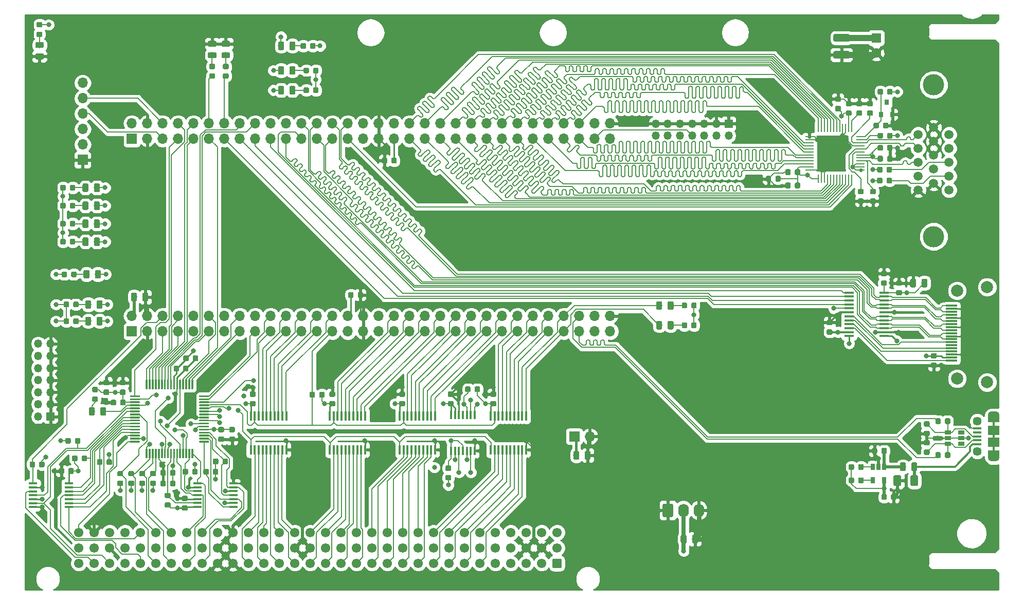
<source format=gbr>
G04 #@! TF.GenerationSoftware,KiCad,Pcbnew,5.0.2+dfsg1-1~bpo9+1*
G04 #@! TF.CreationDate,2022-02-11T12:22:13+01:00*
G04 #@! TF.ProjectId,nubus-to-ztex,6e756275-732d-4746-9f2d-7a7465782e6b,rev?*
G04 #@! TF.SameCoordinates,Original*
G04 #@! TF.FileFunction,Copper,L1,Top*
G04 #@! TF.FilePolarity,Positive*
%FSLAX46Y46*%
G04 Gerber Fmt 4.6, Leading zero omitted, Abs format (unit mm)*
G04 Created by KiCad (PCBNEW 5.0.2+dfsg1-1~bpo9+1) date Fri Feb 11 12:22:13 2022*
%MOMM*%
%LPD*%
G01*
G04 APERTURE LIST*
G04 #@! TA.AperFunction,Conductor*
%ADD10C,0.100000*%
G04 #@! TD*
G04 #@! TA.AperFunction,SMDPad,CuDef*
%ADD11C,0.875000*%
G04 #@! TD*
G04 #@! TA.AperFunction,SMDPad,CuDef*
%ADD12C,0.975000*%
G04 #@! TD*
G04 #@! TA.AperFunction,SMDPad,CuDef*
%ADD13R,0.450000X1.450000*%
G04 #@! TD*
G04 #@! TA.AperFunction,ComponentPad*
%ADD14R,1.350000X1.350000*%
G04 #@! TD*
G04 #@! TA.AperFunction,ComponentPad*
%ADD15O,1.350000X1.350000*%
G04 #@! TD*
G04 #@! TA.AperFunction,SMDPad,CuDef*
%ADD16C,0.300000*%
G04 #@! TD*
G04 #@! TA.AperFunction,SMDPad,CuDef*
%ADD17R,0.450000X1.550000*%
G04 #@! TD*
G04 #@! TA.AperFunction,SMDPad,CuDef*
%ADD18R,1.450000X0.450000*%
G04 #@! TD*
G04 #@! TA.AperFunction,SMDPad,CuDef*
%ADD19R,1.570000X0.410000*%
G04 #@! TD*
G04 #@! TA.AperFunction,SMDPad,CuDef*
%ADD20R,1.900000X1.500000*%
G04 #@! TD*
G04 #@! TA.AperFunction,ComponentPad*
%ADD21C,1.450000*%
G04 #@! TD*
G04 #@! TA.AperFunction,SMDPad,CuDef*
%ADD22R,1.350000X0.400000*%
G04 #@! TD*
G04 #@! TA.AperFunction,ComponentPad*
%ADD23O,1.900000X1.200000*%
G04 #@! TD*
G04 #@! TA.AperFunction,SMDPad,CuDef*
%ADD24R,1.900000X1.200000*%
G04 #@! TD*
G04 #@! TA.AperFunction,SMDPad,CuDef*
%ADD25R,0.800000X0.900000*%
G04 #@! TD*
G04 #@! TA.AperFunction,SMDPad,CuDef*
%ADD26R,1.473200X0.279400*%
G04 #@! TD*
G04 #@! TA.AperFunction,SMDPad,CuDef*
%ADD27R,0.279400X1.473200*%
G04 #@! TD*
G04 #@! TA.AperFunction,ComponentPad*
%ADD28R,1.700000X1.700000*%
G04 #@! TD*
G04 #@! TA.AperFunction,ComponentPad*
%ADD29O,1.700000X1.700000*%
G04 #@! TD*
G04 #@! TA.AperFunction,ComponentPad*
%ADD30C,1.740000*%
G04 #@! TD*
G04 #@! TA.AperFunction,ComponentPad*
%ADD31O,1.740000X2.200000*%
G04 #@! TD*
G04 #@! TA.AperFunction,SMDPad,CuDef*
%ADD32C,1.250000*%
G04 #@! TD*
G04 #@! TA.AperFunction,SMDPad,CuDef*
%ADD33R,0.650000X1.060000*%
G04 #@! TD*
G04 #@! TA.AperFunction,SMDPad,CuDef*
%ADD34R,1.060000X0.650000*%
G04 #@! TD*
G04 #@! TA.AperFunction,ComponentPad*
%ADD35C,2.000000*%
G04 #@! TD*
G04 #@! TA.AperFunction,SMDPad,CuDef*
%ADD36R,1.900000X0.300000*%
G04 #@! TD*
G04 #@! TA.AperFunction,ComponentPad*
%ADD37C,1.500000*%
G04 #@! TD*
G04 #@! TA.AperFunction,ComponentPad*
%ADD38C,3.500000*%
G04 #@! TD*
G04 #@! TA.AperFunction,ComponentPad*
%ADD39R,1.600000X1.600000*%
G04 #@! TD*
G04 #@! TA.AperFunction,ComponentPad*
%ADD40C,1.600000*%
G04 #@! TD*
G04 #@! TA.AperFunction,ComponentPad*
%ADD41C,1.550000*%
G04 #@! TD*
G04 #@! TA.AperFunction,ViaPad*
%ADD42C,0.800000*%
G04 #@! TD*
G04 #@! TA.AperFunction,Conductor*
%ADD43C,0.250000*%
G04 #@! TD*
G04 #@! TA.AperFunction,Conductor*
%ADD44C,0.152400*%
G04 #@! TD*
G04 #@! TA.AperFunction,Conductor*
%ADD45C,0.300000*%
G04 #@! TD*
G04 #@! TA.AperFunction,Conductor*
%ADD46C,0.200000*%
G04 #@! TD*
G04 #@! TA.AperFunction,Conductor*
%ADD47C,0.500000*%
G04 #@! TD*
G04 #@! TA.AperFunction,Conductor*
%ADD48C,1.000000*%
G04 #@! TD*
G04 #@! TA.AperFunction,Conductor*
%ADD49C,0.800000*%
G04 #@! TD*
G04 #@! TA.AperFunction,Conductor*
%ADD50C,0.400000*%
G04 #@! TD*
G04 #@! TA.AperFunction,Conductor*
%ADD51C,0.650000*%
G04 #@! TD*
G04 #@! TA.AperFunction,Conductor*
%ADD52C,0.254000*%
G04 #@! TD*
G04 APERTURE END LIST*
D10*
G04 #@! TO.N,~NMRQ_3V3*
G04 #@! TO.C,R36*
G36*
X113852691Y-83226053D02*
X113873926Y-83229203D01*
X113894750Y-83234419D01*
X113914962Y-83241651D01*
X113934368Y-83250830D01*
X113952781Y-83261866D01*
X113970024Y-83274654D01*
X113985930Y-83289070D01*
X114000346Y-83304976D01*
X114013134Y-83322219D01*
X114024170Y-83340632D01*
X114033349Y-83360038D01*
X114040581Y-83380250D01*
X114045797Y-83401074D01*
X114048947Y-83422309D01*
X114050000Y-83443750D01*
X114050000Y-83956250D01*
X114048947Y-83977691D01*
X114045797Y-83998926D01*
X114040581Y-84019750D01*
X114033349Y-84039962D01*
X114024170Y-84059368D01*
X114013134Y-84077781D01*
X114000346Y-84095024D01*
X113985930Y-84110930D01*
X113970024Y-84125346D01*
X113952781Y-84138134D01*
X113934368Y-84149170D01*
X113914962Y-84158349D01*
X113894750Y-84165581D01*
X113873926Y-84170797D01*
X113852691Y-84173947D01*
X113831250Y-84175000D01*
X113393750Y-84175000D01*
X113372309Y-84173947D01*
X113351074Y-84170797D01*
X113330250Y-84165581D01*
X113310038Y-84158349D01*
X113290632Y-84149170D01*
X113272219Y-84138134D01*
X113254976Y-84125346D01*
X113239070Y-84110930D01*
X113224654Y-84095024D01*
X113211866Y-84077781D01*
X113200830Y-84059368D01*
X113191651Y-84039962D01*
X113184419Y-84019750D01*
X113179203Y-83998926D01*
X113176053Y-83977691D01*
X113175000Y-83956250D01*
X113175000Y-83443750D01*
X113176053Y-83422309D01*
X113179203Y-83401074D01*
X113184419Y-83380250D01*
X113191651Y-83360038D01*
X113200830Y-83340632D01*
X113211866Y-83322219D01*
X113224654Y-83304976D01*
X113239070Y-83289070D01*
X113254976Y-83274654D01*
X113272219Y-83261866D01*
X113290632Y-83250830D01*
X113310038Y-83241651D01*
X113330250Y-83234419D01*
X113351074Y-83229203D01*
X113372309Y-83226053D01*
X113393750Y-83225000D01*
X113831250Y-83225000D01*
X113852691Y-83226053D01*
X113852691Y-83226053D01*
G37*
D11*
G04 #@! TD*
G04 #@! TO.P,R36,2*
G04 #@! TO.N,~NMRQ_3V3*
X113612500Y-83700000D03*
D10*
G04 #@! TO.N,+3V3*
G04 #@! TO.C,R36*
G36*
X115427691Y-83226053D02*
X115448926Y-83229203D01*
X115469750Y-83234419D01*
X115489962Y-83241651D01*
X115509368Y-83250830D01*
X115527781Y-83261866D01*
X115545024Y-83274654D01*
X115560930Y-83289070D01*
X115575346Y-83304976D01*
X115588134Y-83322219D01*
X115599170Y-83340632D01*
X115608349Y-83360038D01*
X115615581Y-83380250D01*
X115620797Y-83401074D01*
X115623947Y-83422309D01*
X115625000Y-83443750D01*
X115625000Y-83956250D01*
X115623947Y-83977691D01*
X115620797Y-83998926D01*
X115615581Y-84019750D01*
X115608349Y-84039962D01*
X115599170Y-84059368D01*
X115588134Y-84077781D01*
X115575346Y-84095024D01*
X115560930Y-84110930D01*
X115545024Y-84125346D01*
X115527781Y-84138134D01*
X115509368Y-84149170D01*
X115489962Y-84158349D01*
X115469750Y-84165581D01*
X115448926Y-84170797D01*
X115427691Y-84173947D01*
X115406250Y-84175000D01*
X114968750Y-84175000D01*
X114947309Y-84173947D01*
X114926074Y-84170797D01*
X114905250Y-84165581D01*
X114885038Y-84158349D01*
X114865632Y-84149170D01*
X114847219Y-84138134D01*
X114829976Y-84125346D01*
X114814070Y-84110930D01*
X114799654Y-84095024D01*
X114786866Y-84077781D01*
X114775830Y-84059368D01*
X114766651Y-84039962D01*
X114759419Y-84019750D01*
X114754203Y-83998926D01*
X114751053Y-83977691D01*
X114750000Y-83956250D01*
X114750000Y-83443750D01*
X114751053Y-83422309D01*
X114754203Y-83401074D01*
X114759419Y-83380250D01*
X114766651Y-83360038D01*
X114775830Y-83340632D01*
X114786866Y-83322219D01*
X114799654Y-83304976D01*
X114814070Y-83289070D01*
X114829976Y-83274654D01*
X114847219Y-83261866D01*
X114865632Y-83250830D01*
X114885038Y-83241651D01*
X114905250Y-83234419D01*
X114926074Y-83229203D01*
X114947309Y-83226053D01*
X114968750Y-83225000D01*
X115406250Y-83225000D01*
X115427691Y-83226053D01*
X115427691Y-83226053D01*
G37*
D11*
G04 #@! TD*
G04 #@! TO.P,R36,1*
G04 #@! TO.N,+3V3*
X115187500Y-83700000D03*
D10*
G04 #@! TO.N,+3V3*
G04 #@! TO.C,R37*
G36*
X119752691Y-79326053D02*
X119773926Y-79329203D01*
X119794750Y-79334419D01*
X119814962Y-79341651D01*
X119834368Y-79350830D01*
X119852781Y-79361866D01*
X119870024Y-79374654D01*
X119885930Y-79389070D01*
X119900346Y-79404976D01*
X119913134Y-79422219D01*
X119924170Y-79440632D01*
X119933349Y-79460038D01*
X119940581Y-79480250D01*
X119945797Y-79501074D01*
X119948947Y-79522309D01*
X119950000Y-79543750D01*
X119950000Y-80056250D01*
X119948947Y-80077691D01*
X119945797Y-80098926D01*
X119940581Y-80119750D01*
X119933349Y-80139962D01*
X119924170Y-80159368D01*
X119913134Y-80177781D01*
X119900346Y-80195024D01*
X119885930Y-80210930D01*
X119870024Y-80225346D01*
X119852781Y-80238134D01*
X119834368Y-80249170D01*
X119814962Y-80258349D01*
X119794750Y-80265581D01*
X119773926Y-80270797D01*
X119752691Y-80273947D01*
X119731250Y-80275000D01*
X119293750Y-80275000D01*
X119272309Y-80273947D01*
X119251074Y-80270797D01*
X119230250Y-80265581D01*
X119210038Y-80258349D01*
X119190632Y-80249170D01*
X119172219Y-80238134D01*
X119154976Y-80225346D01*
X119139070Y-80210930D01*
X119124654Y-80195024D01*
X119111866Y-80177781D01*
X119100830Y-80159368D01*
X119091651Y-80139962D01*
X119084419Y-80119750D01*
X119079203Y-80098926D01*
X119076053Y-80077691D01*
X119075000Y-80056250D01*
X119075000Y-79543750D01*
X119076053Y-79522309D01*
X119079203Y-79501074D01*
X119084419Y-79480250D01*
X119091651Y-79460038D01*
X119100830Y-79440632D01*
X119111866Y-79422219D01*
X119124654Y-79404976D01*
X119139070Y-79389070D01*
X119154976Y-79374654D01*
X119172219Y-79361866D01*
X119190632Y-79350830D01*
X119210038Y-79341651D01*
X119230250Y-79334419D01*
X119251074Y-79329203D01*
X119272309Y-79326053D01*
X119293750Y-79325000D01*
X119731250Y-79325000D01*
X119752691Y-79326053D01*
X119752691Y-79326053D01*
G37*
D11*
G04 #@! TD*
G04 #@! TO.P,R37,1*
G04 #@! TO.N,+3V3*
X119512500Y-79800000D03*
D10*
G04 #@! TO.N,RQST_o_n*
G04 #@! TO.C,R37*
G36*
X121327691Y-79326053D02*
X121348926Y-79329203D01*
X121369750Y-79334419D01*
X121389962Y-79341651D01*
X121409368Y-79350830D01*
X121427781Y-79361866D01*
X121445024Y-79374654D01*
X121460930Y-79389070D01*
X121475346Y-79404976D01*
X121488134Y-79422219D01*
X121499170Y-79440632D01*
X121508349Y-79460038D01*
X121515581Y-79480250D01*
X121520797Y-79501074D01*
X121523947Y-79522309D01*
X121525000Y-79543750D01*
X121525000Y-80056250D01*
X121523947Y-80077691D01*
X121520797Y-80098926D01*
X121515581Y-80119750D01*
X121508349Y-80139962D01*
X121499170Y-80159368D01*
X121488134Y-80177781D01*
X121475346Y-80195024D01*
X121460930Y-80210930D01*
X121445024Y-80225346D01*
X121427781Y-80238134D01*
X121409368Y-80249170D01*
X121389962Y-80258349D01*
X121369750Y-80265581D01*
X121348926Y-80270797D01*
X121327691Y-80273947D01*
X121306250Y-80275000D01*
X120868750Y-80275000D01*
X120847309Y-80273947D01*
X120826074Y-80270797D01*
X120805250Y-80265581D01*
X120785038Y-80258349D01*
X120765632Y-80249170D01*
X120747219Y-80238134D01*
X120729976Y-80225346D01*
X120714070Y-80210930D01*
X120699654Y-80195024D01*
X120686866Y-80177781D01*
X120675830Y-80159368D01*
X120666651Y-80139962D01*
X120659419Y-80119750D01*
X120654203Y-80098926D01*
X120651053Y-80077691D01*
X120650000Y-80056250D01*
X120650000Y-79543750D01*
X120651053Y-79522309D01*
X120654203Y-79501074D01*
X120659419Y-79480250D01*
X120666651Y-79460038D01*
X120675830Y-79440632D01*
X120686866Y-79422219D01*
X120699654Y-79404976D01*
X120714070Y-79389070D01*
X120729976Y-79374654D01*
X120747219Y-79361866D01*
X120765632Y-79350830D01*
X120785038Y-79341651D01*
X120805250Y-79334419D01*
X120826074Y-79329203D01*
X120847309Y-79326053D01*
X120868750Y-79325000D01*
X121306250Y-79325000D01*
X121327691Y-79326053D01*
X121327691Y-79326053D01*
G37*
D11*
G04 #@! TD*
G04 #@! TO.P,R37,2*
G04 #@! TO.N,RQST_o_n*
X121087500Y-79800000D03*
D10*
G04 #@! TO.N,START_oe_n*
G04 #@! TO.C,R38*
G36*
X124952691Y-82826053D02*
X124973926Y-82829203D01*
X124994750Y-82834419D01*
X125014962Y-82841651D01*
X125034368Y-82850830D01*
X125052781Y-82861866D01*
X125070024Y-82874654D01*
X125085930Y-82889070D01*
X125100346Y-82904976D01*
X125113134Y-82922219D01*
X125124170Y-82940632D01*
X125133349Y-82960038D01*
X125140581Y-82980250D01*
X125145797Y-83001074D01*
X125148947Y-83022309D01*
X125150000Y-83043750D01*
X125150000Y-83556250D01*
X125148947Y-83577691D01*
X125145797Y-83598926D01*
X125140581Y-83619750D01*
X125133349Y-83639962D01*
X125124170Y-83659368D01*
X125113134Y-83677781D01*
X125100346Y-83695024D01*
X125085930Y-83710930D01*
X125070024Y-83725346D01*
X125052781Y-83738134D01*
X125034368Y-83749170D01*
X125014962Y-83758349D01*
X124994750Y-83765581D01*
X124973926Y-83770797D01*
X124952691Y-83773947D01*
X124931250Y-83775000D01*
X124493750Y-83775000D01*
X124472309Y-83773947D01*
X124451074Y-83770797D01*
X124430250Y-83765581D01*
X124410038Y-83758349D01*
X124390632Y-83749170D01*
X124372219Y-83738134D01*
X124354976Y-83725346D01*
X124339070Y-83710930D01*
X124324654Y-83695024D01*
X124311866Y-83677781D01*
X124300830Y-83659368D01*
X124291651Y-83639962D01*
X124284419Y-83619750D01*
X124279203Y-83598926D01*
X124276053Y-83577691D01*
X124275000Y-83556250D01*
X124275000Y-83043750D01*
X124276053Y-83022309D01*
X124279203Y-83001074D01*
X124284419Y-82980250D01*
X124291651Y-82960038D01*
X124300830Y-82940632D01*
X124311866Y-82922219D01*
X124324654Y-82904976D01*
X124339070Y-82889070D01*
X124354976Y-82874654D01*
X124372219Y-82861866D01*
X124390632Y-82850830D01*
X124410038Y-82841651D01*
X124430250Y-82834419D01*
X124451074Y-82829203D01*
X124472309Y-82826053D01*
X124493750Y-82825000D01*
X124931250Y-82825000D01*
X124952691Y-82826053D01*
X124952691Y-82826053D01*
G37*
D11*
G04 #@! TD*
G04 #@! TO.P,R38,2*
G04 #@! TO.N,START_oe_n*
X124712500Y-83300000D03*
D10*
G04 #@! TO.N,+3V3*
G04 #@! TO.C,R38*
G36*
X126527691Y-82826053D02*
X126548926Y-82829203D01*
X126569750Y-82834419D01*
X126589962Y-82841651D01*
X126609368Y-82850830D01*
X126627781Y-82861866D01*
X126645024Y-82874654D01*
X126660930Y-82889070D01*
X126675346Y-82904976D01*
X126688134Y-82922219D01*
X126699170Y-82940632D01*
X126708349Y-82960038D01*
X126715581Y-82980250D01*
X126720797Y-83001074D01*
X126723947Y-83022309D01*
X126725000Y-83043750D01*
X126725000Y-83556250D01*
X126723947Y-83577691D01*
X126720797Y-83598926D01*
X126715581Y-83619750D01*
X126708349Y-83639962D01*
X126699170Y-83659368D01*
X126688134Y-83677781D01*
X126675346Y-83695024D01*
X126660930Y-83710930D01*
X126645024Y-83725346D01*
X126627781Y-83738134D01*
X126609368Y-83749170D01*
X126589962Y-83758349D01*
X126569750Y-83765581D01*
X126548926Y-83770797D01*
X126527691Y-83773947D01*
X126506250Y-83775000D01*
X126068750Y-83775000D01*
X126047309Y-83773947D01*
X126026074Y-83770797D01*
X126005250Y-83765581D01*
X125985038Y-83758349D01*
X125965632Y-83749170D01*
X125947219Y-83738134D01*
X125929976Y-83725346D01*
X125914070Y-83710930D01*
X125899654Y-83695024D01*
X125886866Y-83677781D01*
X125875830Y-83659368D01*
X125866651Y-83639962D01*
X125859419Y-83619750D01*
X125854203Y-83598926D01*
X125851053Y-83577691D01*
X125850000Y-83556250D01*
X125850000Y-83043750D01*
X125851053Y-83022309D01*
X125854203Y-83001074D01*
X125859419Y-82980250D01*
X125866651Y-82960038D01*
X125875830Y-82940632D01*
X125886866Y-82922219D01*
X125899654Y-82904976D01*
X125914070Y-82889070D01*
X125929976Y-82874654D01*
X125947219Y-82861866D01*
X125965632Y-82850830D01*
X125985038Y-82841651D01*
X126005250Y-82834419D01*
X126026074Y-82829203D01*
X126047309Y-82826053D01*
X126068750Y-82825000D01*
X126506250Y-82825000D01*
X126527691Y-82826053D01*
X126527691Y-82826053D01*
G37*
D11*
G04 #@! TD*
G04 #@! TO.P,R38,1*
G04 #@! TO.N,+3V3*
X126287500Y-83300000D03*
D10*
G04 #@! TO.N,+3V3*
G04 #@! TO.C,R39*
G36*
X120852691Y-82226053D02*
X120873926Y-82229203D01*
X120894750Y-82234419D01*
X120914962Y-82241651D01*
X120934368Y-82250830D01*
X120952781Y-82261866D01*
X120970024Y-82274654D01*
X120985930Y-82289070D01*
X121000346Y-82304976D01*
X121013134Y-82322219D01*
X121024170Y-82340632D01*
X121033349Y-82360038D01*
X121040581Y-82380250D01*
X121045797Y-82401074D01*
X121048947Y-82422309D01*
X121050000Y-82443750D01*
X121050000Y-82956250D01*
X121048947Y-82977691D01*
X121045797Y-82998926D01*
X121040581Y-83019750D01*
X121033349Y-83039962D01*
X121024170Y-83059368D01*
X121013134Y-83077781D01*
X121000346Y-83095024D01*
X120985930Y-83110930D01*
X120970024Y-83125346D01*
X120952781Y-83138134D01*
X120934368Y-83149170D01*
X120914962Y-83158349D01*
X120894750Y-83165581D01*
X120873926Y-83170797D01*
X120852691Y-83173947D01*
X120831250Y-83175000D01*
X120393750Y-83175000D01*
X120372309Y-83173947D01*
X120351074Y-83170797D01*
X120330250Y-83165581D01*
X120310038Y-83158349D01*
X120290632Y-83149170D01*
X120272219Y-83138134D01*
X120254976Y-83125346D01*
X120239070Y-83110930D01*
X120224654Y-83095024D01*
X120211866Y-83077781D01*
X120200830Y-83059368D01*
X120191651Y-83039962D01*
X120184419Y-83019750D01*
X120179203Y-82998926D01*
X120176053Y-82977691D01*
X120175000Y-82956250D01*
X120175000Y-82443750D01*
X120176053Y-82422309D01*
X120179203Y-82401074D01*
X120184419Y-82380250D01*
X120191651Y-82360038D01*
X120200830Y-82340632D01*
X120211866Y-82322219D01*
X120224654Y-82304976D01*
X120239070Y-82289070D01*
X120254976Y-82274654D01*
X120272219Y-82261866D01*
X120290632Y-82250830D01*
X120310038Y-82241651D01*
X120330250Y-82234419D01*
X120351074Y-82229203D01*
X120372309Y-82226053D01*
X120393750Y-82225000D01*
X120831250Y-82225000D01*
X120852691Y-82226053D01*
X120852691Y-82226053D01*
G37*
D11*
G04 #@! TD*
G04 #@! TO.P,R39,1*
G04 #@! TO.N,+3V3*
X120612500Y-82700000D03*
D10*
G04 #@! TO.N,ACK_oe_n*
G04 #@! TO.C,R39*
G36*
X122427691Y-82226053D02*
X122448926Y-82229203D01*
X122469750Y-82234419D01*
X122489962Y-82241651D01*
X122509368Y-82250830D01*
X122527781Y-82261866D01*
X122545024Y-82274654D01*
X122560930Y-82289070D01*
X122575346Y-82304976D01*
X122588134Y-82322219D01*
X122599170Y-82340632D01*
X122608349Y-82360038D01*
X122615581Y-82380250D01*
X122620797Y-82401074D01*
X122623947Y-82422309D01*
X122625000Y-82443750D01*
X122625000Y-82956250D01*
X122623947Y-82977691D01*
X122620797Y-82998926D01*
X122615581Y-83019750D01*
X122608349Y-83039962D01*
X122599170Y-83059368D01*
X122588134Y-83077781D01*
X122575346Y-83095024D01*
X122560930Y-83110930D01*
X122545024Y-83125346D01*
X122527781Y-83138134D01*
X122509368Y-83149170D01*
X122489962Y-83158349D01*
X122469750Y-83165581D01*
X122448926Y-83170797D01*
X122427691Y-83173947D01*
X122406250Y-83175000D01*
X121968750Y-83175000D01*
X121947309Y-83173947D01*
X121926074Y-83170797D01*
X121905250Y-83165581D01*
X121885038Y-83158349D01*
X121865632Y-83149170D01*
X121847219Y-83138134D01*
X121829976Y-83125346D01*
X121814070Y-83110930D01*
X121799654Y-83095024D01*
X121786866Y-83077781D01*
X121775830Y-83059368D01*
X121766651Y-83039962D01*
X121759419Y-83019750D01*
X121754203Y-82998926D01*
X121751053Y-82977691D01*
X121750000Y-82956250D01*
X121750000Y-82443750D01*
X121751053Y-82422309D01*
X121754203Y-82401074D01*
X121759419Y-82380250D01*
X121766651Y-82360038D01*
X121775830Y-82340632D01*
X121786866Y-82322219D01*
X121799654Y-82304976D01*
X121814070Y-82289070D01*
X121829976Y-82274654D01*
X121847219Y-82261866D01*
X121865632Y-82250830D01*
X121885038Y-82241651D01*
X121905250Y-82234419D01*
X121926074Y-82229203D01*
X121947309Y-82226053D01*
X121968750Y-82225000D01*
X122406250Y-82225000D01*
X122427691Y-82226053D01*
X122427691Y-82226053D01*
G37*
D11*
G04 #@! TD*
G04 #@! TO.P,R39,2*
G04 #@! TO.N,ACK_oe_n*
X122187500Y-82700000D03*
D10*
G04 #@! TO.N,TMx_oe_n*
G04 #@! TO.C,R40*
G36*
X182377691Y-83876053D02*
X182398926Y-83879203D01*
X182419750Y-83884419D01*
X182439962Y-83891651D01*
X182459368Y-83900830D01*
X182477781Y-83911866D01*
X182495024Y-83924654D01*
X182510930Y-83939070D01*
X182525346Y-83954976D01*
X182538134Y-83972219D01*
X182549170Y-83990632D01*
X182558349Y-84010038D01*
X182565581Y-84030250D01*
X182570797Y-84051074D01*
X182573947Y-84072309D01*
X182575000Y-84093750D01*
X182575000Y-84531250D01*
X182573947Y-84552691D01*
X182570797Y-84573926D01*
X182565581Y-84594750D01*
X182558349Y-84614962D01*
X182549170Y-84634368D01*
X182538134Y-84652781D01*
X182525346Y-84670024D01*
X182510930Y-84685930D01*
X182495024Y-84700346D01*
X182477781Y-84713134D01*
X182459368Y-84724170D01*
X182439962Y-84733349D01*
X182419750Y-84740581D01*
X182398926Y-84745797D01*
X182377691Y-84748947D01*
X182356250Y-84750000D01*
X181843750Y-84750000D01*
X181822309Y-84748947D01*
X181801074Y-84745797D01*
X181780250Y-84740581D01*
X181760038Y-84733349D01*
X181740632Y-84724170D01*
X181722219Y-84713134D01*
X181704976Y-84700346D01*
X181689070Y-84685930D01*
X181674654Y-84670024D01*
X181661866Y-84652781D01*
X181650830Y-84634368D01*
X181641651Y-84614962D01*
X181634419Y-84594750D01*
X181629203Y-84573926D01*
X181626053Y-84552691D01*
X181625000Y-84531250D01*
X181625000Y-84093750D01*
X181626053Y-84072309D01*
X181629203Y-84051074D01*
X181634419Y-84030250D01*
X181641651Y-84010038D01*
X181650830Y-83990632D01*
X181661866Y-83972219D01*
X181674654Y-83954976D01*
X181689070Y-83939070D01*
X181704976Y-83924654D01*
X181722219Y-83911866D01*
X181740632Y-83900830D01*
X181760038Y-83891651D01*
X181780250Y-83884419D01*
X181801074Y-83879203D01*
X181822309Y-83876053D01*
X181843750Y-83875000D01*
X182356250Y-83875000D01*
X182377691Y-83876053D01*
X182377691Y-83876053D01*
G37*
D11*
G04 #@! TD*
G04 #@! TO.P,R40,2*
G04 #@! TO.N,TMx_oe_n*
X182100000Y-84312500D03*
D10*
G04 #@! TO.N,+3V3*
G04 #@! TO.C,R40*
G36*
X182377691Y-85451053D02*
X182398926Y-85454203D01*
X182419750Y-85459419D01*
X182439962Y-85466651D01*
X182459368Y-85475830D01*
X182477781Y-85486866D01*
X182495024Y-85499654D01*
X182510930Y-85514070D01*
X182525346Y-85529976D01*
X182538134Y-85547219D01*
X182549170Y-85565632D01*
X182558349Y-85585038D01*
X182565581Y-85605250D01*
X182570797Y-85626074D01*
X182573947Y-85647309D01*
X182575000Y-85668750D01*
X182575000Y-86106250D01*
X182573947Y-86127691D01*
X182570797Y-86148926D01*
X182565581Y-86169750D01*
X182558349Y-86189962D01*
X182549170Y-86209368D01*
X182538134Y-86227781D01*
X182525346Y-86245024D01*
X182510930Y-86260930D01*
X182495024Y-86275346D01*
X182477781Y-86288134D01*
X182459368Y-86299170D01*
X182439962Y-86308349D01*
X182419750Y-86315581D01*
X182398926Y-86320797D01*
X182377691Y-86323947D01*
X182356250Y-86325000D01*
X181843750Y-86325000D01*
X181822309Y-86323947D01*
X181801074Y-86320797D01*
X181780250Y-86315581D01*
X181760038Y-86308349D01*
X181740632Y-86299170D01*
X181722219Y-86288134D01*
X181704976Y-86275346D01*
X181689070Y-86260930D01*
X181674654Y-86245024D01*
X181661866Y-86227781D01*
X181650830Y-86209368D01*
X181641651Y-86189962D01*
X181634419Y-86169750D01*
X181629203Y-86148926D01*
X181626053Y-86127691D01*
X181625000Y-86106250D01*
X181625000Y-85668750D01*
X181626053Y-85647309D01*
X181629203Y-85626074D01*
X181634419Y-85605250D01*
X181641651Y-85585038D01*
X181650830Y-85565632D01*
X181661866Y-85547219D01*
X181674654Y-85529976D01*
X181689070Y-85514070D01*
X181704976Y-85499654D01*
X181722219Y-85486866D01*
X181740632Y-85475830D01*
X181760038Y-85466651D01*
X181780250Y-85459419D01*
X181801074Y-85454203D01*
X181822309Y-85451053D01*
X181843750Y-85450000D01*
X182356250Y-85450000D01*
X182377691Y-85451053D01*
X182377691Y-85451053D01*
G37*
D11*
G04 #@! TD*
G04 #@! TO.P,R40,1*
G04 #@! TO.N,+3V3*
X182100000Y-85887500D03*
D10*
G04 #@! TO.N,+3V3*
G04 #@! TO.C,R41*
G36*
X187127691Y-70826053D02*
X187148926Y-70829203D01*
X187169750Y-70834419D01*
X187189962Y-70841651D01*
X187209368Y-70850830D01*
X187227781Y-70861866D01*
X187245024Y-70874654D01*
X187260930Y-70889070D01*
X187275346Y-70904976D01*
X187288134Y-70922219D01*
X187299170Y-70940632D01*
X187308349Y-70960038D01*
X187315581Y-70980250D01*
X187320797Y-71001074D01*
X187323947Y-71022309D01*
X187325000Y-71043750D01*
X187325000Y-71556250D01*
X187323947Y-71577691D01*
X187320797Y-71598926D01*
X187315581Y-71619750D01*
X187308349Y-71639962D01*
X187299170Y-71659368D01*
X187288134Y-71677781D01*
X187275346Y-71695024D01*
X187260930Y-71710930D01*
X187245024Y-71725346D01*
X187227781Y-71738134D01*
X187209368Y-71749170D01*
X187189962Y-71758349D01*
X187169750Y-71765581D01*
X187148926Y-71770797D01*
X187127691Y-71773947D01*
X187106250Y-71775000D01*
X186668750Y-71775000D01*
X186647309Y-71773947D01*
X186626074Y-71770797D01*
X186605250Y-71765581D01*
X186585038Y-71758349D01*
X186565632Y-71749170D01*
X186547219Y-71738134D01*
X186529976Y-71725346D01*
X186514070Y-71710930D01*
X186499654Y-71695024D01*
X186486866Y-71677781D01*
X186475830Y-71659368D01*
X186466651Y-71639962D01*
X186459419Y-71619750D01*
X186454203Y-71598926D01*
X186451053Y-71577691D01*
X186450000Y-71556250D01*
X186450000Y-71043750D01*
X186451053Y-71022309D01*
X186454203Y-71001074D01*
X186459419Y-70980250D01*
X186466651Y-70960038D01*
X186475830Y-70940632D01*
X186486866Y-70922219D01*
X186499654Y-70904976D01*
X186514070Y-70889070D01*
X186529976Y-70874654D01*
X186547219Y-70861866D01*
X186565632Y-70850830D01*
X186585038Y-70841651D01*
X186605250Y-70834419D01*
X186626074Y-70829203D01*
X186647309Y-70826053D01*
X186668750Y-70825000D01*
X187106250Y-70825000D01*
X187127691Y-70826053D01*
X187127691Y-70826053D01*
G37*
D11*
G04 #@! TD*
G04 #@! TO.P,R41,1*
G04 #@! TO.N,+3V3*
X186887500Y-71300000D03*
D10*
G04 #@! TO.N,TM2_oe_n*
G04 #@! TO.C,R41*
G36*
X185552691Y-70826053D02*
X185573926Y-70829203D01*
X185594750Y-70834419D01*
X185614962Y-70841651D01*
X185634368Y-70850830D01*
X185652781Y-70861866D01*
X185670024Y-70874654D01*
X185685930Y-70889070D01*
X185700346Y-70904976D01*
X185713134Y-70922219D01*
X185724170Y-70940632D01*
X185733349Y-70960038D01*
X185740581Y-70980250D01*
X185745797Y-71001074D01*
X185748947Y-71022309D01*
X185750000Y-71043750D01*
X185750000Y-71556250D01*
X185748947Y-71577691D01*
X185745797Y-71598926D01*
X185740581Y-71619750D01*
X185733349Y-71639962D01*
X185724170Y-71659368D01*
X185713134Y-71677781D01*
X185700346Y-71695024D01*
X185685930Y-71710930D01*
X185670024Y-71725346D01*
X185652781Y-71738134D01*
X185634368Y-71749170D01*
X185614962Y-71758349D01*
X185594750Y-71765581D01*
X185573926Y-71770797D01*
X185552691Y-71773947D01*
X185531250Y-71775000D01*
X185093750Y-71775000D01*
X185072309Y-71773947D01*
X185051074Y-71770797D01*
X185030250Y-71765581D01*
X185010038Y-71758349D01*
X184990632Y-71749170D01*
X184972219Y-71738134D01*
X184954976Y-71725346D01*
X184939070Y-71710930D01*
X184924654Y-71695024D01*
X184911866Y-71677781D01*
X184900830Y-71659368D01*
X184891651Y-71639962D01*
X184884419Y-71619750D01*
X184879203Y-71598926D01*
X184876053Y-71577691D01*
X184875000Y-71556250D01*
X184875000Y-71043750D01*
X184876053Y-71022309D01*
X184879203Y-71001074D01*
X184884419Y-70980250D01*
X184891651Y-70960038D01*
X184900830Y-70940632D01*
X184911866Y-70922219D01*
X184924654Y-70904976D01*
X184939070Y-70889070D01*
X184954976Y-70874654D01*
X184972219Y-70861866D01*
X184990632Y-70850830D01*
X185010038Y-70841651D01*
X185030250Y-70834419D01*
X185051074Y-70829203D01*
X185072309Y-70826053D01*
X185093750Y-70825000D01*
X185531250Y-70825000D01*
X185552691Y-70826053D01*
X185552691Y-70826053D01*
G37*
D11*
G04 #@! TD*
G04 #@! TO.P,R41,2*
G04 #@! TO.N,TM2_oe_n*
X185312500Y-71300000D03*
D10*
G04 #@! TO.N,ARB0_o_n*
G04 #@! TO.C,R42*
G36*
X142452691Y-84426053D02*
X142473926Y-84429203D01*
X142494750Y-84434419D01*
X142514962Y-84441651D01*
X142534368Y-84450830D01*
X142552781Y-84461866D01*
X142570024Y-84474654D01*
X142585930Y-84489070D01*
X142600346Y-84504976D01*
X142613134Y-84522219D01*
X142624170Y-84540632D01*
X142633349Y-84560038D01*
X142640581Y-84580250D01*
X142645797Y-84601074D01*
X142648947Y-84622309D01*
X142650000Y-84643750D01*
X142650000Y-85156250D01*
X142648947Y-85177691D01*
X142645797Y-85198926D01*
X142640581Y-85219750D01*
X142633349Y-85239962D01*
X142624170Y-85259368D01*
X142613134Y-85277781D01*
X142600346Y-85295024D01*
X142585930Y-85310930D01*
X142570024Y-85325346D01*
X142552781Y-85338134D01*
X142534368Y-85349170D01*
X142514962Y-85358349D01*
X142494750Y-85365581D01*
X142473926Y-85370797D01*
X142452691Y-85373947D01*
X142431250Y-85375000D01*
X141993750Y-85375000D01*
X141972309Y-85373947D01*
X141951074Y-85370797D01*
X141930250Y-85365581D01*
X141910038Y-85358349D01*
X141890632Y-85349170D01*
X141872219Y-85338134D01*
X141854976Y-85325346D01*
X141839070Y-85310930D01*
X141824654Y-85295024D01*
X141811866Y-85277781D01*
X141800830Y-85259368D01*
X141791651Y-85239962D01*
X141784419Y-85219750D01*
X141779203Y-85198926D01*
X141776053Y-85177691D01*
X141775000Y-85156250D01*
X141775000Y-84643750D01*
X141776053Y-84622309D01*
X141779203Y-84601074D01*
X141784419Y-84580250D01*
X141791651Y-84560038D01*
X141800830Y-84540632D01*
X141811866Y-84522219D01*
X141824654Y-84504976D01*
X141839070Y-84489070D01*
X141854976Y-84474654D01*
X141872219Y-84461866D01*
X141890632Y-84450830D01*
X141910038Y-84441651D01*
X141930250Y-84434419D01*
X141951074Y-84429203D01*
X141972309Y-84426053D01*
X141993750Y-84425000D01*
X142431250Y-84425000D01*
X142452691Y-84426053D01*
X142452691Y-84426053D01*
G37*
D11*
G04 #@! TD*
G04 #@! TO.P,R42,2*
G04 #@! TO.N,ARB0_o_n*
X142212500Y-84900000D03*
D10*
G04 #@! TO.N,+3V3*
G04 #@! TO.C,R42*
G36*
X144027691Y-84426053D02*
X144048926Y-84429203D01*
X144069750Y-84434419D01*
X144089962Y-84441651D01*
X144109368Y-84450830D01*
X144127781Y-84461866D01*
X144145024Y-84474654D01*
X144160930Y-84489070D01*
X144175346Y-84504976D01*
X144188134Y-84522219D01*
X144199170Y-84540632D01*
X144208349Y-84560038D01*
X144215581Y-84580250D01*
X144220797Y-84601074D01*
X144223947Y-84622309D01*
X144225000Y-84643750D01*
X144225000Y-85156250D01*
X144223947Y-85177691D01*
X144220797Y-85198926D01*
X144215581Y-85219750D01*
X144208349Y-85239962D01*
X144199170Y-85259368D01*
X144188134Y-85277781D01*
X144175346Y-85295024D01*
X144160930Y-85310930D01*
X144145024Y-85325346D01*
X144127781Y-85338134D01*
X144109368Y-85349170D01*
X144089962Y-85358349D01*
X144069750Y-85365581D01*
X144048926Y-85370797D01*
X144027691Y-85373947D01*
X144006250Y-85375000D01*
X143568750Y-85375000D01*
X143547309Y-85373947D01*
X143526074Y-85370797D01*
X143505250Y-85365581D01*
X143485038Y-85358349D01*
X143465632Y-85349170D01*
X143447219Y-85338134D01*
X143429976Y-85325346D01*
X143414070Y-85310930D01*
X143399654Y-85295024D01*
X143386866Y-85277781D01*
X143375830Y-85259368D01*
X143366651Y-85239962D01*
X143359419Y-85219750D01*
X143354203Y-85198926D01*
X143351053Y-85177691D01*
X143350000Y-85156250D01*
X143350000Y-84643750D01*
X143351053Y-84622309D01*
X143354203Y-84601074D01*
X143359419Y-84580250D01*
X143366651Y-84560038D01*
X143375830Y-84540632D01*
X143386866Y-84522219D01*
X143399654Y-84504976D01*
X143414070Y-84489070D01*
X143429976Y-84474654D01*
X143447219Y-84461866D01*
X143465632Y-84450830D01*
X143485038Y-84441651D01*
X143505250Y-84434419D01*
X143526074Y-84429203D01*
X143547309Y-84426053D01*
X143568750Y-84425000D01*
X144006250Y-84425000D01*
X144027691Y-84426053D01*
X144027691Y-84426053D01*
G37*
D11*
G04 #@! TD*
G04 #@! TO.P,R42,1*
G04 #@! TO.N,+3V3*
X143787500Y-84900000D03*
D10*
G04 #@! TO.N,+3V3*
G04 #@! TO.C,R43*
G36*
X144052691Y-82726053D02*
X144073926Y-82729203D01*
X144094750Y-82734419D01*
X144114962Y-82741651D01*
X144134368Y-82750830D01*
X144152781Y-82761866D01*
X144170024Y-82774654D01*
X144185930Y-82789070D01*
X144200346Y-82804976D01*
X144213134Y-82822219D01*
X144224170Y-82840632D01*
X144233349Y-82860038D01*
X144240581Y-82880250D01*
X144245797Y-82901074D01*
X144248947Y-82922309D01*
X144250000Y-82943750D01*
X144250000Y-83456250D01*
X144248947Y-83477691D01*
X144245797Y-83498926D01*
X144240581Y-83519750D01*
X144233349Y-83539962D01*
X144224170Y-83559368D01*
X144213134Y-83577781D01*
X144200346Y-83595024D01*
X144185930Y-83610930D01*
X144170024Y-83625346D01*
X144152781Y-83638134D01*
X144134368Y-83649170D01*
X144114962Y-83658349D01*
X144094750Y-83665581D01*
X144073926Y-83670797D01*
X144052691Y-83673947D01*
X144031250Y-83675000D01*
X143593750Y-83675000D01*
X143572309Y-83673947D01*
X143551074Y-83670797D01*
X143530250Y-83665581D01*
X143510038Y-83658349D01*
X143490632Y-83649170D01*
X143472219Y-83638134D01*
X143454976Y-83625346D01*
X143439070Y-83610930D01*
X143424654Y-83595024D01*
X143411866Y-83577781D01*
X143400830Y-83559368D01*
X143391651Y-83539962D01*
X143384419Y-83519750D01*
X143379203Y-83498926D01*
X143376053Y-83477691D01*
X143375000Y-83456250D01*
X143375000Y-82943750D01*
X143376053Y-82922309D01*
X143379203Y-82901074D01*
X143384419Y-82880250D01*
X143391651Y-82860038D01*
X143400830Y-82840632D01*
X143411866Y-82822219D01*
X143424654Y-82804976D01*
X143439070Y-82789070D01*
X143454976Y-82774654D01*
X143472219Y-82761866D01*
X143490632Y-82750830D01*
X143510038Y-82741651D01*
X143530250Y-82734419D01*
X143551074Y-82729203D01*
X143572309Y-82726053D01*
X143593750Y-82725000D01*
X144031250Y-82725000D01*
X144052691Y-82726053D01*
X144052691Y-82726053D01*
G37*
D11*
G04 #@! TD*
G04 #@! TO.P,R43,1*
G04 #@! TO.N,+3V3*
X143812500Y-83200000D03*
D10*
G04 #@! TO.N,ARB1_o_n*
G04 #@! TO.C,R43*
G36*
X145627691Y-82726053D02*
X145648926Y-82729203D01*
X145669750Y-82734419D01*
X145689962Y-82741651D01*
X145709368Y-82750830D01*
X145727781Y-82761866D01*
X145745024Y-82774654D01*
X145760930Y-82789070D01*
X145775346Y-82804976D01*
X145788134Y-82822219D01*
X145799170Y-82840632D01*
X145808349Y-82860038D01*
X145815581Y-82880250D01*
X145820797Y-82901074D01*
X145823947Y-82922309D01*
X145825000Y-82943750D01*
X145825000Y-83456250D01*
X145823947Y-83477691D01*
X145820797Y-83498926D01*
X145815581Y-83519750D01*
X145808349Y-83539962D01*
X145799170Y-83559368D01*
X145788134Y-83577781D01*
X145775346Y-83595024D01*
X145760930Y-83610930D01*
X145745024Y-83625346D01*
X145727781Y-83638134D01*
X145709368Y-83649170D01*
X145689962Y-83658349D01*
X145669750Y-83665581D01*
X145648926Y-83670797D01*
X145627691Y-83673947D01*
X145606250Y-83675000D01*
X145168750Y-83675000D01*
X145147309Y-83673947D01*
X145126074Y-83670797D01*
X145105250Y-83665581D01*
X145085038Y-83658349D01*
X145065632Y-83649170D01*
X145047219Y-83638134D01*
X145029976Y-83625346D01*
X145014070Y-83610930D01*
X144999654Y-83595024D01*
X144986866Y-83577781D01*
X144975830Y-83559368D01*
X144966651Y-83539962D01*
X144959419Y-83519750D01*
X144954203Y-83498926D01*
X144951053Y-83477691D01*
X144950000Y-83456250D01*
X144950000Y-82943750D01*
X144951053Y-82922309D01*
X144954203Y-82901074D01*
X144959419Y-82880250D01*
X144966651Y-82860038D01*
X144975830Y-82840632D01*
X144986866Y-82822219D01*
X144999654Y-82804976D01*
X145014070Y-82789070D01*
X145029976Y-82774654D01*
X145047219Y-82761866D01*
X145065632Y-82750830D01*
X145085038Y-82741651D01*
X145105250Y-82734419D01*
X145126074Y-82729203D01*
X145147309Y-82726053D01*
X145168750Y-82725000D01*
X145606250Y-82725000D01*
X145627691Y-82726053D01*
X145627691Y-82726053D01*
G37*
D11*
G04 #@! TD*
G04 #@! TO.P,R43,2*
G04 #@! TO.N,ARB1_o_n*
X145387500Y-83200000D03*
D10*
G04 #@! TO.N,ARB2_o_n*
G04 #@! TO.C,R44*
G36*
X136177691Y-88376053D02*
X136198926Y-88379203D01*
X136219750Y-88384419D01*
X136239962Y-88391651D01*
X136259368Y-88400830D01*
X136277781Y-88411866D01*
X136295024Y-88424654D01*
X136310930Y-88439070D01*
X136325346Y-88454976D01*
X136338134Y-88472219D01*
X136349170Y-88490632D01*
X136358349Y-88510038D01*
X136365581Y-88530250D01*
X136370797Y-88551074D01*
X136373947Y-88572309D01*
X136375000Y-88593750D01*
X136375000Y-89031250D01*
X136373947Y-89052691D01*
X136370797Y-89073926D01*
X136365581Y-89094750D01*
X136358349Y-89114962D01*
X136349170Y-89134368D01*
X136338134Y-89152781D01*
X136325346Y-89170024D01*
X136310930Y-89185930D01*
X136295024Y-89200346D01*
X136277781Y-89213134D01*
X136259368Y-89224170D01*
X136239962Y-89233349D01*
X136219750Y-89240581D01*
X136198926Y-89245797D01*
X136177691Y-89248947D01*
X136156250Y-89250000D01*
X135643750Y-89250000D01*
X135622309Y-89248947D01*
X135601074Y-89245797D01*
X135580250Y-89240581D01*
X135560038Y-89233349D01*
X135540632Y-89224170D01*
X135522219Y-89213134D01*
X135504976Y-89200346D01*
X135489070Y-89185930D01*
X135474654Y-89170024D01*
X135461866Y-89152781D01*
X135450830Y-89134368D01*
X135441651Y-89114962D01*
X135434419Y-89094750D01*
X135429203Y-89073926D01*
X135426053Y-89052691D01*
X135425000Y-89031250D01*
X135425000Y-88593750D01*
X135426053Y-88572309D01*
X135429203Y-88551074D01*
X135434419Y-88530250D01*
X135441651Y-88510038D01*
X135450830Y-88490632D01*
X135461866Y-88472219D01*
X135474654Y-88454976D01*
X135489070Y-88439070D01*
X135504976Y-88424654D01*
X135522219Y-88411866D01*
X135540632Y-88400830D01*
X135560038Y-88391651D01*
X135580250Y-88384419D01*
X135601074Y-88379203D01*
X135622309Y-88376053D01*
X135643750Y-88375000D01*
X136156250Y-88375000D01*
X136177691Y-88376053D01*
X136177691Y-88376053D01*
G37*
D11*
G04 #@! TD*
G04 #@! TO.P,R44,2*
G04 #@! TO.N,ARB2_o_n*
X135900000Y-88812500D03*
D10*
G04 #@! TO.N,+3V3*
G04 #@! TO.C,R44*
G36*
X136177691Y-89951053D02*
X136198926Y-89954203D01*
X136219750Y-89959419D01*
X136239962Y-89966651D01*
X136259368Y-89975830D01*
X136277781Y-89986866D01*
X136295024Y-89999654D01*
X136310930Y-90014070D01*
X136325346Y-90029976D01*
X136338134Y-90047219D01*
X136349170Y-90065632D01*
X136358349Y-90085038D01*
X136365581Y-90105250D01*
X136370797Y-90126074D01*
X136373947Y-90147309D01*
X136375000Y-90168750D01*
X136375000Y-90606250D01*
X136373947Y-90627691D01*
X136370797Y-90648926D01*
X136365581Y-90669750D01*
X136358349Y-90689962D01*
X136349170Y-90709368D01*
X136338134Y-90727781D01*
X136325346Y-90745024D01*
X136310930Y-90760930D01*
X136295024Y-90775346D01*
X136277781Y-90788134D01*
X136259368Y-90799170D01*
X136239962Y-90808349D01*
X136219750Y-90815581D01*
X136198926Y-90820797D01*
X136177691Y-90823947D01*
X136156250Y-90825000D01*
X135643750Y-90825000D01*
X135622309Y-90823947D01*
X135601074Y-90820797D01*
X135580250Y-90815581D01*
X135560038Y-90808349D01*
X135540632Y-90799170D01*
X135522219Y-90788134D01*
X135504976Y-90775346D01*
X135489070Y-90760930D01*
X135474654Y-90745024D01*
X135461866Y-90727781D01*
X135450830Y-90709368D01*
X135441651Y-90689962D01*
X135434419Y-90669750D01*
X135429203Y-90648926D01*
X135426053Y-90627691D01*
X135425000Y-90606250D01*
X135425000Y-90168750D01*
X135426053Y-90147309D01*
X135429203Y-90126074D01*
X135434419Y-90105250D01*
X135441651Y-90085038D01*
X135450830Y-90065632D01*
X135461866Y-90047219D01*
X135474654Y-90029976D01*
X135489070Y-90014070D01*
X135504976Y-89999654D01*
X135522219Y-89986866D01*
X135540632Y-89975830D01*
X135560038Y-89966651D01*
X135580250Y-89959419D01*
X135601074Y-89954203D01*
X135622309Y-89951053D01*
X135643750Y-89950000D01*
X136156250Y-89950000D01*
X136177691Y-89951053D01*
X136177691Y-89951053D01*
G37*
D11*
G04 #@! TD*
G04 #@! TO.P,R44,1*
G04 #@! TO.N,+3V3*
X135900000Y-90387500D03*
D10*
G04 #@! TO.N,+3V3*
G04 #@! TO.C,R45*
G36*
X140627691Y-84426053D02*
X140648926Y-84429203D01*
X140669750Y-84434419D01*
X140689962Y-84441651D01*
X140709368Y-84450830D01*
X140727781Y-84461866D01*
X140745024Y-84474654D01*
X140760930Y-84489070D01*
X140775346Y-84504976D01*
X140788134Y-84522219D01*
X140799170Y-84540632D01*
X140808349Y-84560038D01*
X140815581Y-84580250D01*
X140820797Y-84601074D01*
X140823947Y-84622309D01*
X140825000Y-84643750D01*
X140825000Y-85156250D01*
X140823947Y-85177691D01*
X140820797Y-85198926D01*
X140815581Y-85219750D01*
X140808349Y-85239962D01*
X140799170Y-85259368D01*
X140788134Y-85277781D01*
X140775346Y-85295024D01*
X140760930Y-85310930D01*
X140745024Y-85325346D01*
X140727781Y-85338134D01*
X140709368Y-85349170D01*
X140689962Y-85358349D01*
X140669750Y-85365581D01*
X140648926Y-85370797D01*
X140627691Y-85373947D01*
X140606250Y-85375000D01*
X140168750Y-85375000D01*
X140147309Y-85373947D01*
X140126074Y-85370797D01*
X140105250Y-85365581D01*
X140085038Y-85358349D01*
X140065632Y-85349170D01*
X140047219Y-85338134D01*
X140029976Y-85325346D01*
X140014070Y-85310930D01*
X139999654Y-85295024D01*
X139986866Y-85277781D01*
X139975830Y-85259368D01*
X139966651Y-85239962D01*
X139959419Y-85219750D01*
X139954203Y-85198926D01*
X139951053Y-85177691D01*
X139950000Y-85156250D01*
X139950000Y-84643750D01*
X139951053Y-84622309D01*
X139954203Y-84601074D01*
X139959419Y-84580250D01*
X139966651Y-84560038D01*
X139975830Y-84540632D01*
X139986866Y-84522219D01*
X139999654Y-84504976D01*
X140014070Y-84489070D01*
X140029976Y-84474654D01*
X140047219Y-84461866D01*
X140065632Y-84450830D01*
X140085038Y-84441651D01*
X140105250Y-84434419D01*
X140126074Y-84429203D01*
X140147309Y-84426053D01*
X140168750Y-84425000D01*
X140606250Y-84425000D01*
X140627691Y-84426053D01*
X140627691Y-84426053D01*
G37*
D11*
G04 #@! TD*
G04 #@! TO.P,R45,1*
G04 #@! TO.N,+3V3*
X140387500Y-84900000D03*
D10*
G04 #@! TO.N,ARB3_o_n*
G04 #@! TO.C,R45*
G36*
X139052691Y-84426053D02*
X139073926Y-84429203D01*
X139094750Y-84434419D01*
X139114962Y-84441651D01*
X139134368Y-84450830D01*
X139152781Y-84461866D01*
X139170024Y-84474654D01*
X139185930Y-84489070D01*
X139200346Y-84504976D01*
X139213134Y-84522219D01*
X139224170Y-84540632D01*
X139233349Y-84560038D01*
X139240581Y-84580250D01*
X139245797Y-84601074D01*
X139248947Y-84622309D01*
X139250000Y-84643750D01*
X139250000Y-85156250D01*
X139248947Y-85177691D01*
X139245797Y-85198926D01*
X139240581Y-85219750D01*
X139233349Y-85239962D01*
X139224170Y-85259368D01*
X139213134Y-85277781D01*
X139200346Y-85295024D01*
X139185930Y-85310930D01*
X139170024Y-85325346D01*
X139152781Y-85338134D01*
X139134368Y-85349170D01*
X139114962Y-85358349D01*
X139094750Y-85365581D01*
X139073926Y-85370797D01*
X139052691Y-85373947D01*
X139031250Y-85375000D01*
X138593750Y-85375000D01*
X138572309Y-85373947D01*
X138551074Y-85370797D01*
X138530250Y-85365581D01*
X138510038Y-85358349D01*
X138490632Y-85349170D01*
X138472219Y-85338134D01*
X138454976Y-85325346D01*
X138439070Y-85310930D01*
X138424654Y-85295024D01*
X138411866Y-85277781D01*
X138400830Y-85259368D01*
X138391651Y-85239962D01*
X138384419Y-85219750D01*
X138379203Y-85198926D01*
X138376053Y-85177691D01*
X138375000Y-85156250D01*
X138375000Y-84643750D01*
X138376053Y-84622309D01*
X138379203Y-84601074D01*
X138384419Y-84580250D01*
X138391651Y-84560038D01*
X138400830Y-84540632D01*
X138411866Y-84522219D01*
X138424654Y-84504976D01*
X138439070Y-84489070D01*
X138454976Y-84474654D01*
X138472219Y-84461866D01*
X138490632Y-84450830D01*
X138510038Y-84441651D01*
X138530250Y-84434419D01*
X138551074Y-84429203D01*
X138572309Y-84426053D01*
X138593750Y-84425000D01*
X139031250Y-84425000D01*
X139052691Y-84426053D01*
X139052691Y-84426053D01*
G37*
D11*
G04 #@! TD*
G04 #@! TO.P,R45,2*
G04 #@! TO.N,ARB3_o_n*
X138812500Y-84900000D03*
D10*
G04 #@! TO.N,+5V*
G04 #@! TO.C,C3*
G36*
X130630142Y-55401174D02*
X130653803Y-55404684D01*
X130677007Y-55410496D01*
X130699529Y-55418554D01*
X130721153Y-55428782D01*
X130741670Y-55441079D01*
X130760883Y-55455329D01*
X130778607Y-55471393D01*
X130794671Y-55489117D01*
X130808921Y-55508330D01*
X130821218Y-55528847D01*
X130831446Y-55550471D01*
X130839504Y-55572993D01*
X130845316Y-55596197D01*
X130848826Y-55619858D01*
X130850000Y-55643750D01*
X130850000Y-56556250D01*
X130848826Y-56580142D01*
X130845316Y-56603803D01*
X130839504Y-56627007D01*
X130831446Y-56649529D01*
X130821218Y-56671153D01*
X130808921Y-56691670D01*
X130794671Y-56710883D01*
X130778607Y-56728607D01*
X130760883Y-56744671D01*
X130741670Y-56758921D01*
X130721153Y-56771218D01*
X130699529Y-56781446D01*
X130677007Y-56789504D01*
X130653803Y-56795316D01*
X130630142Y-56798826D01*
X130606250Y-56800000D01*
X130118750Y-56800000D01*
X130094858Y-56798826D01*
X130071197Y-56795316D01*
X130047993Y-56789504D01*
X130025471Y-56781446D01*
X130003847Y-56771218D01*
X129983330Y-56758921D01*
X129964117Y-56744671D01*
X129946393Y-56728607D01*
X129930329Y-56710883D01*
X129916079Y-56691670D01*
X129903782Y-56671153D01*
X129893554Y-56649529D01*
X129885496Y-56627007D01*
X129879684Y-56603803D01*
X129876174Y-56580142D01*
X129875000Y-56556250D01*
X129875000Y-55643750D01*
X129876174Y-55619858D01*
X129879684Y-55596197D01*
X129885496Y-55572993D01*
X129893554Y-55550471D01*
X129903782Y-55528847D01*
X129916079Y-55508330D01*
X129930329Y-55489117D01*
X129946393Y-55471393D01*
X129964117Y-55455329D01*
X129983330Y-55441079D01*
X130003847Y-55428782D01*
X130025471Y-55418554D01*
X130047993Y-55410496D01*
X130071197Y-55404684D01*
X130094858Y-55401174D01*
X130118750Y-55400000D01*
X130606250Y-55400000D01*
X130630142Y-55401174D01*
X130630142Y-55401174D01*
G37*
D12*
G04 #@! TD*
G04 #@! TO.P,C3,1*
G04 #@! TO.N,+5V*
X130362500Y-56100000D03*
D10*
G04 #@! TO.N,GND*
G04 #@! TO.C,C3*
G36*
X132505142Y-55401174D02*
X132528803Y-55404684D01*
X132552007Y-55410496D01*
X132574529Y-55418554D01*
X132596153Y-55428782D01*
X132616670Y-55441079D01*
X132635883Y-55455329D01*
X132653607Y-55471393D01*
X132669671Y-55489117D01*
X132683921Y-55508330D01*
X132696218Y-55528847D01*
X132706446Y-55550471D01*
X132714504Y-55572993D01*
X132720316Y-55596197D01*
X132723826Y-55619858D01*
X132725000Y-55643750D01*
X132725000Y-56556250D01*
X132723826Y-56580142D01*
X132720316Y-56603803D01*
X132714504Y-56627007D01*
X132706446Y-56649529D01*
X132696218Y-56671153D01*
X132683921Y-56691670D01*
X132669671Y-56710883D01*
X132653607Y-56728607D01*
X132635883Y-56744671D01*
X132616670Y-56758921D01*
X132596153Y-56771218D01*
X132574529Y-56781446D01*
X132552007Y-56789504D01*
X132528803Y-56795316D01*
X132505142Y-56798826D01*
X132481250Y-56800000D01*
X131993750Y-56800000D01*
X131969858Y-56798826D01*
X131946197Y-56795316D01*
X131922993Y-56789504D01*
X131900471Y-56781446D01*
X131878847Y-56771218D01*
X131858330Y-56758921D01*
X131839117Y-56744671D01*
X131821393Y-56728607D01*
X131805329Y-56710883D01*
X131791079Y-56691670D01*
X131778782Y-56671153D01*
X131768554Y-56649529D01*
X131760496Y-56627007D01*
X131754684Y-56603803D01*
X131751174Y-56580142D01*
X131750000Y-56556250D01*
X131750000Y-55643750D01*
X131751174Y-55619858D01*
X131754684Y-55596197D01*
X131760496Y-55572993D01*
X131768554Y-55550471D01*
X131778782Y-55528847D01*
X131791079Y-55508330D01*
X131805329Y-55489117D01*
X131821393Y-55471393D01*
X131839117Y-55455329D01*
X131858330Y-55441079D01*
X131878847Y-55428782D01*
X131900471Y-55418554D01*
X131922993Y-55410496D01*
X131946197Y-55404684D01*
X131969858Y-55401174D01*
X131993750Y-55400000D01*
X132481250Y-55400000D01*
X132505142Y-55401174D01*
X132505142Y-55401174D01*
G37*
D12*
G04 #@! TD*
G04 #@! TO.P,C3,2*
G04 #@! TO.N,GND*
X132237500Y-56100000D03*
D10*
G04 #@! TO.N,GND*
G04 #@! TO.C,D3*
G36*
X115280142Y-15951174D02*
X115303803Y-15954684D01*
X115327007Y-15960496D01*
X115349529Y-15968554D01*
X115371153Y-15978782D01*
X115391670Y-15991079D01*
X115410883Y-16005329D01*
X115428607Y-16021393D01*
X115444671Y-16039117D01*
X115458921Y-16058330D01*
X115471218Y-16078847D01*
X115481446Y-16100471D01*
X115489504Y-16122993D01*
X115495316Y-16146197D01*
X115498826Y-16169858D01*
X115500000Y-16193750D01*
X115500000Y-16681250D01*
X115498826Y-16705142D01*
X115495316Y-16728803D01*
X115489504Y-16752007D01*
X115481446Y-16774529D01*
X115471218Y-16796153D01*
X115458921Y-16816670D01*
X115444671Y-16835883D01*
X115428607Y-16853607D01*
X115410883Y-16869671D01*
X115391670Y-16883921D01*
X115371153Y-16896218D01*
X115349529Y-16906446D01*
X115327007Y-16914504D01*
X115303803Y-16920316D01*
X115280142Y-16923826D01*
X115256250Y-16925000D01*
X114343750Y-16925000D01*
X114319858Y-16923826D01*
X114296197Y-16920316D01*
X114272993Y-16914504D01*
X114250471Y-16906446D01*
X114228847Y-16896218D01*
X114208330Y-16883921D01*
X114189117Y-16869671D01*
X114171393Y-16853607D01*
X114155329Y-16835883D01*
X114141079Y-16816670D01*
X114128782Y-16796153D01*
X114118554Y-16774529D01*
X114110496Y-16752007D01*
X114104684Y-16728803D01*
X114101174Y-16705142D01*
X114100000Y-16681250D01*
X114100000Y-16193750D01*
X114101174Y-16169858D01*
X114104684Y-16146197D01*
X114110496Y-16122993D01*
X114118554Y-16100471D01*
X114128782Y-16078847D01*
X114141079Y-16058330D01*
X114155329Y-16039117D01*
X114171393Y-16021393D01*
X114189117Y-16005329D01*
X114208330Y-15991079D01*
X114228847Y-15978782D01*
X114250471Y-15968554D01*
X114272993Y-15960496D01*
X114296197Y-15954684D01*
X114319858Y-15951174D01*
X114343750Y-15950000D01*
X115256250Y-15950000D01*
X115280142Y-15951174D01*
X115280142Y-15951174D01*
G37*
D12*
G04 #@! TD*
G04 #@! TO.P,D3,1*
G04 #@! TO.N,GND*
X114800000Y-16437500D03*
D10*
G04 #@! TO.N,Net-(D3-Pad2)*
G04 #@! TO.C,D3*
G36*
X115280142Y-14076174D02*
X115303803Y-14079684D01*
X115327007Y-14085496D01*
X115349529Y-14093554D01*
X115371153Y-14103782D01*
X115391670Y-14116079D01*
X115410883Y-14130329D01*
X115428607Y-14146393D01*
X115444671Y-14164117D01*
X115458921Y-14183330D01*
X115471218Y-14203847D01*
X115481446Y-14225471D01*
X115489504Y-14247993D01*
X115495316Y-14271197D01*
X115498826Y-14294858D01*
X115500000Y-14318750D01*
X115500000Y-14806250D01*
X115498826Y-14830142D01*
X115495316Y-14853803D01*
X115489504Y-14877007D01*
X115481446Y-14899529D01*
X115471218Y-14921153D01*
X115458921Y-14941670D01*
X115444671Y-14960883D01*
X115428607Y-14978607D01*
X115410883Y-14994671D01*
X115391670Y-15008921D01*
X115371153Y-15021218D01*
X115349529Y-15031446D01*
X115327007Y-15039504D01*
X115303803Y-15045316D01*
X115280142Y-15048826D01*
X115256250Y-15050000D01*
X114343750Y-15050000D01*
X114319858Y-15048826D01*
X114296197Y-15045316D01*
X114272993Y-15039504D01*
X114250471Y-15031446D01*
X114228847Y-15021218D01*
X114208330Y-15008921D01*
X114189117Y-14994671D01*
X114171393Y-14978607D01*
X114155329Y-14960883D01*
X114141079Y-14941670D01*
X114128782Y-14921153D01*
X114118554Y-14899529D01*
X114110496Y-14877007D01*
X114104684Y-14853803D01*
X114101174Y-14830142D01*
X114100000Y-14806250D01*
X114100000Y-14318750D01*
X114101174Y-14294858D01*
X114104684Y-14271197D01*
X114110496Y-14247993D01*
X114118554Y-14225471D01*
X114128782Y-14203847D01*
X114141079Y-14183330D01*
X114155329Y-14164117D01*
X114171393Y-14146393D01*
X114189117Y-14130329D01*
X114208330Y-14116079D01*
X114228847Y-14103782D01*
X114250471Y-14093554D01*
X114272993Y-14085496D01*
X114296197Y-14079684D01*
X114319858Y-14076174D01*
X114343750Y-14075000D01*
X115256250Y-14075000D01*
X115280142Y-14076174D01*
X115280142Y-14076174D01*
G37*
D12*
G04 #@! TD*
G04 #@! TO.P,D3,2*
G04 #@! TO.N,Net-(D3-Pad2)*
X114800000Y-14562500D03*
D10*
G04 #@! TO.N,+3V3*
G04 #@! TO.C,R3*
G36*
X115077691Y-10776053D02*
X115098926Y-10779203D01*
X115119750Y-10784419D01*
X115139962Y-10791651D01*
X115159368Y-10800830D01*
X115177781Y-10811866D01*
X115195024Y-10824654D01*
X115210930Y-10839070D01*
X115225346Y-10854976D01*
X115238134Y-10872219D01*
X115249170Y-10890632D01*
X115258349Y-10910038D01*
X115265581Y-10930250D01*
X115270797Y-10951074D01*
X115273947Y-10972309D01*
X115275000Y-10993750D01*
X115275000Y-11431250D01*
X115273947Y-11452691D01*
X115270797Y-11473926D01*
X115265581Y-11494750D01*
X115258349Y-11514962D01*
X115249170Y-11534368D01*
X115238134Y-11552781D01*
X115225346Y-11570024D01*
X115210930Y-11585930D01*
X115195024Y-11600346D01*
X115177781Y-11613134D01*
X115159368Y-11624170D01*
X115139962Y-11633349D01*
X115119750Y-11640581D01*
X115098926Y-11645797D01*
X115077691Y-11648947D01*
X115056250Y-11650000D01*
X114543750Y-11650000D01*
X114522309Y-11648947D01*
X114501074Y-11645797D01*
X114480250Y-11640581D01*
X114460038Y-11633349D01*
X114440632Y-11624170D01*
X114422219Y-11613134D01*
X114404976Y-11600346D01*
X114389070Y-11585930D01*
X114374654Y-11570024D01*
X114361866Y-11552781D01*
X114350830Y-11534368D01*
X114341651Y-11514962D01*
X114334419Y-11494750D01*
X114329203Y-11473926D01*
X114326053Y-11452691D01*
X114325000Y-11431250D01*
X114325000Y-10993750D01*
X114326053Y-10972309D01*
X114329203Y-10951074D01*
X114334419Y-10930250D01*
X114341651Y-10910038D01*
X114350830Y-10890632D01*
X114361866Y-10872219D01*
X114374654Y-10854976D01*
X114389070Y-10839070D01*
X114404976Y-10824654D01*
X114422219Y-10811866D01*
X114440632Y-10800830D01*
X114460038Y-10791651D01*
X114480250Y-10784419D01*
X114501074Y-10779203D01*
X114522309Y-10776053D01*
X114543750Y-10775000D01*
X115056250Y-10775000D01*
X115077691Y-10776053D01*
X115077691Y-10776053D01*
G37*
D11*
G04 #@! TD*
G04 #@! TO.P,R3,1*
G04 #@! TO.N,+3V3*
X114800000Y-11212500D03*
D10*
G04 #@! TO.N,Net-(D3-Pad2)*
G04 #@! TO.C,R3*
G36*
X115077691Y-12351053D02*
X115098926Y-12354203D01*
X115119750Y-12359419D01*
X115139962Y-12366651D01*
X115159368Y-12375830D01*
X115177781Y-12386866D01*
X115195024Y-12399654D01*
X115210930Y-12414070D01*
X115225346Y-12429976D01*
X115238134Y-12447219D01*
X115249170Y-12465632D01*
X115258349Y-12485038D01*
X115265581Y-12505250D01*
X115270797Y-12526074D01*
X115273947Y-12547309D01*
X115275000Y-12568750D01*
X115275000Y-13006250D01*
X115273947Y-13027691D01*
X115270797Y-13048926D01*
X115265581Y-13069750D01*
X115258349Y-13089962D01*
X115249170Y-13109368D01*
X115238134Y-13127781D01*
X115225346Y-13145024D01*
X115210930Y-13160930D01*
X115195024Y-13175346D01*
X115177781Y-13188134D01*
X115159368Y-13199170D01*
X115139962Y-13208349D01*
X115119750Y-13215581D01*
X115098926Y-13220797D01*
X115077691Y-13223947D01*
X115056250Y-13225000D01*
X114543750Y-13225000D01*
X114522309Y-13223947D01*
X114501074Y-13220797D01*
X114480250Y-13215581D01*
X114460038Y-13208349D01*
X114440632Y-13199170D01*
X114422219Y-13188134D01*
X114404976Y-13175346D01*
X114389070Y-13160930D01*
X114374654Y-13145024D01*
X114361866Y-13127781D01*
X114350830Y-13109368D01*
X114341651Y-13089962D01*
X114334419Y-13069750D01*
X114329203Y-13048926D01*
X114326053Y-13027691D01*
X114325000Y-13006250D01*
X114325000Y-12568750D01*
X114326053Y-12547309D01*
X114329203Y-12526074D01*
X114334419Y-12505250D01*
X114341651Y-12485038D01*
X114350830Y-12465632D01*
X114361866Y-12447219D01*
X114374654Y-12429976D01*
X114389070Y-12414070D01*
X114404976Y-12399654D01*
X114422219Y-12386866D01*
X114440632Y-12375830D01*
X114460038Y-12366651D01*
X114480250Y-12359419D01*
X114501074Y-12354203D01*
X114522309Y-12351053D01*
X114543750Y-12350000D01*
X115056250Y-12350000D01*
X115077691Y-12351053D01*
X115077691Y-12351053D01*
G37*
D11*
G04 #@! TD*
G04 #@! TO.P,R3,2*
G04 #@! TO.N,Net-(D3-Pad2)*
X114800000Y-12787500D03*
D10*
G04 #@! TO.N,+3V3*
G04 #@! TO.C,C5*
G36*
X182777691Y-73251053D02*
X182798926Y-73254203D01*
X182819750Y-73259419D01*
X182839962Y-73266651D01*
X182859368Y-73275830D01*
X182877781Y-73286866D01*
X182895024Y-73299654D01*
X182910930Y-73314070D01*
X182925346Y-73329976D01*
X182938134Y-73347219D01*
X182949170Y-73365632D01*
X182958349Y-73385038D01*
X182965581Y-73405250D01*
X182970797Y-73426074D01*
X182973947Y-73447309D01*
X182975000Y-73468750D01*
X182975000Y-73906250D01*
X182973947Y-73927691D01*
X182970797Y-73948926D01*
X182965581Y-73969750D01*
X182958349Y-73989962D01*
X182949170Y-74009368D01*
X182938134Y-74027781D01*
X182925346Y-74045024D01*
X182910930Y-74060930D01*
X182895024Y-74075346D01*
X182877781Y-74088134D01*
X182859368Y-74099170D01*
X182839962Y-74108349D01*
X182819750Y-74115581D01*
X182798926Y-74120797D01*
X182777691Y-74123947D01*
X182756250Y-74125000D01*
X182243750Y-74125000D01*
X182222309Y-74123947D01*
X182201074Y-74120797D01*
X182180250Y-74115581D01*
X182160038Y-74108349D01*
X182140632Y-74099170D01*
X182122219Y-74088134D01*
X182104976Y-74075346D01*
X182089070Y-74060930D01*
X182074654Y-74045024D01*
X182061866Y-74027781D01*
X182050830Y-74009368D01*
X182041651Y-73989962D01*
X182034419Y-73969750D01*
X182029203Y-73948926D01*
X182026053Y-73927691D01*
X182025000Y-73906250D01*
X182025000Y-73468750D01*
X182026053Y-73447309D01*
X182029203Y-73426074D01*
X182034419Y-73405250D01*
X182041651Y-73385038D01*
X182050830Y-73365632D01*
X182061866Y-73347219D01*
X182074654Y-73329976D01*
X182089070Y-73314070D01*
X182104976Y-73299654D01*
X182122219Y-73286866D01*
X182140632Y-73275830D01*
X182160038Y-73266651D01*
X182180250Y-73259419D01*
X182201074Y-73254203D01*
X182222309Y-73251053D01*
X182243750Y-73250000D01*
X182756250Y-73250000D01*
X182777691Y-73251053D01*
X182777691Y-73251053D01*
G37*
D11*
G04 #@! TD*
G04 #@! TO.P,C5,1*
G04 #@! TO.N,+3V3*
X182500000Y-73687500D03*
D10*
G04 #@! TO.N,GND*
G04 #@! TO.C,C5*
G36*
X182777691Y-71676053D02*
X182798926Y-71679203D01*
X182819750Y-71684419D01*
X182839962Y-71691651D01*
X182859368Y-71700830D01*
X182877781Y-71711866D01*
X182895024Y-71724654D01*
X182910930Y-71739070D01*
X182925346Y-71754976D01*
X182938134Y-71772219D01*
X182949170Y-71790632D01*
X182958349Y-71810038D01*
X182965581Y-71830250D01*
X182970797Y-71851074D01*
X182973947Y-71872309D01*
X182975000Y-71893750D01*
X182975000Y-72331250D01*
X182973947Y-72352691D01*
X182970797Y-72373926D01*
X182965581Y-72394750D01*
X182958349Y-72414962D01*
X182949170Y-72434368D01*
X182938134Y-72452781D01*
X182925346Y-72470024D01*
X182910930Y-72485930D01*
X182895024Y-72500346D01*
X182877781Y-72513134D01*
X182859368Y-72524170D01*
X182839962Y-72533349D01*
X182819750Y-72540581D01*
X182798926Y-72545797D01*
X182777691Y-72548947D01*
X182756250Y-72550000D01*
X182243750Y-72550000D01*
X182222309Y-72548947D01*
X182201074Y-72545797D01*
X182180250Y-72540581D01*
X182160038Y-72533349D01*
X182140632Y-72524170D01*
X182122219Y-72513134D01*
X182104976Y-72500346D01*
X182089070Y-72485930D01*
X182074654Y-72470024D01*
X182061866Y-72452781D01*
X182050830Y-72434368D01*
X182041651Y-72414962D01*
X182034419Y-72394750D01*
X182029203Y-72373926D01*
X182026053Y-72352691D01*
X182025000Y-72331250D01*
X182025000Y-71893750D01*
X182026053Y-71872309D01*
X182029203Y-71851074D01*
X182034419Y-71830250D01*
X182041651Y-71810038D01*
X182050830Y-71790632D01*
X182061866Y-71772219D01*
X182074654Y-71754976D01*
X182089070Y-71739070D01*
X182104976Y-71724654D01*
X182122219Y-71711866D01*
X182140632Y-71700830D01*
X182160038Y-71691651D01*
X182180250Y-71684419D01*
X182201074Y-71679203D01*
X182222309Y-71676053D01*
X182243750Y-71675000D01*
X182756250Y-71675000D01*
X182777691Y-71676053D01*
X182777691Y-71676053D01*
G37*
D11*
G04 #@! TD*
G04 #@! TO.P,C5,2*
G04 #@! TO.N,GND*
X182500000Y-72112500D03*
D13*
G04 #@! TO.P,U2,1*
G04 #@! TO.N,TMx_oe_n*
X182550000Y-81450000D03*
G04 #@! TO.P,U2,2*
G04 #@! TO.N,TM1_n_o*
X183200000Y-81450000D03*
G04 #@! TO.P,U2,3*
G04 #@! TO.N,~TM1_5V*
X183850000Y-81450000D03*
G04 #@! TO.P,U2,4*
G04 #@! TO.N,TMx_oe_n*
X184500000Y-81450000D03*
G04 #@! TO.P,U2,5*
G04 #@! TO.N,TM0_n_o*
X185150000Y-81450000D03*
G04 #@! TO.P,U2,6*
G04 #@! TO.N,~TM0_5V*
X185800000Y-81450000D03*
G04 #@! TO.P,U2,7*
G04 #@! TO.N,GND*
X186450000Y-81450000D03*
G04 #@! TO.P,U2,8*
G04 #@! TO.N,~TM2_5V*
X186450000Y-75550000D03*
G04 #@! TO.P,U2,9*
G04 #@! TO.N,TM2_o_n*
X185800000Y-75550000D03*
G04 #@! TO.P,U2,10*
G04 #@! TO.N,TM2_oe_n*
X185150000Y-75550000D03*
G04 #@! TO.P,U2,11*
G04 #@! TO.N,Net-(U2-Pad11)*
X184500000Y-75550000D03*
G04 #@! TO.P,U2,12*
G04 #@! TO.N,GND*
X183850000Y-75550000D03*
G04 #@! TO.P,U2,13*
G04 #@! TO.N,+3V3*
X183200000Y-75550000D03*
G04 #@! TO.P,U2,14*
X182550000Y-75550000D03*
G04 #@! TD*
D14*
G04 #@! TO.P,J2,1*
G04 #@! TO.N,GND*
X116600000Y-75800000D03*
D15*
G04 #@! TO.P,J2,2*
G04 #@! TO.N,+3V3*
X114600000Y-75800000D03*
G04 #@! TO.P,J2,3*
G04 #@! TO.N,GND*
X116600000Y-73800000D03*
G04 #@! TO.P,J2,4*
G04 #@! TO.N,CPLD_JTAG_TMS*
X114600000Y-73800000D03*
G04 #@! TO.P,J2,5*
G04 #@! TO.N,GND*
X116600000Y-71800000D03*
G04 #@! TO.P,J2,6*
G04 #@! TO.N,CPLD_JTAG_TCK*
X114600000Y-71800000D03*
G04 #@! TO.P,J2,7*
G04 #@! TO.N,GND*
X116600000Y-69800000D03*
G04 #@! TO.P,J2,8*
G04 #@! TO.N,CPLD_JTAG_TDO*
X114600000Y-69800000D03*
G04 #@! TO.P,J2,9*
G04 #@! TO.N,GND*
X116600000Y-67800000D03*
G04 #@! TO.P,J2,10*
G04 #@! TO.N,CPLD_JTAG_TDI*
X114600000Y-67800000D03*
G04 #@! TO.P,J2,11*
G04 #@! TO.N,GND*
X116600000Y-65800000D03*
G04 #@! TO.P,J2,12*
G04 #@! TO.N,Net-(J2-Pad12)*
X114600000Y-65800000D03*
G04 #@! TO.P,J2,13*
G04 #@! TO.N,GND*
X116600000Y-63800000D03*
G04 #@! TO.P,J2,14*
G04 #@! TO.N,Net-(J2-Pad14)*
X114600000Y-63800000D03*
G04 #@! TD*
D10*
G04 #@! TO.N,~ID3_3V3*
G04 #@! TO.C,U4*
G36*
X131232351Y-72300361D02*
X131239632Y-72301441D01*
X131246771Y-72303229D01*
X131253701Y-72305709D01*
X131260355Y-72308856D01*
X131266668Y-72312640D01*
X131272579Y-72317024D01*
X131278033Y-72321967D01*
X131282976Y-72327421D01*
X131287360Y-72333332D01*
X131291144Y-72339645D01*
X131294291Y-72346299D01*
X131296771Y-72353229D01*
X131298559Y-72360368D01*
X131299639Y-72367649D01*
X131300000Y-72375000D01*
X131300000Y-72525000D01*
X131299639Y-72532351D01*
X131298559Y-72539632D01*
X131296771Y-72546771D01*
X131294291Y-72553701D01*
X131291144Y-72560355D01*
X131287360Y-72566668D01*
X131282976Y-72572579D01*
X131278033Y-72578033D01*
X131272579Y-72582976D01*
X131266668Y-72587360D01*
X131260355Y-72591144D01*
X131253701Y-72594291D01*
X131246771Y-72596771D01*
X131239632Y-72598559D01*
X131232351Y-72599639D01*
X131225000Y-72600000D01*
X129775000Y-72600000D01*
X129767649Y-72599639D01*
X129760368Y-72598559D01*
X129753229Y-72596771D01*
X129746299Y-72594291D01*
X129739645Y-72591144D01*
X129733332Y-72587360D01*
X129727421Y-72582976D01*
X129721967Y-72578033D01*
X129717024Y-72572579D01*
X129712640Y-72566668D01*
X129708856Y-72560355D01*
X129705709Y-72553701D01*
X129703229Y-72546771D01*
X129701441Y-72539632D01*
X129700361Y-72532351D01*
X129700000Y-72525000D01*
X129700000Y-72375000D01*
X129700361Y-72367649D01*
X129701441Y-72360368D01*
X129703229Y-72353229D01*
X129705709Y-72346299D01*
X129708856Y-72339645D01*
X129712640Y-72333332D01*
X129717024Y-72327421D01*
X129721967Y-72321967D01*
X129727421Y-72317024D01*
X129733332Y-72312640D01*
X129739645Y-72308856D01*
X129746299Y-72305709D01*
X129753229Y-72303229D01*
X129760368Y-72301441D01*
X129767649Y-72300361D01*
X129775000Y-72300000D01*
X131225000Y-72300000D01*
X131232351Y-72300361D01*
X131232351Y-72300361D01*
G37*
D16*
G04 #@! TD*
G04 #@! TO.P,U4,1*
G04 #@! TO.N,~ID3_3V3*
X130500000Y-72450000D03*
D10*
G04 #@! TO.N,~ACK_3V3*
G04 #@! TO.C,U4*
G36*
X131232351Y-72800361D02*
X131239632Y-72801441D01*
X131246771Y-72803229D01*
X131253701Y-72805709D01*
X131260355Y-72808856D01*
X131266668Y-72812640D01*
X131272579Y-72817024D01*
X131278033Y-72821967D01*
X131282976Y-72827421D01*
X131287360Y-72833332D01*
X131291144Y-72839645D01*
X131294291Y-72846299D01*
X131296771Y-72853229D01*
X131298559Y-72860368D01*
X131299639Y-72867649D01*
X131300000Y-72875000D01*
X131300000Y-73025000D01*
X131299639Y-73032351D01*
X131298559Y-73039632D01*
X131296771Y-73046771D01*
X131294291Y-73053701D01*
X131291144Y-73060355D01*
X131287360Y-73066668D01*
X131282976Y-73072579D01*
X131278033Y-73078033D01*
X131272579Y-73082976D01*
X131266668Y-73087360D01*
X131260355Y-73091144D01*
X131253701Y-73094291D01*
X131246771Y-73096771D01*
X131239632Y-73098559D01*
X131232351Y-73099639D01*
X131225000Y-73100000D01*
X129775000Y-73100000D01*
X129767649Y-73099639D01*
X129760368Y-73098559D01*
X129753229Y-73096771D01*
X129746299Y-73094291D01*
X129739645Y-73091144D01*
X129733332Y-73087360D01*
X129727421Y-73082976D01*
X129721967Y-73078033D01*
X129717024Y-73072579D01*
X129712640Y-73066668D01*
X129708856Y-73060355D01*
X129705709Y-73053701D01*
X129703229Y-73046771D01*
X129701441Y-73039632D01*
X129700361Y-73032351D01*
X129700000Y-73025000D01*
X129700000Y-72875000D01*
X129700361Y-72867649D01*
X129701441Y-72860368D01*
X129703229Y-72853229D01*
X129705709Y-72846299D01*
X129708856Y-72839645D01*
X129712640Y-72833332D01*
X129717024Y-72827421D01*
X129721967Y-72821967D01*
X129727421Y-72817024D01*
X129733332Y-72812640D01*
X129739645Y-72808856D01*
X129746299Y-72805709D01*
X129753229Y-72803229D01*
X129760368Y-72801441D01*
X129767649Y-72800361D01*
X129775000Y-72800000D01*
X131225000Y-72800000D01*
X131232351Y-72800361D01*
X131232351Y-72800361D01*
G37*
D16*
G04 #@! TD*
G04 #@! TO.P,U4,2*
G04 #@! TO.N,~ACK_3V3*
X130500000Y-72950000D03*
D10*
G04 #@! TO.N,+3V3*
G04 #@! TO.C,U4*
G36*
X131232351Y-73300361D02*
X131239632Y-73301441D01*
X131246771Y-73303229D01*
X131253701Y-73305709D01*
X131260355Y-73308856D01*
X131266668Y-73312640D01*
X131272579Y-73317024D01*
X131278033Y-73321967D01*
X131282976Y-73327421D01*
X131287360Y-73333332D01*
X131291144Y-73339645D01*
X131294291Y-73346299D01*
X131296771Y-73353229D01*
X131298559Y-73360368D01*
X131299639Y-73367649D01*
X131300000Y-73375000D01*
X131300000Y-73525000D01*
X131299639Y-73532351D01*
X131298559Y-73539632D01*
X131296771Y-73546771D01*
X131294291Y-73553701D01*
X131291144Y-73560355D01*
X131287360Y-73566668D01*
X131282976Y-73572579D01*
X131278033Y-73578033D01*
X131272579Y-73582976D01*
X131266668Y-73587360D01*
X131260355Y-73591144D01*
X131253701Y-73594291D01*
X131246771Y-73596771D01*
X131239632Y-73598559D01*
X131232351Y-73599639D01*
X131225000Y-73600000D01*
X129775000Y-73600000D01*
X129767649Y-73599639D01*
X129760368Y-73598559D01*
X129753229Y-73596771D01*
X129746299Y-73594291D01*
X129739645Y-73591144D01*
X129733332Y-73587360D01*
X129727421Y-73582976D01*
X129721967Y-73578033D01*
X129717024Y-73572579D01*
X129712640Y-73566668D01*
X129708856Y-73560355D01*
X129705709Y-73553701D01*
X129703229Y-73546771D01*
X129701441Y-73539632D01*
X129700361Y-73532351D01*
X129700000Y-73525000D01*
X129700000Y-73375000D01*
X129700361Y-73367649D01*
X129701441Y-73360368D01*
X129703229Y-73353229D01*
X129705709Y-73346299D01*
X129708856Y-73339645D01*
X129712640Y-73333332D01*
X129717024Y-73327421D01*
X129721967Y-73321967D01*
X129727421Y-73317024D01*
X129733332Y-73312640D01*
X129739645Y-73308856D01*
X129746299Y-73305709D01*
X129753229Y-73303229D01*
X129760368Y-73301441D01*
X129767649Y-73300361D01*
X129775000Y-73300000D01*
X131225000Y-73300000D01*
X131232351Y-73300361D01*
X131232351Y-73300361D01*
G37*
D16*
G04 #@! TD*
G04 #@! TO.P,U4,3*
G04 #@! TO.N,+3V3*
X130500000Y-73450000D03*
D10*
G04 #@! TO.N,~START_3V3*
G04 #@! TO.C,U4*
G36*
X131232351Y-73800361D02*
X131239632Y-73801441D01*
X131246771Y-73803229D01*
X131253701Y-73805709D01*
X131260355Y-73808856D01*
X131266668Y-73812640D01*
X131272579Y-73817024D01*
X131278033Y-73821967D01*
X131282976Y-73827421D01*
X131287360Y-73833332D01*
X131291144Y-73839645D01*
X131294291Y-73846299D01*
X131296771Y-73853229D01*
X131298559Y-73860368D01*
X131299639Y-73867649D01*
X131300000Y-73875000D01*
X131300000Y-74025000D01*
X131299639Y-74032351D01*
X131298559Y-74039632D01*
X131296771Y-74046771D01*
X131294291Y-74053701D01*
X131291144Y-74060355D01*
X131287360Y-74066668D01*
X131282976Y-74072579D01*
X131278033Y-74078033D01*
X131272579Y-74082976D01*
X131266668Y-74087360D01*
X131260355Y-74091144D01*
X131253701Y-74094291D01*
X131246771Y-74096771D01*
X131239632Y-74098559D01*
X131232351Y-74099639D01*
X131225000Y-74100000D01*
X129775000Y-74100000D01*
X129767649Y-74099639D01*
X129760368Y-74098559D01*
X129753229Y-74096771D01*
X129746299Y-74094291D01*
X129739645Y-74091144D01*
X129733332Y-74087360D01*
X129727421Y-74082976D01*
X129721967Y-74078033D01*
X129717024Y-74072579D01*
X129712640Y-74066668D01*
X129708856Y-74060355D01*
X129705709Y-74053701D01*
X129703229Y-74046771D01*
X129701441Y-74039632D01*
X129700361Y-74032351D01*
X129700000Y-74025000D01*
X129700000Y-73875000D01*
X129700361Y-73867649D01*
X129701441Y-73860368D01*
X129703229Y-73853229D01*
X129705709Y-73846299D01*
X129708856Y-73839645D01*
X129712640Y-73833332D01*
X129717024Y-73827421D01*
X129721967Y-73821967D01*
X129727421Y-73817024D01*
X129733332Y-73812640D01*
X129739645Y-73808856D01*
X129746299Y-73805709D01*
X129753229Y-73803229D01*
X129760368Y-73801441D01*
X129767649Y-73800361D01*
X129775000Y-73800000D01*
X131225000Y-73800000D01*
X131232351Y-73800361D01*
X131232351Y-73800361D01*
G37*
D16*
G04 #@! TD*
G04 #@! TO.P,U4,4*
G04 #@! TO.N,~START_3V3*
X130500000Y-73950000D03*
D10*
G04 #@! TO.N,RQST_o_n*
G04 #@! TO.C,U4*
G36*
X131232351Y-74300361D02*
X131239632Y-74301441D01*
X131246771Y-74303229D01*
X131253701Y-74305709D01*
X131260355Y-74308856D01*
X131266668Y-74312640D01*
X131272579Y-74317024D01*
X131278033Y-74321967D01*
X131282976Y-74327421D01*
X131287360Y-74333332D01*
X131291144Y-74339645D01*
X131294291Y-74346299D01*
X131296771Y-74353229D01*
X131298559Y-74360368D01*
X131299639Y-74367649D01*
X131300000Y-74375000D01*
X131300000Y-74525000D01*
X131299639Y-74532351D01*
X131298559Y-74539632D01*
X131296771Y-74546771D01*
X131294291Y-74553701D01*
X131291144Y-74560355D01*
X131287360Y-74566668D01*
X131282976Y-74572579D01*
X131278033Y-74578033D01*
X131272579Y-74582976D01*
X131266668Y-74587360D01*
X131260355Y-74591144D01*
X131253701Y-74594291D01*
X131246771Y-74596771D01*
X131239632Y-74598559D01*
X131232351Y-74599639D01*
X131225000Y-74600000D01*
X129775000Y-74600000D01*
X129767649Y-74599639D01*
X129760368Y-74598559D01*
X129753229Y-74596771D01*
X129746299Y-74594291D01*
X129739645Y-74591144D01*
X129733332Y-74587360D01*
X129727421Y-74582976D01*
X129721967Y-74578033D01*
X129717024Y-74572579D01*
X129712640Y-74566668D01*
X129708856Y-74560355D01*
X129705709Y-74553701D01*
X129703229Y-74546771D01*
X129701441Y-74539632D01*
X129700361Y-74532351D01*
X129700000Y-74525000D01*
X129700000Y-74375000D01*
X129700361Y-74367649D01*
X129701441Y-74360368D01*
X129703229Y-74353229D01*
X129705709Y-74346299D01*
X129708856Y-74339645D01*
X129712640Y-74333332D01*
X129717024Y-74327421D01*
X129721967Y-74321967D01*
X129727421Y-74317024D01*
X129733332Y-74312640D01*
X129739645Y-74308856D01*
X129746299Y-74305709D01*
X129753229Y-74303229D01*
X129760368Y-74301441D01*
X129767649Y-74300361D01*
X129775000Y-74300000D01*
X131225000Y-74300000D01*
X131232351Y-74300361D01*
X131232351Y-74300361D01*
G37*
D16*
G04 #@! TD*
G04 #@! TO.P,U4,5*
G04 #@! TO.N,RQST_o_n*
X130500000Y-74450000D03*
D10*
G04 #@! TO.N,~RQST_5V*
G04 #@! TO.C,U4*
G36*
X131232351Y-74800361D02*
X131239632Y-74801441D01*
X131246771Y-74803229D01*
X131253701Y-74805709D01*
X131260355Y-74808856D01*
X131266668Y-74812640D01*
X131272579Y-74817024D01*
X131278033Y-74821967D01*
X131282976Y-74827421D01*
X131287360Y-74833332D01*
X131291144Y-74839645D01*
X131294291Y-74846299D01*
X131296771Y-74853229D01*
X131298559Y-74860368D01*
X131299639Y-74867649D01*
X131300000Y-74875000D01*
X131300000Y-75025000D01*
X131299639Y-75032351D01*
X131298559Y-75039632D01*
X131296771Y-75046771D01*
X131294291Y-75053701D01*
X131291144Y-75060355D01*
X131287360Y-75066668D01*
X131282976Y-75072579D01*
X131278033Y-75078033D01*
X131272579Y-75082976D01*
X131266668Y-75087360D01*
X131260355Y-75091144D01*
X131253701Y-75094291D01*
X131246771Y-75096771D01*
X131239632Y-75098559D01*
X131232351Y-75099639D01*
X131225000Y-75100000D01*
X129775000Y-75100000D01*
X129767649Y-75099639D01*
X129760368Y-75098559D01*
X129753229Y-75096771D01*
X129746299Y-75094291D01*
X129739645Y-75091144D01*
X129733332Y-75087360D01*
X129727421Y-75082976D01*
X129721967Y-75078033D01*
X129717024Y-75072579D01*
X129712640Y-75066668D01*
X129708856Y-75060355D01*
X129705709Y-75053701D01*
X129703229Y-75046771D01*
X129701441Y-75039632D01*
X129700361Y-75032351D01*
X129700000Y-75025000D01*
X129700000Y-74875000D01*
X129700361Y-74867649D01*
X129701441Y-74860368D01*
X129703229Y-74853229D01*
X129705709Y-74846299D01*
X129708856Y-74839645D01*
X129712640Y-74833332D01*
X129717024Y-74827421D01*
X129721967Y-74821967D01*
X129727421Y-74817024D01*
X129733332Y-74812640D01*
X129739645Y-74808856D01*
X129746299Y-74805709D01*
X129753229Y-74803229D01*
X129760368Y-74801441D01*
X129767649Y-74800361D01*
X129775000Y-74800000D01*
X131225000Y-74800000D01*
X131232351Y-74800361D01*
X131232351Y-74800361D01*
G37*
D16*
G04 #@! TD*
G04 #@! TO.P,U4,6*
G04 #@! TO.N,~RQST_5V*
X130500000Y-74950000D03*
D10*
G04 #@! TO.N,~ID3_5V*
G04 #@! TO.C,U4*
G36*
X131232351Y-75300361D02*
X131239632Y-75301441D01*
X131246771Y-75303229D01*
X131253701Y-75305709D01*
X131260355Y-75308856D01*
X131266668Y-75312640D01*
X131272579Y-75317024D01*
X131278033Y-75321967D01*
X131282976Y-75327421D01*
X131287360Y-75333332D01*
X131291144Y-75339645D01*
X131294291Y-75346299D01*
X131296771Y-75353229D01*
X131298559Y-75360368D01*
X131299639Y-75367649D01*
X131300000Y-75375000D01*
X131300000Y-75525000D01*
X131299639Y-75532351D01*
X131298559Y-75539632D01*
X131296771Y-75546771D01*
X131294291Y-75553701D01*
X131291144Y-75560355D01*
X131287360Y-75566668D01*
X131282976Y-75572579D01*
X131278033Y-75578033D01*
X131272579Y-75582976D01*
X131266668Y-75587360D01*
X131260355Y-75591144D01*
X131253701Y-75594291D01*
X131246771Y-75596771D01*
X131239632Y-75598559D01*
X131232351Y-75599639D01*
X131225000Y-75600000D01*
X129775000Y-75600000D01*
X129767649Y-75599639D01*
X129760368Y-75598559D01*
X129753229Y-75596771D01*
X129746299Y-75594291D01*
X129739645Y-75591144D01*
X129733332Y-75587360D01*
X129727421Y-75582976D01*
X129721967Y-75578033D01*
X129717024Y-75572579D01*
X129712640Y-75566668D01*
X129708856Y-75560355D01*
X129705709Y-75553701D01*
X129703229Y-75546771D01*
X129701441Y-75539632D01*
X129700361Y-75532351D01*
X129700000Y-75525000D01*
X129700000Y-75375000D01*
X129700361Y-75367649D01*
X129701441Y-75360368D01*
X129703229Y-75353229D01*
X129705709Y-75346299D01*
X129708856Y-75339645D01*
X129712640Y-75333332D01*
X129717024Y-75327421D01*
X129721967Y-75321967D01*
X129727421Y-75317024D01*
X129733332Y-75312640D01*
X129739645Y-75308856D01*
X129746299Y-75305709D01*
X129753229Y-75303229D01*
X129760368Y-75301441D01*
X129767649Y-75300361D01*
X129775000Y-75300000D01*
X131225000Y-75300000D01*
X131232351Y-75300361D01*
X131232351Y-75300361D01*
G37*
D16*
G04 #@! TD*
G04 #@! TO.P,U4,7*
G04 #@! TO.N,~ID3_5V*
X130500000Y-75450000D03*
D10*
G04 #@! TO.N,ACK_oe_n*
G04 #@! TO.C,U4*
G36*
X131232351Y-75800361D02*
X131239632Y-75801441D01*
X131246771Y-75803229D01*
X131253701Y-75805709D01*
X131260355Y-75808856D01*
X131266668Y-75812640D01*
X131272579Y-75817024D01*
X131278033Y-75821967D01*
X131282976Y-75827421D01*
X131287360Y-75833332D01*
X131291144Y-75839645D01*
X131294291Y-75846299D01*
X131296771Y-75853229D01*
X131298559Y-75860368D01*
X131299639Y-75867649D01*
X131300000Y-75875000D01*
X131300000Y-76025000D01*
X131299639Y-76032351D01*
X131298559Y-76039632D01*
X131296771Y-76046771D01*
X131294291Y-76053701D01*
X131291144Y-76060355D01*
X131287360Y-76066668D01*
X131282976Y-76072579D01*
X131278033Y-76078033D01*
X131272579Y-76082976D01*
X131266668Y-76087360D01*
X131260355Y-76091144D01*
X131253701Y-76094291D01*
X131246771Y-76096771D01*
X131239632Y-76098559D01*
X131232351Y-76099639D01*
X131225000Y-76100000D01*
X129775000Y-76100000D01*
X129767649Y-76099639D01*
X129760368Y-76098559D01*
X129753229Y-76096771D01*
X129746299Y-76094291D01*
X129739645Y-76091144D01*
X129733332Y-76087360D01*
X129727421Y-76082976D01*
X129721967Y-76078033D01*
X129717024Y-76072579D01*
X129712640Y-76066668D01*
X129708856Y-76060355D01*
X129705709Y-76053701D01*
X129703229Y-76046771D01*
X129701441Y-76039632D01*
X129700361Y-76032351D01*
X129700000Y-76025000D01*
X129700000Y-75875000D01*
X129700361Y-75867649D01*
X129701441Y-75860368D01*
X129703229Y-75853229D01*
X129705709Y-75846299D01*
X129708856Y-75839645D01*
X129712640Y-75833332D01*
X129717024Y-75827421D01*
X129721967Y-75821967D01*
X129727421Y-75817024D01*
X129733332Y-75812640D01*
X129739645Y-75808856D01*
X129746299Y-75805709D01*
X129753229Y-75803229D01*
X129760368Y-75801441D01*
X129767649Y-75800361D01*
X129775000Y-75800000D01*
X131225000Y-75800000D01*
X131232351Y-75800361D01*
X131232351Y-75800361D01*
G37*
D16*
G04 #@! TD*
G04 #@! TO.P,U4,8*
G04 #@! TO.N,ACK_oe_n*
X130500000Y-75950000D03*
D10*
G04 #@! TO.N,ACK_o_n*
G04 #@! TO.C,U4*
G36*
X131232351Y-76300361D02*
X131239632Y-76301441D01*
X131246771Y-76303229D01*
X131253701Y-76305709D01*
X131260355Y-76308856D01*
X131266668Y-76312640D01*
X131272579Y-76317024D01*
X131278033Y-76321967D01*
X131282976Y-76327421D01*
X131287360Y-76333332D01*
X131291144Y-76339645D01*
X131294291Y-76346299D01*
X131296771Y-76353229D01*
X131298559Y-76360368D01*
X131299639Y-76367649D01*
X131300000Y-76375000D01*
X131300000Y-76525000D01*
X131299639Y-76532351D01*
X131298559Y-76539632D01*
X131296771Y-76546771D01*
X131294291Y-76553701D01*
X131291144Y-76560355D01*
X131287360Y-76566668D01*
X131282976Y-76572579D01*
X131278033Y-76578033D01*
X131272579Y-76582976D01*
X131266668Y-76587360D01*
X131260355Y-76591144D01*
X131253701Y-76594291D01*
X131246771Y-76596771D01*
X131239632Y-76598559D01*
X131232351Y-76599639D01*
X131225000Y-76600000D01*
X129775000Y-76600000D01*
X129767649Y-76599639D01*
X129760368Y-76598559D01*
X129753229Y-76596771D01*
X129746299Y-76594291D01*
X129739645Y-76591144D01*
X129733332Y-76587360D01*
X129727421Y-76582976D01*
X129721967Y-76578033D01*
X129717024Y-76572579D01*
X129712640Y-76566668D01*
X129708856Y-76560355D01*
X129705709Y-76553701D01*
X129703229Y-76546771D01*
X129701441Y-76539632D01*
X129700361Y-76532351D01*
X129700000Y-76525000D01*
X129700000Y-76375000D01*
X129700361Y-76367649D01*
X129701441Y-76360368D01*
X129703229Y-76353229D01*
X129705709Y-76346299D01*
X129708856Y-76339645D01*
X129712640Y-76333332D01*
X129717024Y-76327421D01*
X129721967Y-76321967D01*
X129727421Y-76317024D01*
X129733332Y-76312640D01*
X129739645Y-76308856D01*
X129746299Y-76305709D01*
X129753229Y-76303229D01*
X129760368Y-76301441D01*
X129767649Y-76300361D01*
X129775000Y-76300000D01*
X131225000Y-76300000D01*
X131232351Y-76300361D01*
X131232351Y-76300361D01*
G37*
D16*
G04 #@! TD*
G04 #@! TO.P,U4,9*
G04 #@! TO.N,ACK_o_n*
X130500000Y-76450000D03*
D10*
G04 #@! TO.N,~ACK_5V*
G04 #@! TO.C,U4*
G36*
X131232351Y-76800361D02*
X131239632Y-76801441D01*
X131246771Y-76803229D01*
X131253701Y-76805709D01*
X131260355Y-76808856D01*
X131266668Y-76812640D01*
X131272579Y-76817024D01*
X131278033Y-76821967D01*
X131282976Y-76827421D01*
X131287360Y-76833332D01*
X131291144Y-76839645D01*
X131294291Y-76846299D01*
X131296771Y-76853229D01*
X131298559Y-76860368D01*
X131299639Y-76867649D01*
X131300000Y-76875000D01*
X131300000Y-77025000D01*
X131299639Y-77032351D01*
X131298559Y-77039632D01*
X131296771Y-77046771D01*
X131294291Y-77053701D01*
X131291144Y-77060355D01*
X131287360Y-77066668D01*
X131282976Y-77072579D01*
X131278033Y-77078033D01*
X131272579Y-77082976D01*
X131266668Y-77087360D01*
X131260355Y-77091144D01*
X131253701Y-77094291D01*
X131246771Y-77096771D01*
X131239632Y-77098559D01*
X131232351Y-77099639D01*
X131225000Y-77100000D01*
X129775000Y-77100000D01*
X129767649Y-77099639D01*
X129760368Y-77098559D01*
X129753229Y-77096771D01*
X129746299Y-77094291D01*
X129739645Y-77091144D01*
X129733332Y-77087360D01*
X129727421Y-77082976D01*
X129721967Y-77078033D01*
X129717024Y-77072579D01*
X129712640Y-77066668D01*
X129708856Y-77060355D01*
X129705709Y-77053701D01*
X129703229Y-77046771D01*
X129701441Y-77039632D01*
X129700361Y-77032351D01*
X129700000Y-77025000D01*
X129700000Y-76875000D01*
X129700361Y-76867649D01*
X129701441Y-76860368D01*
X129703229Y-76853229D01*
X129705709Y-76846299D01*
X129708856Y-76839645D01*
X129712640Y-76833332D01*
X129717024Y-76827421D01*
X129721967Y-76821967D01*
X129727421Y-76817024D01*
X129733332Y-76812640D01*
X129739645Y-76808856D01*
X129746299Y-76805709D01*
X129753229Y-76803229D01*
X129760368Y-76801441D01*
X129767649Y-76800361D01*
X129775000Y-76800000D01*
X131225000Y-76800000D01*
X131232351Y-76800361D01*
X131232351Y-76800361D01*
G37*
D16*
G04 #@! TD*
G04 #@! TO.P,U4,10*
G04 #@! TO.N,~ACK_5V*
X130500000Y-76950000D03*
D10*
G04 #@! TO.N,START_oe_n*
G04 #@! TO.C,U4*
G36*
X131232351Y-77300361D02*
X131239632Y-77301441D01*
X131246771Y-77303229D01*
X131253701Y-77305709D01*
X131260355Y-77308856D01*
X131266668Y-77312640D01*
X131272579Y-77317024D01*
X131278033Y-77321967D01*
X131282976Y-77327421D01*
X131287360Y-77333332D01*
X131291144Y-77339645D01*
X131294291Y-77346299D01*
X131296771Y-77353229D01*
X131298559Y-77360368D01*
X131299639Y-77367649D01*
X131300000Y-77375000D01*
X131300000Y-77525000D01*
X131299639Y-77532351D01*
X131298559Y-77539632D01*
X131296771Y-77546771D01*
X131294291Y-77553701D01*
X131291144Y-77560355D01*
X131287360Y-77566668D01*
X131282976Y-77572579D01*
X131278033Y-77578033D01*
X131272579Y-77582976D01*
X131266668Y-77587360D01*
X131260355Y-77591144D01*
X131253701Y-77594291D01*
X131246771Y-77596771D01*
X131239632Y-77598559D01*
X131232351Y-77599639D01*
X131225000Y-77600000D01*
X129775000Y-77600000D01*
X129767649Y-77599639D01*
X129760368Y-77598559D01*
X129753229Y-77596771D01*
X129746299Y-77594291D01*
X129739645Y-77591144D01*
X129733332Y-77587360D01*
X129727421Y-77582976D01*
X129721967Y-77578033D01*
X129717024Y-77572579D01*
X129712640Y-77566668D01*
X129708856Y-77560355D01*
X129705709Y-77553701D01*
X129703229Y-77546771D01*
X129701441Y-77539632D01*
X129700361Y-77532351D01*
X129700000Y-77525000D01*
X129700000Y-77375000D01*
X129700361Y-77367649D01*
X129701441Y-77360368D01*
X129703229Y-77353229D01*
X129705709Y-77346299D01*
X129708856Y-77339645D01*
X129712640Y-77333332D01*
X129717024Y-77327421D01*
X129721967Y-77321967D01*
X129727421Y-77317024D01*
X129733332Y-77312640D01*
X129739645Y-77308856D01*
X129746299Y-77305709D01*
X129753229Y-77303229D01*
X129760368Y-77301441D01*
X129767649Y-77300361D01*
X129775000Y-77300000D01*
X131225000Y-77300000D01*
X131232351Y-77300361D01*
X131232351Y-77300361D01*
G37*
D16*
G04 #@! TD*
G04 #@! TO.P,U4,11*
G04 #@! TO.N,START_oe_n*
X130500000Y-77450000D03*
D10*
G04 #@! TO.N,START_o_n*
G04 #@! TO.C,U4*
G36*
X131232351Y-77800361D02*
X131239632Y-77801441D01*
X131246771Y-77803229D01*
X131253701Y-77805709D01*
X131260355Y-77808856D01*
X131266668Y-77812640D01*
X131272579Y-77817024D01*
X131278033Y-77821967D01*
X131282976Y-77827421D01*
X131287360Y-77833332D01*
X131291144Y-77839645D01*
X131294291Y-77846299D01*
X131296771Y-77853229D01*
X131298559Y-77860368D01*
X131299639Y-77867649D01*
X131300000Y-77875000D01*
X131300000Y-78025000D01*
X131299639Y-78032351D01*
X131298559Y-78039632D01*
X131296771Y-78046771D01*
X131294291Y-78053701D01*
X131291144Y-78060355D01*
X131287360Y-78066668D01*
X131282976Y-78072579D01*
X131278033Y-78078033D01*
X131272579Y-78082976D01*
X131266668Y-78087360D01*
X131260355Y-78091144D01*
X131253701Y-78094291D01*
X131246771Y-78096771D01*
X131239632Y-78098559D01*
X131232351Y-78099639D01*
X131225000Y-78100000D01*
X129775000Y-78100000D01*
X129767649Y-78099639D01*
X129760368Y-78098559D01*
X129753229Y-78096771D01*
X129746299Y-78094291D01*
X129739645Y-78091144D01*
X129733332Y-78087360D01*
X129727421Y-78082976D01*
X129721967Y-78078033D01*
X129717024Y-78072579D01*
X129712640Y-78066668D01*
X129708856Y-78060355D01*
X129705709Y-78053701D01*
X129703229Y-78046771D01*
X129701441Y-78039632D01*
X129700361Y-78032351D01*
X129700000Y-78025000D01*
X129700000Y-77875000D01*
X129700361Y-77867649D01*
X129701441Y-77860368D01*
X129703229Y-77853229D01*
X129705709Y-77846299D01*
X129708856Y-77839645D01*
X129712640Y-77833332D01*
X129717024Y-77827421D01*
X129721967Y-77821967D01*
X129727421Y-77817024D01*
X129733332Y-77812640D01*
X129739645Y-77808856D01*
X129746299Y-77805709D01*
X129753229Y-77803229D01*
X129760368Y-77801441D01*
X129767649Y-77800361D01*
X129775000Y-77800000D01*
X131225000Y-77800000D01*
X131232351Y-77800361D01*
X131232351Y-77800361D01*
G37*
D16*
G04 #@! TD*
G04 #@! TO.P,U4,12*
G04 #@! TO.N,START_o_n*
X130500000Y-77950000D03*
D10*
G04 #@! TO.N,~START_5V*
G04 #@! TO.C,U4*
G36*
X131232351Y-78300361D02*
X131239632Y-78301441D01*
X131246771Y-78303229D01*
X131253701Y-78305709D01*
X131260355Y-78308856D01*
X131266668Y-78312640D01*
X131272579Y-78317024D01*
X131278033Y-78321967D01*
X131282976Y-78327421D01*
X131287360Y-78333332D01*
X131291144Y-78339645D01*
X131294291Y-78346299D01*
X131296771Y-78353229D01*
X131298559Y-78360368D01*
X131299639Y-78367649D01*
X131300000Y-78375000D01*
X131300000Y-78525000D01*
X131299639Y-78532351D01*
X131298559Y-78539632D01*
X131296771Y-78546771D01*
X131294291Y-78553701D01*
X131291144Y-78560355D01*
X131287360Y-78566668D01*
X131282976Y-78572579D01*
X131278033Y-78578033D01*
X131272579Y-78582976D01*
X131266668Y-78587360D01*
X131260355Y-78591144D01*
X131253701Y-78594291D01*
X131246771Y-78596771D01*
X131239632Y-78598559D01*
X131232351Y-78599639D01*
X131225000Y-78600000D01*
X129775000Y-78600000D01*
X129767649Y-78599639D01*
X129760368Y-78598559D01*
X129753229Y-78596771D01*
X129746299Y-78594291D01*
X129739645Y-78591144D01*
X129733332Y-78587360D01*
X129727421Y-78582976D01*
X129721967Y-78578033D01*
X129717024Y-78572579D01*
X129712640Y-78566668D01*
X129708856Y-78560355D01*
X129705709Y-78553701D01*
X129703229Y-78546771D01*
X129701441Y-78539632D01*
X129700361Y-78532351D01*
X129700000Y-78525000D01*
X129700000Y-78375000D01*
X129700361Y-78367649D01*
X129701441Y-78360368D01*
X129703229Y-78353229D01*
X129705709Y-78346299D01*
X129708856Y-78339645D01*
X129712640Y-78333332D01*
X129717024Y-78327421D01*
X129721967Y-78321967D01*
X129727421Y-78317024D01*
X129733332Y-78312640D01*
X129739645Y-78308856D01*
X129746299Y-78305709D01*
X129753229Y-78303229D01*
X129760368Y-78301441D01*
X129767649Y-78300361D01*
X129775000Y-78300000D01*
X131225000Y-78300000D01*
X131232351Y-78300361D01*
X131232351Y-78300361D01*
G37*
D16*
G04 #@! TD*
G04 #@! TO.P,U4,13*
G04 #@! TO.N,~START_5V*
X130500000Y-78450000D03*
D10*
G04 #@! TO.N,GND*
G04 #@! TO.C,U4*
G36*
X131232351Y-78800361D02*
X131239632Y-78801441D01*
X131246771Y-78803229D01*
X131253701Y-78805709D01*
X131260355Y-78808856D01*
X131266668Y-78812640D01*
X131272579Y-78817024D01*
X131278033Y-78821967D01*
X131282976Y-78827421D01*
X131287360Y-78833332D01*
X131291144Y-78839645D01*
X131294291Y-78846299D01*
X131296771Y-78853229D01*
X131298559Y-78860368D01*
X131299639Y-78867649D01*
X131300000Y-78875000D01*
X131300000Y-79025000D01*
X131299639Y-79032351D01*
X131298559Y-79039632D01*
X131296771Y-79046771D01*
X131294291Y-79053701D01*
X131291144Y-79060355D01*
X131287360Y-79066668D01*
X131282976Y-79072579D01*
X131278033Y-79078033D01*
X131272579Y-79082976D01*
X131266668Y-79087360D01*
X131260355Y-79091144D01*
X131253701Y-79094291D01*
X131246771Y-79096771D01*
X131239632Y-79098559D01*
X131232351Y-79099639D01*
X131225000Y-79100000D01*
X129775000Y-79100000D01*
X129767649Y-79099639D01*
X129760368Y-79098559D01*
X129753229Y-79096771D01*
X129746299Y-79094291D01*
X129739645Y-79091144D01*
X129733332Y-79087360D01*
X129727421Y-79082976D01*
X129721967Y-79078033D01*
X129717024Y-79072579D01*
X129712640Y-79066668D01*
X129708856Y-79060355D01*
X129705709Y-79053701D01*
X129703229Y-79046771D01*
X129701441Y-79039632D01*
X129700361Y-79032351D01*
X129700000Y-79025000D01*
X129700000Y-78875000D01*
X129700361Y-78867649D01*
X129701441Y-78860368D01*
X129703229Y-78853229D01*
X129705709Y-78846299D01*
X129708856Y-78839645D01*
X129712640Y-78833332D01*
X129717024Y-78827421D01*
X129721967Y-78821967D01*
X129727421Y-78817024D01*
X129733332Y-78812640D01*
X129739645Y-78808856D01*
X129746299Y-78805709D01*
X129753229Y-78803229D01*
X129760368Y-78801441D01*
X129767649Y-78800361D01*
X129775000Y-78800000D01*
X131225000Y-78800000D01*
X131232351Y-78800361D01*
X131232351Y-78800361D01*
G37*
D16*
G04 #@! TD*
G04 #@! TO.P,U4,14*
G04 #@! TO.N,GND*
X130500000Y-78950000D03*
D10*
G04 #@! TO.N,fpga_to_cpld_clk*
G04 #@! TO.C,U4*
G36*
X131232351Y-79300361D02*
X131239632Y-79301441D01*
X131246771Y-79303229D01*
X131253701Y-79305709D01*
X131260355Y-79308856D01*
X131266668Y-79312640D01*
X131272579Y-79317024D01*
X131278033Y-79321967D01*
X131282976Y-79327421D01*
X131287360Y-79333332D01*
X131291144Y-79339645D01*
X131294291Y-79346299D01*
X131296771Y-79353229D01*
X131298559Y-79360368D01*
X131299639Y-79367649D01*
X131300000Y-79375000D01*
X131300000Y-79525000D01*
X131299639Y-79532351D01*
X131298559Y-79539632D01*
X131296771Y-79546771D01*
X131294291Y-79553701D01*
X131291144Y-79560355D01*
X131287360Y-79566668D01*
X131282976Y-79572579D01*
X131278033Y-79578033D01*
X131272579Y-79582976D01*
X131266668Y-79587360D01*
X131260355Y-79591144D01*
X131253701Y-79594291D01*
X131246771Y-79596771D01*
X131239632Y-79598559D01*
X131232351Y-79599639D01*
X131225000Y-79600000D01*
X129775000Y-79600000D01*
X129767649Y-79599639D01*
X129760368Y-79598559D01*
X129753229Y-79596771D01*
X129746299Y-79594291D01*
X129739645Y-79591144D01*
X129733332Y-79587360D01*
X129727421Y-79582976D01*
X129721967Y-79578033D01*
X129717024Y-79572579D01*
X129712640Y-79566668D01*
X129708856Y-79560355D01*
X129705709Y-79553701D01*
X129703229Y-79546771D01*
X129701441Y-79539632D01*
X129700361Y-79532351D01*
X129700000Y-79525000D01*
X129700000Y-79375000D01*
X129700361Y-79367649D01*
X129701441Y-79360368D01*
X129703229Y-79353229D01*
X129705709Y-79346299D01*
X129708856Y-79339645D01*
X129712640Y-79333332D01*
X129717024Y-79327421D01*
X129721967Y-79321967D01*
X129727421Y-79317024D01*
X129733332Y-79312640D01*
X129739645Y-79308856D01*
X129746299Y-79305709D01*
X129753229Y-79303229D01*
X129760368Y-79301441D01*
X129767649Y-79300361D01*
X129775000Y-79300000D01*
X131225000Y-79300000D01*
X131232351Y-79300361D01*
X131232351Y-79300361D01*
G37*
D16*
G04 #@! TD*
G04 #@! TO.P,U4,15*
G04 #@! TO.N,fpga_to_cpld_clk*
X130500000Y-79450000D03*
D10*
G04 #@! TO.N,~CLK_5V*
G04 #@! TO.C,U4*
G36*
X131232351Y-79800361D02*
X131239632Y-79801441D01*
X131246771Y-79803229D01*
X131253701Y-79805709D01*
X131260355Y-79808856D01*
X131266668Y-79812640D01*
X131272579Y-79817024D01*
X131278033Y-79821967D01*
X131282976Y-79827421D01*
X131287360Y-79833332D01*
X131291144Y-79839645D01*
X131294291Y-79846299D01*
X131296771Y-79853229D01*
X131298559Y-79860368D01*
X131299639Y-79867649D01*
X131300000Y-79875000D01*
X131300000Y-80025000D01*
X131299639Y-80032351D01*
X131298559Y-80039632D01*
X131296771Y-80046771D01*
X131294291Y-80053701D01*
X131291144Y-80060355D01*
X131287360Y-80066668D01*
X131282976Y-80072579D01*
X131278033Y-80078033D01*
X131272579Y-80082976D01*
X131266668Y-80087360D01*
X131260355Y-80091144D01*
X131253701Y-80094291D01*
X131246771Y-80096771D01*
X131239632Y-80098559D01*
X131232351Y-80099639D01*
X131225000Y-80100000D01*
X129775000Y-80100000D01*
X129767649Y-80099639D01*
X129760368Y-80098559D01*
X129753229Y-80096771D01*
X129746299Y-80094291D01*
X129739645Y-80091144D01*
X129733332Y-80087360D01*
X129727421Y-80082976D01*
X129721967Y-80078033D01*
X129717024Y-80072579D01*
X129712640Y-80066668D01*
X129708856Y-80060355D01*
X129705709Y-80053701D01*
X129703229Y-80046771D01*
X129701441Y-80039632D01*
X129700361Y-80032351D01*
X129700000Y-80025000D01*
X129700000Y-79875000D01*
X129700361Y-79867649D01*
X129701441Y-79860368D01*
X129703229Y-79853229D01*
X129705709Y-79846299D01*
X129708856Y-79839645D01*
X129712640Y-79833332D01*
X129717024Y-79827421D01*
X129721967Y-79821967D01*
X129727421Y-79817024D01*
X129733332Y-79812640D01*
X129739645Y-79808856D01*
X129746299Y-79805709D01*
X129753229Y-79803229D01*
X129760368Y-79801441D01*
X129767649Y-79800361D01*
X129775000Y-79800000D01*
X131225000Y-79800000D01*
X131232351Y-79800361D01*
X131232351Y-79800361D01*
G37*
D16*
G04 #@! TD*
G04 #@! TO.P,U4,16*
G04 #@! TO.N,~CLK_5V*
X130500000Y-79950000D03*
D10*
G04 #@! TO.N,~CLK2X_5V*
G04 #@! TO.C,U4*
G36*
X132532351Y-81100361D02*
X132539632Y-81101441D01*
X132546771Y-81103229D01*
X132553701Y-81105709D01*
X132560355Y-81108856D01*
X132566668Y-81112640D01*
X132572579Y-81117024D01*
X132578033Y-81121967D01*
X132582976Y-81127421D01*
X132587360Y-81133332D01*
X132591144Y-81139645D01*
X132594291Y-81146299D01*
X132596771Y-81153229D01*
X132598559Y-81160368D01*
X132599639Y-81167649D01*
X132600000Y-81175000D01*
X132600000Y-82625000D01*
X132599639Y-82632351D01*
X132598559Y-82639632D01*
X132596771Y-82646771D01*
X132594291Y-82653701D01*
X132591144Y-82660355D01*
X132587360Y-82666668D01*
X132582976Y-82672579D01*
X132578033Y-82678033D01*
X132572579Y-82682976D01*
X132566668Y-82687360D01*
X132560355Y-82691144D01*
X132553701Y-82694291D01*
X132546771Y-82696771D01*
X132539632Y-82698559D01*
X132532351Y-82699639D01*
X132525000Y-82700000D01*
X132375000Y-82700000D01*
X132367649Y-82699639D01*
X132360368Y-82698559D01*
X132353229Y-82696771D01*
X132346299Y-82694291D01*
X132339645Y-82691144D01*
X132333332Y-82687360D01*
X132327421Y-82682976D01*
X132321967Y-82678033D01*
X132317024Y-82672579D01*
X132312640Y-82666668D01*
X132308856Y-82660355D01*
X132305709Y-82653701D01*
X132303229Y-82646771D01*
X132301441Y-82639632D01*
X132300361Y-82632351D01*
X132300000Y-82625000D01*
X132300000Y-81175000D01*
X132300361Y-81167649D01*
X132301441Y-81160368D01*
X132303229Y-81153229D01*
X132305709Y-81146299D01*
X132308856Y-81139645D01*
X132312640Y-81133332D01*
X132317024Y-81127421D01*
X132321967Y-81121967D01*
X132327421Y-81117024D01*
X132333332Y-81112640D01*
X132339645Y-81108856D01*
X132346299Y-81105709D01*
X132353229Y-81103229D01*
X132360368Y-81101441D01*
X132367649Y-81100361D01*
X132375000Y-81100000D01*
X132525000Y-81100000D01*
X132532351Y-81100361D01*
X132532351Y-81100361D01*
G37*
D16*
G04 #@! TD*
G04 #@! TO.P,U4,17*
G04 #@! TO.N,~CLK2X_5V*
X132450000Y-81900000D03*
D10*
G04 #@! TO.N,~ID2_5V*
G04 #@! TO.C,U4*
G36*
X133032351Y-81100361D02*
X133039632Y-81101441D01*
X133046771Y-81103229D01*
X133053701Y-81105709D01*
X133060355Y-81108856D01*
X133066668Y-81112640D01*
X133072579Y-81117024D01*
X133078033Y-81121967D01*
X133082976Y-81127421D01*
X133087360Y-81133332D01*
X133091144Y-81139645D01*
X133094291Y-81146299D01*
X133096771Y-81153229D01*
X133098559Y-81160368D01*
X133099639Y-81167649D01*
X133100000Y-81175000D01*
X133100000Y-82625000D01*
X133099639Y-82632351D01*
X133098559Y-82639632D01*
X133096771Y-82646771D01*
X133094291Y-82653701D01*
X133091144Y-82660355D01*
X133087360Y-82666668D01*
X133082976Y-82672579D01*
X133078033Y-82678033D01*
X133072579Y-82682976D01*
X133066668Y-82687360D01*
X133060355Y-82691144D01*
X133053701Y-82694291D01*
X133046771Y-82696771D01*
X133039632Y-82698559D01*
X133032351Y-82699639D01*
X133025000Y-82700000D01*
X132875000Y-82700000D01*
X132867649Y-82699639D01*
X132860368Y-82698559D01*
X132853229Y-82696771D01*
X132846299Y-82694291D01*
X132839645Y-82691144D01*
X132833332Y-82687360D01*
X132827421Y-82682976D01*
X132821967Y-82678033D01*
X132817024Y-82672579D01*
X132812640Y-82666668D01*
X132808856Y-82660355D01*
X132805709Y-82653701D01*
X132803229Y-82646771D01*
X132801441Y-82639632D01*
X132800361Y-82632351D01*
X132800000Y-82625000D01*
X132800000Y-81175000D01*
X132800361Y-81167649D01*
X132801441Y-81160368D01*
X132803229Y-81153229D01*
X132805709Y-81146299D01*
X132808856Y-81139645D01*
X132812640Y-81133332D01*
X132817024Y-81127421D01*
X132821967Y-81121967D01*
X132827421Y-81117024D01*
X132833332Y-81112640D01*
X132839645Y-81108856D01*
X132846299Y-81105709D01*
X132853229Y-81103229D01*
X132860368Y-81101441D01*
X132867649Y-81100361D01*
X132875000Y-81100000D01*
X133025000Y-81100000D01*
X133032351Y-81100361D01*
X133032351Y-81100361D01*
G37*
D16*
G04 #@! TD*
G04 #@! TO.P,U4,18*
G04 #@! TO.N,~ID2_5V*
X132950000Y-81900000D03*
D10*
G04 #@! TO.N,~ID1_5V*
G04 #@! TO.C,U4*
G36*
X133532351Y-81100361D02*
X133539632Y-81101441D01*
X133546771Y-81103229D01*
X133553701Y-81105709D01*
X133560355Y-81108856D01*
X133566668Y-81112640D01*
X133572579Y-81117024D01*
X133578033Y-81121967D01*
X133582976Y-81127421D01*
X133587360Y-81133332D01*
X133591144Y-81139645D01*
X133594291Y-81146299D01*
X133596771Y-81153229D01*
X133598559Y-81160368D01*
X133599639Y-81167649D01*
X133600000Y-81175000D01*
X133600000Y-82625000D01*
X133599639Y-82632351D01*
X133598559Y-82639632D01*
X133596771Y-82646771D01*
X133594291Y-82653701D01*
X133591144Y-82660355D01*
X133587360Y-82666668D01*
X133582976Y-82672579D01*
X133578033Y-82678033D01*
X133572579Y-82682976D01*
X133566668Y-82687360D01*
X133560355Y-82691144D01*
X133553701Y-82694291D01*
X133546771Y-82696771D01*
X133539632Y-82698559D01*
X133532351Y-82699639D01*
X133525000Y-82700000D01*
X133375000Y-82700000D01*
X133367649Y-82699639D01*
X133360368Y-82698559D01*
X133353229Y-82696771D01*
X133346299Y-82694291D01*
X133339645Y-82691144D01*
X133333332Y-82687360D01*
X133327421Y-82682976D01*
X133321967Y-82678033D01*
X133317024Y-82672579D01*
X133312640Y-82666668D01*
X133308856Y-82660355D01*
X133305709Y-82653701D01*
X133303229Y-82646771D01*
X133301441Y-82639632D01*
X133300361Y-82632351D01*
X133300000Y-82625000D01*
X133300000Y-81175000D01*
X133300361Y-81167649D01*
X133301441Y-81160368D01*
X133303229Y-81153229D01*
X133305709Y-81146299D01*
X133308856Y-81139645D01*
X133312640Y-81133332D01*
X133317024Y-81127421D01*
X133321967Y-81121967D01*
X133327421Y-81117024D01*
X133333332Y-81112640D01*
X133339645Y-81108856D01*
X133346299Y-81105709D01*
X133353229Y-81103229D01*
X133360368Y-81101441D01*
X133367649Y-81100361D01*
X133375000Y-81100000D01*
X133525000Y-81100000D01*
X133532351Y-81100361D01*
X133532351Y-81100361D01*
G37*
D16*
G04 #@! TD*
G04 #@! TO.P,U4,19*
G04 #@! TO.N,~ID1_5V*
X133450000Y-81900000D03*
D10*
G04 #@! TO.N,~ID0_5V*
G04 #@! TO.C,U4*
G36*
X134032351Y-81100361D02*
X134039632Y-81101441D01*
X134046771Y-81103229D01*
X134053701Y-81105709D01*
X134060355Y-81108856D01*
X134066668Y-81112640D01*
X134072579Y-81117024D01*
X134078033Y-81121967D01*
X134082976Y-81127421D01*
X134087360Y-81133332D01*
X134091144Y-81139645D01*
X134094291Y-81146299D01*
X134096771Y-81153229D01*
X134098559Y-81160368D01*
X134099639Y-81167649D01*
X134100000Y-81175000D01*
X134100000Y-82625000D01*
X134099639Y-82632351D01*
X134098559Y-82639632D01*
X134096771Y-82646771D01*
X134094291Y-82653701D01*
X134091144Y-82660355D01*
X134087360Y-82666668D01*
X134082976Y-82672579D01*
X134078033Y-82678033D01*
X134072579Y-82682976D01*
X134066668Y-82687360D01*
X134060355Y-82691144D01*
X134053701Y-82694291D01*
X134046771Y-82696771D01*
X134039632Y-82698559D01*
X134032351Y-82699639D01*
X134025000Y-82700000D01*
X133875000Y-82700000D01*
X133867649Y-82699639D01*
X133860368Y-82698559D01*
X133853229Y-82696771D01*
X133846299Y-82694291D01*
X133839645Y-82691144D01*
X133833332Y-82687360D01*
X133827421Y-82682976D01*
X133821967Y-82678033D01*
X133817024Y-82672579D01*
X133812640Y-82666668D01*
X133808856Y-82660355D01*
X133805709Y-82653701D01*
X133803229Y-82646771D01*
X133801441Y-82639632D01*
X133800361Y-82632351D01*
X133800000Y-82625000D01*
X133800000Y-81175000D01*
X133800361Y-81167649D01*
X133801441Y-81160368D01*
X133803229Y-81153229D01*
X133805709Y-81146299D01*
X133808856Y-81139645D01*
X133812640Y-81133332D01*
X133817024Y-81127421D01*
X133821967Y-81121967D01*
X133827421Y-81117024D01*
X133833332Y-81112640D01*
X133839645Y-81108856D01*
X133846299Y-81105709D01*
X133853229Y-81103229D01*
X133860368Y-81101441D01*
X133867649Y-81100361D01*
X133875000Y-81100000D01*
X134025000Y-81100000D01*
X134032351Y-81100361D01*
X134032351Y-81100361D01*
G37*
D16*
G04 #@! TD*
G04 #@! TO.P,U4,20*
G04 #@! TO.N,~ID0_5V*
X133950000Y-81900000D03*
D10*
G04 #@! TO.N,GND*
G04 #@! TO.C,U4*
G36*
X134532351Y-81100361D02*
X134539632Y-81101441D01*
X134546771Y-81103229D01*
X134553701Y-81105709D01*
X134560355Y-81108856D01*
X134566668Y-81112640D01*
X134572579Y-81117024D01*
X134578033Y-81121967D01*
X134582976Y-81127421D01*
X134587360Y-81133332D01*
X134591144Y-81139645D01*
X134594291Y-81146299D01*
X134596771Y-81153229D01*
X134598559Y-81160368D01*
X134599639Y-81167649D01*
X134600000Y-81175000D01*
X134600000Y-82625000D01*
X134599639Y-82632351D01*
X134598559Y-82639632D01*
X134596771Y-82646771D01*
X134594291Y-82653701D01*
X134591144Y-82660355D01*
X134587360Y-82666668D01*
X134582976Y-82672579D01*
X134578033Y-82678033D01*
X134572579Y-82682976D01*
X134566668Y-82687360D01*
X134560355Y-82691144D01*
X134553701Y-82694291D01*
X134546771Y-82696771D01*
X134539632Y-82698559D01*
X134532351Y-82699639D01*
X134525000Y-82700000D01*
X134375000Y-82700000D01*
X134367649Y-82699639D01*
X134360368Y-82698559D01*
X134353229Y-82696771D01*
X134346299Y-82694291D01*
X134339645Y-82691144D01*
X134333332Y-82687360D01*
X134327421Y-82682976D01*
X134321967Y-82678033D01*
X134317024Y-82672579D01*
X134312640Y-82666668D01*
X134308856Y-82660355D01*
X134305709Y-82653701D01*
X134303229Y-82646771D01*
X134301441Y-82639632D01*
X134300361Y-82632351D01*
X134300000Y-82625000D01*
X134300000Y-81175000D01*
X134300361Y-81167649D01*
X134301441Y-81160368D01*
X134303229Y-81153229D01*
X134305709Y-81146299D01*
X134308856Y-81139645D01*
X134312640Y-81133332D01*
X134317024Y-81127421D01*
X134321967Y-81121967D01*
X134327421Y-81117024D01*
X134333332Y-81112640D01*
X134339645Y-81108856D01*
X134346299Y-81105709D01*
X134353229Y-81103229D01*
X134360368Y-81101441D01*
X134367649Y-81100361D01*
X134375000Y-81100000D01*
X134525000Y-81100000D01*
X134532351Y-81100361D01*
X134532351Y-81100361D01*
G37*
D16*
G04 #@! TD*
G04 #@! TO.P,U4,21*
G04 #@! TO.N,GND*
X134450000Y-81900000D03*
D10*
G04 #@! TO.N,~TM2_5V*
G04 #@! TO.C,U4*
G36*
X135032351Y-81100361D02*
X135039632Y-81101441D01*
X135046771Y-81103229D01*
X135053701Y-81105709D01*
X135060355Y-81108856D01*
X135066668Y-81112640D01*
X135072579Y-81117024D01*
X135078033Y-81121967D01*
X135082976Y-81127421D01*
X135087360Y-81133332D01*
X135091144Y-81139645D01*
X135094291Y-81146299D01*
X135096771Y-81153229D01*
X135098559Y-81160368D01*
X135099639Y-81167649D01*
X135100000Y-81175000D01*
X135100000Y-82625000D01*
X135099639Y-82632351D01*
X135098559Y-82639632D01*
X135096771Y-82646771D01*
X135094291Y-82653701D01*
X135091144Y-82660355D01*
X135087360Y-82666668D01*
X135082976Y-82672579D01*
X135078033Y-82678033D01*
X135072579Y-82682976D01*
X135066668Y-82687360D01*
X135060355Y-82691144D01*
X135053701Y-82694291D01*
X135046771Y-82696771D01*
X135039632Y-82698559D01*
X135032351Y-82699639D01*
X135025000Y-82700000D01*
X134875000Y-82700000D01*
X134867649Y-82699639D01*
X134860368Y-82698559D01*
X134853229Y-82696771D01*
X134846299Y-82694291D01*
X134839645Y-82691144D01*
X134833332Y-82687360D01*
X134827421Y-82682976D01*
X134821967Y-82678033D01*
X134817024Y-82672579D01*
X134812640Y-82666668D01*
X134808856Y-82660355D01*
X134805709Y-82653701D01*
X134803229Y-82646771D01*
X134801441Y-82639632D01*
X134800361Y-82632351D01*
X134800000Y-82625000D01*
X134800000Y-81175000D01*
X134800361Y-81167649D01*
X134801441Y-81160368D01*
X134803229Y-81153229D01*
X134805709Y-81146299D01*
X134808856Y-81139645D01*
X134812640Y-81133332D01*
X134817024Y-81127421D01*
X134821967Y-81121967D01*
X134827421Y-81117024D01*
X134833332Y-81112640D01*
X134839645Y-81108856D01*
X134846299Y-81105709D01*
X134853229Y-81103229D01*
X134860368Y-81101441D01*
X134867649Y-81100361D01*
X134875000Y-81100000D01*
X135025000Y-81100000D01*
X135032351Y-81100361D01*
X135032351Y-81100361D01*
G37*
D16*
G04 #@! TD*
G04 #@! TO.P,U4,22*
G04 #@! TO.N,~TM2_5V*
X134950000Y-81900000D03*
D10*
G04 #@! TO.N,fpga_to_cpld_signal*
G04 #@! TO.C,U4*
G36*
X135532351Y-81100361D02*
X135539632Y-81101441D01*
X135546771Y-81103229D01*
X135553701Y-81105709D01*
X135560355Y-81108856D01*
X135566668Y-81112640D01*
X135572579Y-81117024D01*
X135578033Y-81121967D01*
X135582976Y-81127421D01*
X135587360Y-81133332D01*
X135591144Y-81139645D01*
X135594291Y-81146299D01*
X135596771Y-81153229D01*
X135598559Y-81160368D01*
X135599639Y-81167649D01*
X135600000Y-81175000D01*
X135600000Y-82625000D01*
X135599639Y-82632351D01*
X135598559Y-82639632D01*
X135596771Y-82646771D01*
X135594291Y-82653701D01*
X135591144Y-82660355D01*
X135587360Y-82666668D01*
X135582976Y-82672579D01*
X135578033Y-82678033D01*
X135572579Y-82682976D01*
X135566668Y-82687360D01*
X135560355Y-82691144D01*
X135553701Y-82694291D01*
X135546771Y-82696771D01*
X135539632Y-82698559D01*
X135532351Y-82699639D01*
X135525000Y-82700000D01*
X135375000Y-82700000D01*
X135367649Y-82699639D01*
X135360368Y-82698559D01*
X135353229Y-82696771D01*
X135346299Y-82694291D01*
X135339645Y-82691144D01*
X135333332Y-82687360D01*
X135327421Y-82682976D01*
X135321967Y-82678033D01*
X135317024Y-82672579D01*
X135312640Y-82666668D01*
X135308856Y-82660355D01*
X135305709Y-82653701D01*
X135303229Y-82646771D01*
X135301441Y-82639632D01*
X135300361Y-82632351D01*
X135300000Y-82625000D01*
X135300000Y-81175000D01*
X135300361Y-81167649D01*
X135301441Y-81160368D01*
X135303229Y-81153229D01*
X135305709Y-81146299D01*
X135308856Y-81139645D01*
X135312640Y-81133332D01*
X135317024Y-81127421D01*
X135321967Y-81121967D01*
X135327421Y-81117024D01*
X135333332Y-81112640D01*
X135339645Y-81108856D01*
X135346299Y-81105709D01*
X135353229Y-81103229D01*
X135360368Y-81101441D01*
X135367649Y-81100361D01*
X135375000Y-81100000D01*
X135525000Y-81100000D01*
X135532351Y-81100361D01*
X135532351Y-81100361D01*
G37*
D16*
G04 #@! TD*
G04 #@! TO.P,U4,23*
G04 #@! TO.N,fpga_to_cpld_signal*
X135450000Y-81900000D03*
D10*
G04 #@! TO.N,TM2_oe_n*
G04 #@! TO.C,U4*
G36*
X136032351Y-81100361D02*
X136039632Y-81101441D01*
X136046771Y-81103229D01*
X136053701Y-81105709D01*
X136060355Y-81108856D01*
X136066668Y-81112640D01*
X136072579Y-81117024D01*
X136078033Y-81121967D01*
X136082976Y-81127421D01*
X136087360Y-81133332D01*
X136091144Y-81139645D01*
X136094291Y-81146299D01*
X136096771Y-81153229D01*
X136098559Y-81160368D01*
X136099639Y-81167649D01*
X136100000Y-81175000D01*
X136100000Y-82625000D01*
X136099639Y-82632351D01*
X136098559Y-82639632D01*
X136096771Y-82646771D01*
X136094291Y-82653701D01*
X136091144Y-82660355D01*
X136087360Y-82666668D01*
X136082976Y-82672579D01*
X136078033Y-82678033D01*
X136072579Y-82682976D01*
X136066668Y-82687360D01*
X136060355Y-82691144D01*
X136053701Y-82694291D01*
X136046771Y-82696771D01*
X136039632Y-82698559D01*
X136032351Y-82699639D01*
X136025000Y-82700000D01*
X135875000Y-82700000D01*
X135867649Y-82699639D01*
X135860368Y-82698559D01*
X135853229Y-82696771D01*
X135846299Y-82694291D01*
X135839645Y-82691144D01*
X135833332Y-82687360D01*
X135827421Y-82682976D01*
X135821967Y-82678033D01*
X135817024Y-82672579D01*
X135812640Y-82666668D01*
X135808856Y-82660355D01*
X135805709Y-82653701D01*
X135803229Y-82646771D01*
X135801441Y-82639632D01*
X135800361Y-82632351D01*
X135800000Y-82625000D01*
X135800000Y-81175000D01*
X135800361Y-81167649D01*
X135801441Y-81160368D01*
X135803229Y-81153229D01*
X135805709Y-81146299D01*
X135808856Y-81139645D01*
X135812640Y-81133332D01*
X135817024Y-81127421D01*
X135821967Y-81121967D01*
X135827421Y-81117024D01*
X135833332Y-81112640D01*
X135839645Y-81108856D01*
X135846299Y-81105709D01*
X135853229Y-81103229D01*
X135860368Y-81101441D01*
X135867649Y-81100361D01*
X135875000Y-81100000D01*
X136025000Y-81100000D01*
X136032351Y-81100361D01*
X136032351Y-81100361D01*
G37*
D16*
G04 #@! TD*
G04 #@! TO.P,U4,24*
G04 #@! TO.N,TM2_oe_n*
X135950000Y-81900000D03*
D10*
G04 #@! TO.N,ARB2_o_n*
G04 #@! TO.C,U4*
G36*
X136532351Y-81100361D02*
X136539632Y-81101441D01*
X136546771Y-81103229D01*
X136553701Y-81105709D01*
X136560355Y-81108856D01*
X136566668Y-81112640D01*
X136572579Y-81117024D01*
X136578033Y-81121967D01*
X136582976Y-81127421D01*
X136587360Y-81133332D01*
X136591144Y-81139645D01*
X136594291Y-81146299D01*
X136596771Y-81153229D01*
X136598559Y-81160368D01*
X136599639Y-81167649D01*
X136600000Y-81175000D01*
X136600000Y-82625000D01*
X136599639Y-82632351D01*
X136598559Y-82639632D01*
X136596771Y-82646771D01*
X136594291Y-82653701D01*
X136591144Y-82660355D01*
X136587360Y-82666668D01*
X136582976Y-82672579D01*
X136578033Y-82678033D01*
X136572579Y-82682976D01*
X136566668Y-82687360D01*
X136560355Y-82691144D01*
X136553701Y-82694291D01*
X136546771Y-82696771D01*
X136539632Y-82698559D01*
X136532351Y-82699639D01*
X136525000Y-82700000D01*
X136375000Y-82700000D01*
X136367649Y-82699639D01*
X136360368Y-82698559D01*
X136353229Y-82696771D01*
X136346299Y-82694291D01*
X136339645Y-82691144D01*
X136333332Y-82687360D01*
X136327421Y-82682976D01*
X136321967Y-82678033D01*
X136317024Y-82672579D01*
X136312640Y-82666668D01*
X136308856Y-82660355D01*
X136305709Y-82653701D01*
X136303229Y-82646771D01*
X136301441Y-82639632D01*
X136300361Y-82632351D01*
X136300000Y-82625000D01*
X136300000Y-81175000D01*
X136300361Y-81167649D01*
X136301441Y-81160368D01*
X136303229Y-81153229D01*
X136305709Y-81146299D01*
X136308856Y-81139645D01*
X136312640Y-81133332D01*
X136317024Y-81127421D01*
X136321967Y-81121967D01*
X136327421Y-81117024D01*
X136333332Y-81112640D01*
X136339645Y-81108856D01*
X136346299Y-81105709D01*
X136353229Y-81103229D01*
X136360368Y-81101441D01*
X136367649Y-81100361D01*
X136375000Y-81100000D01*
X136525000Y-81100000D01*
X136532351Y-81100361D01*
X136532351Y-81100361D01*
G37*
D16*
G04 #@! TD*
G04 #@! TO.P,U4,25*
G04 #@! TO.N,ARB2_o_n*
X136450000Y-81900000D03*
D10*
G04 #@! TO.N,+3V3*
G04 #@! TO.C,U4*
G36*
X137032351Y-81100361D02*
X137039632Y-81101441D01*
X137046771Y-81103229D01*
X137053701Y-81105709D01*
X137060355Y-81108856D01*
X137066668Y-81112640D01*
X137072579Y-81117024D01*
X137078033Y-81121967D01*
X137082976Y-81127421D01*
X137087360Y-81133332D01*
X137091144Y-81139645D01*
X137094291Y-81146299D01*
X137096771Y-81153229D01*
X137098559Y-81160368D01*
X137099639Y-81167649D01*
X137100000Y-81175000D01*
X137100000Y-82625000D01*
X137099639Y-82632351D01*
X137098559Y-82639632D01*
X137096771Y-82646771D01*
X137094291Y-82653701D01*
X137091144Y-82660355D01*
X137087360Y-82666668D01*
X137082976Y-82672579D01*
X137078033Y-82678033D01*
X137072579Y-82682976D01*
X137066668Y-82687360D01*
X137060355Y-82691144D01*
X137053701Y-82694291D01*
X137046771Y-82696771D01*
X137039632Y-82698559D01*
X137032351Y-82699639D01*
X137025000Y-82700000D01*
X136875000Y-82700000D01*
X136867649Y-82699639D01*
X136860368Y-82698559D01*
X136853229Y-82696771D01*
X136846299Y-82694291D01*
X136839645Y-82691144D01*
X136833332Y-82687360D01*
X136827421Y-82682976D01*
X136821967Y-82678033D01*
X136817024Y-82672579D01*
X136812640Y-82666668D01*
X136808856Y-82660355D01*
X136805709Y-82653701D01*
X136803229Y-82646771D01*
X136801441Y-82639632D01*
X136800361Y-82632351D01*
X136800000Y-82625000D01*
X136800000Y-81175000D01*
X136800361Y-81167649D01*
X136801441Y-81160368D01*
X136803229Y-81153229D01*
X136805709Y-81146299D01*
X136808856Y-81139645D01*
X136812640Y-81133332D01*
X136817024Y-81127421D01*
X136821967Y-81121967D01*
X136827421Y-81117024D01*
X136833332Y-81112640D01*
X136839645Y-81108856D01*
X136846299Y-81105709D01*
X136853229Y-81103229D01*
X136860368Y-81101441D01*
X136867649Y-81100361D01*
X136875000Y-81100000D01*
X137025000Y-81100000D01*
X137032351Y-81100361D01*
X137032351Y-81100361D01*
G37*
D16*
G04 #@! TD*
G04 #@! TO.P,U4,26*
G04 #@! TO.N,+3V3*
X136950000Y-81900000D03*
D10*
G04 #@! TO.N,~ARB2_5V*
G04 #@! TO.C,U4*
G36*
X137532351Y-81100361D02*
X137539632Y-81101441D01*
X137546771Y-81103229D01*
X137553701Y-81105709D01*
X137560355Y-81108856D01*
X137566668Y-81112640D01*
X137572579Y-81117024D01*
X137578033Y-81121967D01*
X137582976Y-81127421D01*
X137587360Y-81133332D01*
X137591144Y-81139645D01*
X137594291Y-81146299D01*
X137596771Y-81153229D01*
X137598559Y-81160368D01*
X137599639Y-81167649D01*
X137600000Y-81175000D01*
X137600000Y-82625000D01*
X137599639Y-82632351D01*
X137598559Y-82639632D01*
X137596771Y-82646771D01*
X137594291Y-82653701D01*
X137591144Y-82660355D01*
X137587360Y-82666668D01*
X137582976Y-82672579D01*
X137578033Y-82678033D01*
X137572579Y-82682976D01*
X137566668Y-82687360D01*
X137560355Y-82691144D01*
X137553701Y-82694291D01*
X137546771Y-82696771D01*
X137539632Y-82698559D01*
X137532351Y-82699639D01*
X137525000Y-82700000D01*
X137375000Y-82700000D01*
X137367649Y-82699639D01*
X137360368Y-82698559D01*
X137353229Y-82696771D01*
X137346299Y-82694291D01*
X137339645Y-82691144D01*
X137333332Y-82687360D01*
X137327421Y-82682976D01*
X137321967Y-82678033D01*
X137317024Y-82672579D01*
X137312640Y-82666668D01*
X137308856Y-82660355D01*
X137305709Y-82653701D01*
X137303229Y-82646771D01*
X137301441Y-82639632D01*
X137300361Y-82632351D01*
X137300000Y-82625000D01*
X137300000Y-81175000D01*
X137300361Y-81167649D01*
X137301441Y-81160368D01*
X137303229Y-81153229D01*
X137305709Y-81146299D01*
X137308856Y-81139645D01*
X137312640Y-81133332D01*
X137317024Y-81127421D01*
X137321967Y-81121967D01*
X137327421Y-81117024D01*
X137333332Y-81112640D01*
X137339645Y-81108856D01*
X137346299Y-81105709D01*
X137353229Y-81103229D01*
X137360368Y-81101441D01*
X137367649Y-81100361D01*
X137375000Y-81100000D01*
X137525000Y-81100000D01*
X137532351Y-81100361D01*
X137532351Y-81100361D01*
G37*
D16*
G04 #@! TD*
G04 #@! TO.P,U4,27*
G04 #@! TO.N,~ARB2_5V*
X137450000Y-81900000D03*
D10*
G04 #@! TO.N,CPLD_JTAG_TDI*
G04 #@! TO.C,U4*
G36*
X138032351Y-81100361D02*
X138039632Y-81101441D01*
X138046771Y-81103229D01*
X138053701Y-81105709D01*
X138060355Y-81108856D01*
X138066668Y-81112640D01*
X138072579Y-81117024D01*
X138078033Y-81121967D01*
X138082976Y-81127421D01*
X138087360Y-81133332D01*
X138091144Y-81139645D01*
X138094291Y-81146299D01*
X138096771Y-81153229D01*
X138098559Y-81160368D01*
X138099639Y-81167649D01*
X138100000Y-81175000D01*
X138100000Y-82625000D01*
X138099639Y-82632351D01*
X138098559Y-82639632D01*
X138096771Y-82646771D01*
X138094291Y-82653701D01*
X138091144Y-82660355D01*
X138087360Y-82666668D01*
X138082976Y-82672579D01*
X138078033Y-82678033D01*
X138072579Y-82682976D01*
X138066668Y-82687360D01*
X138060355Y-82691144D01*
X138053701Y-82694291D01*
X138046771Y-82696771D01*
X138039632Y-82698559D01*
X138032351Y-82699639D01*
X138025000Y-82700000D01*
X137875000Y-82700000D01*
X137867649Y-82699639D01*
X137860368Y-82698559D01*
X137853229Y-82696771D01*
X137846299Y-82694291D01*
X137839645Y-82691144D01*
X137833332Y-82687360D01*
X137827421Y-82682976D01*
X137821967Y-82678033D01*
X137817024Y-82672579D01*
X137812640Y-82666668D01*
X137808856Y-82660355D01*
X137805709Y-82653701D01*
X137803229Y-82646771D01*
X137801441Y-82639632D01*
X137800361Y-82632351D01*
X137800000Y-82625000D01*
X137800000Y-81175000D01*
X137800361Y-81167649D01*
X137801441Y-81160368D01*
X137803229Y-81153229D01*
X137805709Y-81146299D01*
X137808856Y-81139645D01*
X137812640Y-81133332D01*
X137817024Y-81127421D01*
X137821967Y-81121967D01*
X137827421Y-81117024D01*
X137833332Y-81112640D01*
X137839645Y-81108856D01*
X137846299Y-81105709D01*
X137853229Y-81103229D01*
X137860368Y-81101441D01*
X137867649Y-81100361D01*
X137875000Y-81100000D01*
X138025000Y-81100000D01*
X138032351Y-81100361D01*
X138032351Y-81100361D01*
G37*
D16*
G04 #@! TD*
G04 #@! TO.P,U4,28*
G04 #@! TO.N,CPLD_JTAG_TDI*
X137950000Y-81900000D03*
D10*
G04 #@! TO.N,CPLD_JTAG_TMS*
G04 #@! TO.C,U4*
G36*
X138532351Y-81100361D02*
X138539632Y-81101441D01*
X138546771Y-81103229D01*
X138553701Y-81105709D01*
X138560355Y-81108856D01*
X138566668Y-81112640D01*
X138572579Y-81117024D01*
X138578033Y-81121967D01*
X138582976Y-81127421D01*
X138587360Y-81133332D01*
X138591144Y-81139645D01*
X138594291Y-81146299D01*
X138596771Y-81153229D01*
X138598559Y-81160368D01*
X138599639Y-81167649D01*
X138600000Y-81175000D01*
X138600000Y-82625000D01*
X138599639Y-82632351D01*
X138598559Y-82639632D01*
X138596771Y-82646771D01*
X138594291Y-82653701D01*
X138591144Y-82660355D01*
X138587360Y-82666668D01*
X138582976Y-82672579D01*
X138578033Y-82678033D01*
X138572579Y-82682976D01*
X138566668Y-82687360D01*
X138560355Y-82691144D01*
X138553701Y-82694291D01*
X138546771Y-82696771D01*
X138539632Y-82698559D01*
X138532351Y-82699639D01*
X138525000Y-82700000D01*
X138375000Y-82700000D01*
X138367649Y-82699639D01*
X138360368Y-82698559D01*
X138353229Y-82696771D01*
X138346299Y-82694291D01*
X138339645Y-82691144D01*
X138333332Y-82687360D01*
X138327421Y-82682976D01*
X138321967Y-82678033D01*
X138317024Y-82672579D01*
X138312640Y-82666668D01*
X138308856Y-82660355D01*
X138305709Y-82653701D01*
X138303229Y-82646771D01*
X138301441Y-82639632D01*
X138300361Y-82632351D01*
X138300000Y-82625000D01*
X138300000Y-81175000D01*
X138300361Y-81167649D01*
X138301441Y-81160368D01*
X138303229Y-81153229D01*
X138305709Y-81146299D01*
X138308856Y-81139645D01*
X138312640Y-81133332D01*
X138317024Y-81127421D01*
X138321967Y-81121967D01*
X138327421Y-81117024D01*
X138333332Y-81112640D01*
X138339645Y-81108856D01*
X138346299Y-81105709D01*
X138353229Y-81103229D01*
X138360368Y-81101441D01*
X138367649Y-81100361D01*
X138375000Y-81100000D01*
X138525000Y-81100000D01*
X138532351Y-81100361D01*
X138532351Y-81100361D01*
G37*
D16*
G04 #@! TD*
G04 #@! TO.P,U4,29*
G04 #@! TO.N,CPLD_JTAG_TMS*
X138450000Y-81900000D03*
D10*
G04 #@! TO.N,CPLD_JTAG_TCK*
G04 #@! TO.C,U4*
G36*
X139032351Y-81100361D02*
X139039632Y-81101441D01*
X139046771Y-81103229D01*
X139053701Y-81105709D01*
X139060355Y-81108856D01*
X139066668Y-81112640D01*
X139072579Y-81117024D01*
X139078033Y-81121967D01*
X139082976Y-81127421D01*
X139087360Y-81133332D01*
X139091144Y-81139645D01*
X139094291Y-81146299D01*
X139096771Y-81153229D01*
X139098559Y-81160368D01*
X139099639Y-81167649D01*
X139100000Y-81175000D01*
X139100000Y-82625000D01*
X139099639Y-82632351D01*
X139098559Y-82639632D01*
X139096771Y-82646771D01*
X139094291Y-82653701D01*
X139091144Y-82660355D01*
X139087360Y-82666668D01*
X139082976Y-82672579D01*
X139078033Y-82678033D01*
X139072579Y-82682976D01*
X139066668Y-82687360D01*
X139060355Y-82691144D01*
X139053701Y-82694291D01*
X139046771Y-82696771D01*
X139039632Y-82698559D01*
X139032351Y-82699639D01*
X139025000Y-82700000D01*
X138875000Y-82700000D01*
X138867649Y-82699639D01*
X138860368Y-82698559D01*
X138853229Y-82696771D01*
X138846299Y-82694291D01*
X138839645Y-82691144D01*
X138833332Y-82687360D01*
X138827421Y-82682976D01*
X138821967Y-82678033D01*
X138817024Y-82672579D01*
X138812640Y-82666668D01*
X138808856Y-82660355D01*
X138805709Y-82653701D01*
X138803229Y-82646771D01*
X138801441Y-82639632D01*
X138800361Y-82632351D01*
X138800000Y-82625000D01*
X138800000Y-81175000D01*
X138800361Y-81167649D01*
X138801441Y-81160368D01*
X138803229Y-81153229D01*
X138805709Y-81146299D01*
X138808856Y-81139645D01*
X138812640Y-81133332D01*
X138817024Y-81127421D01*
X138821967Y-81121967D01*
X138827421Y-81117024D01*
X138833332Y-81112640D01*
X138839645Y-81108856D01*
X138846299Y-81105709D01*
X138853229Y-81103229D01*
X138860368Y-81101441D01*
X138867649Y-81100361D01*
X138875000Y-81100000D01*
X139025000Y-81100000D01*
X139032351Y-81100361D01*
X139032351Y-81100361D01*
G37*
D16*
G04 #@! TD*
G04 #@! TO.P,U4,30*
G04 #@! TO.N,CPLD_JTAG_TCK*
X138950000Y-81900000D03*
D10*
G04 #@! TO.N,ARB3_o_n*
G04 #@! TO.C,U4*
G36*
X139532351Y-81100361D02*
X139539632Y-81101441D01*
X139546771Y-81103229D01*
X139553701Y-81105709D01*
X139560355Y-81108856D01*
X139566668Y-81112640D01*
X139572579Y-81117024D01*
X139578033Y-81121967D01*
X139582976Y-81127421D01*
X139587360Y-81133332D01*
X139591144Y-81139645D01*
X139594291Y-81146299D01*
X139596771Y-81153229D01*
X139598559Y-81160368D01*
X139599639Y-81167649D01*
X139600000Y-81175000D01*
X139600000Y-82625000D01*
X139599639Y-82632351D01*
X139598559Y-82639632D01*
X139596771Y-82646771D01*
X139594291Y-82653701D01*
X139591144Y-82660355D01*
X139587360Y-82666668D01*
X139582976Y-82672579D01*
X139578033Y-82678033D01*
X139572579Y-82682976D01*
X139566668Y-82687360D01*
X139560355Y-82691144D01*
X139553701Y-82694291D01*
X139546771Y-82696771D01*
X139539632Y-82698559D01*
X139532351Y-82699639D01*
X139525000Y-82700000D01*
X139375000Y-82700000D01*
X139367649Y-82699639D01*
X139360368Y-82698559D01*
X139353229Y-82696771D01*
X139346299Y-82694291D01*
X139339645Y-82691144D01*
X139333332Y-82687360D01*
X139327421Y-82682976D01*
X139321967Y-82678033D01*
X139317024Y-82672579D01*
X139312640Y-82666668D01*
X139308856Y-82660355D01*
X139305709Y-82653701D01*
X139303229Y-82646771D01*
X139301441Y-82639632D01*
X139300361Y-82632351D01*
X139300000Y-82625000D01*
X139300000Y-81175000D01*
X139300361Y-81167649D01*
X139301441Y-81160368D01*
X139303229Y-81153229D01*
X139305709Y-81146299D01*
X139308856Y-81139645D01*
X139312640Y-81133332D01*
X139317024Y-81127421D01*
X139321967Y-81121967D01*
X139327421Y-81117024D01*
X139333332Y-81112640D01*
X139339645Y-81108856D01*
X139346299Y-81105709D01*
X139353229Y-81103229D01*
X139360368Y-81101441D01*
X139367649Y-81100361D01*
X139375000Y-81100000D01*
X139525000Y-81100000D01*
X139532351Y-81100361D01*
X139532351Y-81100361D01*
G37*
D16*
G04 #@! TD*
G04 #@! TO.P,U4,31*
G04 #@! TO.N,ARB3_o_n*
X139450000Y-81900000D03*
D10*
G04 #@! TO.N,~ARB3_5V*
G04 #@! TO.C,U4*
G36*
X140032351Y-81100361D02*
X140039632Y-81101441D01*
X140046771Y-81103229D01*
X140053701Y-81105709D01*
X140060355Y-81108856D01*
X140066668Y-81112640D01*
X140072579Y-81117024D01*
X140078033Y-81121967D01*
X140082976Y-81127421D01*
X140087360Y-81133332D01*
X140091144Y-81139645D01*
X140094291Y-81146299D01*
X140096771Y-81153229D01*
X140098559Y-81160368D01*
X140099639Y-81167649D01*
X140100000Y-81175000D01*
X140100000Y-82625000D01*
X140099639Y-82632351D01*
X140098559Y-82639632D01*
X140096771Y-82646771D01*
X140094291Y-82653701D01*
X140091144Y-82660355D01*
X140087360Y-82666668D01*
X140082976Y-82672579D01*
X140078033Y-82678033D01*
X140072579Y-82682976D01*
X140066668Y-82687360D01*
X140060355Y-82691144D01*
X140053701Y-82694291D01*
X140046771Y-82696771D01*
X140039632Y-82698559D01*
X140032351Y-82699639D01*
X140025000Y-82700000D01*
X139875000Y-82700000D01*
X139867649Y-82699639D01*
X139860368Y-82698559D01*
X139853229Y-82696771D01*
X139846299Y-82694291D01*
X139839645Y-82691144D01*
X139833332Y-82687360D01*
X139827421Y-82682976D01*
X139821967Y-82678033D01*
X139817024Y-82672579D01*
X139812640Y-82666668D01*
X139808856Y-82660355D01*
X139805709Y-82653701D01*
X139803229Y-82646771D01*
X139801441Y-82639632D01*
X139800361Y-82632351D01*
X139800000Y-82625000D01*
X139800000Y-81175000D01*
X139800361Y-81167649D01*
X139801441Y-81160368D01*
X139803229Y-81153229D01*
X139805709Y-81146299D01*
X139808856Y-81139645D01*
X139812640Y-81133332D01*
X139817024Y-81127421D01*
X139821967Y-81121967D01*
X139827421Y-81117024D01*
X139833332Y-81112640D01*
X139839645Y-81108856D01*
X139846299Y-81105709D01*
X139853229Y-81103229D01*
X139860368Y-81101441D01*
X139867649Y-81100361D01*
X139875000Y-81100000D01*
X140025000Y-81100000D01*
X140032351Y-81100361D01*
X140032351Y-81100361D01*
G37*
D16*
G04 #@! TD*
G04 #@! TO.P,U4,32*
G04 #@! TO.N,~ARB3_5V*
X139950000Y-81900000D03*
D10*
G04 #@! TO.N,ARB0_o_n*
G04 #@! TO.C,U4*
G36*
X142632351Y-79800361D02*
X142639632Y-79801441D01*
X142646771Y-79803229D01*
X142653701Y-79805709D01*
X142660355Y-79808856D01*
X142666668Y-79812640D01*
X142672579Y-79817024D01*
X142678033Y-79821967D01*
X142682976Y-79827421D01*
X142687360Y-79833332D01*
X142691144Y-79839645D01*
X142694291Y-79846299D01*
X142696771Y-79853229D01*
X142698559Y-79860368D01*
X142699639Y-79867649D01*
X142700000Y-79875000D01*
X142700000Y-80025000D01*
X142699639Y-80032351D01*
X142698559Y-80039632D01*
X142696771Y-80046771D01*
X142694291Y-80053701D01*
X142691144Y-80060355D01*
X142687360Y-80066668D01*
X142682976Y-80072579D01*
X142678033Y-80078033D01*
X142672579Y-80082976D01*
X142666668Y-80087360D01*
X142660355Y-80091144D01*
X142653701Y-80094291D01*
X142646771Y-80096771D01*
X142639632Y-80098559D01*
X142632351Y-80099639D01*
X142625000Y-80100000D01*
X141175000Y-80100000D01*
X141167649Y-80099639D01*
X141160368Y-80098559D01*
X141153229Y-80096771D01*
X141146299Y-80094291D01*
X141139645Y-80091144D01*
X141133332Y-80087360D01*
X141127421Y-80082976D01*
X141121967Y-80078033D01*
X141117024Y-80072579D01*
X141112640Y-80066668D01*
X141108856Y-80060355D01*
X141105709Y-80053701D01*
X141103229Y-80046771D01*
X141101441Y-80039632D01*
X141100361Y-80032351D01*
X141100000Y-80025000D01*
X141100000Y-79875000D01*
X141100361Y-79867649D01*
X141101441Y-79860368D01*
X141103229Y-79853229D01*
X141105709Y-79846299D01*
X141108856Y-79839645D01*
X141112640Y-79833332D01*
X141117024Y-79827421D01*
X141121967Y-79821967D01*
X141127421Y-79817024D01*
X141133332Y-79812640D01*
X141139645Y-79808856D01*
X141146299Y-79805709D01*
X141153229Y-79803229D01*
X141160368Y-79801441D01*
X141167649Y-79800361D01*
X141175000Y-79800000D01*
X142625000Y-79800000D01*
X142632351Y-79800361D01*
X142632351Y-79800361D01*
G37*
D16*
G04 #@! TD*
G04 #@! TO.P,U4,33*
G04 #@! TO.N,ARB0_o_n*
X141900000Y-79950000D03*
D10*
G04 #@! TO.N,~ARB0_5V*
G04 #@! TO.C,U4*
G36*
X142632351Y-79300361D02*
X142639632Y-79301441D01*
X142646771Y-79303229D01*
X142653701Y-79305709D01*
X142660355Y-79308856D01*
X142666668Y-79312640D01*
X142672579Y-79317024D01*
X142678033Y-79321967D01*
X142682976Y-79327421D01*
X142687360Y-79333332D01*
X142691144Y-79339645D01*
X142694291Y-79346299D01*
X142696771Y-79353229D01*
X142698559Y-79360368D01*
X142699639Y-79367649D01*
X142700000Y-79375000D01*
X142700000Y-79525000D01*
X142699639Y-79532351D01*
X142698559Y-79539632D01*
X142696771Y-79546771D01*
X142694291Y-79553701D01*
X142691144Y-79560355D01*
X142687360Y-79566668D01*
X142682976Y-79572579D01*
X142678033Y-79578033D01*
X142672579Y-79582976D01*
X142666668Y-79587360D01*
X142660355Y-79591144D01*
X142653701Y-79594291D01*
X142646771Y-79596771D01*
X142639632Y-79598559D01*
X142632351Y-79599639D01*
X142625000Y-79600000D01*
X141175000Y-79600000D01*
X141167649Y-79599639D01*
X141160368Y-79598559D01*
X141153229Y-79596771D01*
X141146299Y-79594291D01*
X141139645Y-79591144D01*
X141133332Y-79587360D01*
X141127421Y-79582976D01*
X141121967Y-79578033D01*
X141117024Y-79572579D01*
X141112640Y-79566668D01*
X141108856Y-79560355D01*
X141105709Y-79553701D01*
X141103229Y-79546771D01*
X141101441Y-79539632D01*
X141100361Y-79532351D01*
X141100000Y-79525000D01*
X141100000Y-79375000D01*
X141100361Y-79367649D01*
X141101441Y-79360368D01*
X141103229Y-79353229D01*
X141105709Y-79346299D01*
X141108856Y-79339645D01*
X141112640Y-79333332D01*
X141117024Y-79327421D01*
X141121967Y-79321967D01*
X141127421Y-79317024D01*
X141133332Y-79312640D01*
X141139645Y-79308856D01*
X141146299Y-79305709D01*
X141153229Y-79303229D01*
X141160368Y-79301441D01*
X141167649Y-79300361D01*
X141175000Y-79300000D01*
X142625000Y-79300000D01*
X142632351Y-79300361D01*
X142632351Y-79300361D01*
G37*
D16*
G04 #@! TD*
G04 #@! TO.P,U4,34*
G04 #@! TO.N,~ARB0_5V*
X141900000Y-79450000D03*
D10*
G04 #@! TO.N,ARB1_o_n*
G04 #@! TO.C,U4*
G36*
X142632351Y-78800361D02*
X142639632Y-78801441D01*
X142646771Y-78803229D01*
X142653701Y-78805709D01*
X142660355Y-78808856D01*
X142666668Y-78812640D01*
X142672579Y-78817024D01*
X142678033Y-78821967D01*
X142682976Y-78827421D01*
X142687360Y-78833332D01*
X142691144Y-78839645D01*
X142694291Y-78846299D01*
X142696771Y-78853229D01*
X142698559Y-78860368D01*
X142699639Y-78867649D01*
X142700000Y-78875000D01*
X142700000Y-79025000D01*
X142699639Y-79032351D01*
X142698559Y-79039632D01*
X142696771Y-79046771D01*
X142694291Y-79053701D01*
X142691144Y-79060355D01*
X142687360Y-79066668D01*
X142682976Y-79072579D01*
X142678033Y-79078033D01*
X142672579Y-79082976D01*
X142666668Y-79087360D01*
X142660355Y-79091144D01*
X142653701Y-79094291D01*
X142646771Y-79096771D01*
X142639632Y-79098559D01*
X142632351Y-79099639D01*
X142625000Y-79100000D01*
X141175000Y-79100000D01*
X141167649Y-79099639D01*
X141160368Y-79098559D01*
X141153229Y-79096771D01*
X141146299Y-79094291D01*
X141139645Y-79091144D01*
X141133332Y-79087360D01*
X141127421Y-79082976D01*
X141121967Y-79078033D01*
X141117024Y-79072579D01*
X141112640Y-79066668D01*
X141108856Y-79060355D01*
X141105709Y-79053701D01*
X141103229Y-79046771D01*
X141101441Y-79039632D01*
X141100361Y-79032351D01*
X141100000Y-79025000D01*
X141100000Y-78875000D01*
X141100361Y-78867649D01*
X141101441Y-78860368D01*
X141103229Y-78853229D01*
X141105709Y-78846299D01*
X141108856Y-78839645D01*
X141112640Y-78833332D01*
X141117024Y-78827421D01*
X141121967Y-78821967D01*
X141127421Y-78817024D01*
X141133332Y-78812640D01*
X141139645Y-78808856D01*
X141146299Y-78805709D01*
X141153229Y-78803229D01*
X141160368Y-78801441D01*
X141167649Y-78800361D01*
X141175000Y-78800000D01*
X142625000Y-78800000D01*
X142632351Y-78800361D01*
X142632351Y-78800361D01*
G37*
D16*
G04 #@! TD*
G04 #@! TO.P,U4,35*
G04 #@! TO.N,ARB1_o_n*
X141900000Y-78950000D03*
D10*
G04 #@! TO.N,~ARB1_5V*
G04 #@! TO.C,U4*
G36*
X142632351Y-78300361D02*
X142639632Y-78301441D01*
X142646771Y-78303229D01*
X142653701Y-78305709D01*
X142660355Y-78308856D01*
X142666668Y-78312640D01*
X142672579Y-78317024D01*
X142678033Y-78321967D01*
X142682976Y-78327421D01*
X142687360Y-78333332D01*
X142691144Y-78339645D01*
X142694291Y-78346299D01*
X142696771Y-78353229D01*
X142698559Y-78360368D01*
X142699639Y-78367649D01*
X142700000Y-78375000D01*
X142700000Y-78525000D01*
X142699639Y-78532351D01*
X142698559Y-78539632D01*
X142696771Y-78546771D01*
X142694291Y-78553701D01*
X142691144Y-78560355D01*
X142687360Y-78566668D01*
X142682976Y-78572579D01*
X142678033Y-78578033D01*
X142672579Y-78582976D01*
X142666668Y-78587360D01*
X142660355Y-78591144D01*
X142653701Y-78594291D01*
X142646771Y-78596771D01*
X142639632Y-78598559D01*
X142632351Y-78599639D01*
X142625000Y-78600000D01*
X141175000Y-78600000D01*
X141167649Y-78599639D01*
X141160368Y-78598559D01*
X141153229Y-78596771D01*
X141146299Y-78594291D01*
X141139645Y-78591144D01*
X141133332Y-78587360D01*
X141127421Y-78582976D01*
X141121967Y-78578033D01*
X141117024Y-78572579D01*
X141112640Y-78566668D01*
X141108856Y-78560355D01*
X141105709Y-78553701D01*
X141103229Y-78546771D01*
X141101441Y-78539632D01*
X141100361Y-78532351D01*
X141100000Y-78525000D01*
X141100000Y-78375000D01*
X141100361Y-78367649D01*
X141101441Y-78360368D01*
X141103229Y-78353229D01*
X141105709Y-78346299D01*
X141108856Y-78339645D01*
X141112640Y-78333332D01*
X141117024Y-78327421D01*
X141121967Y-78321967D01*
X141127421Y-78317024D01*
X141133332Y-78312640D01*
X141139645Y-78308856D01*
X141146299Y-78305709D01*
X141153229Y-78303229D01*
X141160368Y-78301441D01*
X141167649Y-78300361D01*
X141175000Y-78300000D01*
X142625000Y-78300000D01*
X142632351Y-78300361D01*
X142632351Y-78300361D01*
G37*
D16*
G04 #@! TD*
G04 #@! TO.P,U4,36*
G04 #@! TO.N,~ARB1_5V*
X141900000Y-78450000D03*
D10*
G04 #@! TO.N,+3V3*
G04 #@! TO.C,U4*
G36*
X142632351Y-77800361D02*
X142639632Y-77801441D01*
X142646771Y-77803229D01*
X142653701Y-77805709D01*
X142660355Y-77808856D01*
X142666668Y-77812640D01*
X142672579Y-77817024D01*
X142678033Y-77821967D01*
X142682976Y-77827421D01*
X142687360Y-77833332D01*
X142691144Y-77839645D01*
X142694291Y-77846299D01*
X142696771Y-77853229D01*
X142698559Y-77860368D01*
X142699639Y-77867649D01*
X142700000Y-77875000D01*
X142700000Y-78025000D01*
X142699639Y-78032351D01*
X142698559Y-78039632D01*
X142696771Y-78046771D01*
X142694291Y-78053701D01*
X142691144Y-78060355D01*
X142687360Y-78066668D01*
X142682976Y-78072579D01*
X142678033Y-78078033D01*
X142672579Y-78082976D01*
X142666668Y-78087360D01*
X142660355Y-78091144D01*
X142653701Y-78094291D01*
X142646771Y-78096771D01*
X142639632Y-78098559D01*
X142632351Y-78099639D01*
X142625000Y-78100000D01*
X141175000Y-78100000D01*
X141167649Y-78099639D01*
X141160368Y-78098559D01*
X141153229Y-78096771D01*
X141146299Y-78094291D01*
X141139645Y-78091144D01*
X141133332Y-78087360D01*
X141127421Y-78082976D01*
X141121967Y-78078033D01*
X141117024Y-78072579D01*
X141112640Y-78066668D01*
X141108856Y-78060355D01*
X141105709Y-78053701D01*
X141103229Y-78046771D01*
X141101441Y-78039632D01*
X141100361Y-78032351D01*
X141100000Y-78025000D01*
X141100000Y-77875000D01*
X141100361Y-77867649D01*
X141101441Y-77860368D01*
X141103229Y-77853229D01*
X141105709Y-77846299D01*
X141108856Y-77839645D01*
X141112640Y-77833332D01*
X141117024Y-77827421D01*
X141121967Y-77821967D01*
X141127421Y-77817024D01*
X141133332Y-77812640D01*
X141139645Y-77808856D01*
X141146299Y-77805709D01*
X141153229Y-77803229D01*
X141160368Y-77801441D01*
X141167649Y-77800361D01*
X141175000Y-77800000D01*
X142625000Y-77800000D01*
X142632351Y-77800361D01*
X142632351Y-77800361D01*
G37*
D16*
G04 #@! TD*
G04 #@! TO.P,U4,37*
G04 #@! TO.N,+3V3*
X141900000Y-77950000D03*
D10*
G04 #@! TO.N,~TM1_5V*
G04 #@! TO.C,U4*
G36*
X142632351Y-77300361D02*
X142639632Y-77301441D01*
X142646771Y-77303229D01*
X142653701Y-77305709D01*
X142660355Y-77308856D01*
X142666668Y-77312640D01*
X142672579Y-77317024D01*
X142678033Y-77321967D01*
X142682976Y-77327421D01*
X142687360Y-77333332D01*
X142691144Y-77339645D01*
X142694291Y-77346299D01*
X142696771Y-77353229D01*
X142698559Y-77360368D01*
X142699639Y-77367649D01*
X142700000Y-77375000D01*
X142700000Y-77525000D01*
X142699639Y-77532351D01*
X142698559Y-77539632D01*
X142696771Y-77546771D01*
X142694291Y-77553701D01*
X142691144Y-77560355D01*
X142687360Y-77566668D01*
X142682976Y-77572579D01*
X142678033Y-77578033D01*
X142672579Y-77582976D01*
X142666668Y-77587360D01*
X142660355Y-77591144D01*
X142653701Y-77594291D01*
X142646771Y-77596771D01*
X142639632Y-77598559D01*
X142632351Y-77599639D01*
X142625000Y-77600000D01*
X141175000Y-77600000D01*
X141167649Y-77599639D01*
X141160368Y-77598559D01*
X141153229Y-77596771D01*
X141146299Y-77594291D01*
X141139645Y-77591144D01*
X141133332Y-77587360D01*
X141127421Y-77582976D01*
X141121967Y-77578033D01*
X141117024Y-77572579D01*
X141112640Y-77566668D01*
X141108856Y-77560355D01*
X141105709Y-77553701D01*
X141103229Y-77546771D01*
X141101441Y-77539632D01*
X141100361Y-77532351D01*
X141100000Y-77525000D01*
X141100000Y-77375000D01*
X141100361Y-77367649D01*
X141101441Y-77360368D01*
X141103229Y-77353229D01*
X141105709Y-77346299D01*
X141108856Y-77339645D01*
X141112640Y-77333332D01*
X141117024Y-77327421D01*
X141121967Y-77321967D01*
X141127421Y-77317024D01*
X141133332Y-77312640D01*
X141139645Y-77308856D01*
X141146299Y-77305709D01*
X141153229Y-77303229D01*
X141160368Y-77301441D01*
X141167649Y-77300361D01*
X141175000Y-77300000D01*
X142625000Y-77300000D01*
X142632351Y-77300361D01*
X142632351Y-77300361D01*
G37*
D16*
G04 #@! TD*
G04 #@! TO.P,U4,38*
G04 #@! TO.N,~TM1_5V*
X141900000Y-77450000D03*
D10*
G04 #@! TO.N,~TM0_5V*
G04 #@! TO.C,U4*
G36*
X142632351Y-76800361D02*
X142639632Y-76801441D01*
X142646771Y-76803229D01*
X142653701Y-76805709D01*
X142660355Y-76808856D01*
X142666668Y-76812640D01*
X142672579Y-76817024D01*
X142678033Y-76821967D01*
X142682976Y-76827421D01*
X142687360Y-76833332D01*
X142691144Y-76839645D01*
X142694291Y-76846299D01*
X142696771Y-76853229D01*
X142698559Y-76860368D01*
X142699639Y-76867649D01*
X142700000Y-76875000D01*
X142700000Y-77025000D01*
X142699639Y-77032351D01*
X142698559Y-77039632D01*
X142696771Y-77046771D01*
X142694291Y-77053701D01*
X142691144Y-77060355D01*
X142687360Y-77066668D01*
X142682976Y-77072579D01*
X142678033Y-77078033D01*
X142672579Y-77082976D01*
X142666668Y-77087360D01*
X142660355Y-77091144D01*
X142653701Y-77094291D01*
X142646771Y-77096771D01*
X142639632Y-77098559D01*
X142632351Y-77099639D01*
X142625000Y-77100000D01*
X141175000Y-77100000D01*
X141167649Y-77099639D01*
X141160368Y-77098559D01*
X141153229Y-77096771D01*
X141146299Y-77094291D01*
X141139645Y-77091144D01*
X141133332Y-77087360D01*
X141127421Y-77082976D01*
X141121967Y-77078033D01*
X141117024Y-77072579D01*
X141112640Y-77066668D01*
X141108856Y-77060355D01*
X141105709Y-77053701D01*
X141103229Y-77046771D01*
X141101441Y-77039632D01*
X141100361Y-77032351D01*
X141100000Y-77025000D01*
X141100000Y-76875000D01*
X141100361Y-76867649D01*
X141101441Y-76860368D01*
X141103229Y-76853229D01*
X141105709Y-76846299D01*
X141108856Y-76839645D01*
X141112640Y-76833332D01*
X141117024Y-76827421D01*
X141121967Y-76821967D01*
X141127421Y-76817024D01*
X141133332Y-76812640D01*
X141139645Y-76808856D01*
X141146299Y-76805709D01*
X141153229Y-76803229D01*
X141160368Y-76801441D01*
X141167649Y-76800361D01*
X141175000Y-76800000D01*
X142625000Y-76800000D01*
X142632351Y-76800361D01*
X142632351Y-76800361D01*
G37*
D16*
G04 #@! TD*
G04 #@! TO.P,U4,39*
G04 #@! TO.N,~TM0_5V*
X141900000Y-76950000D03*
D10*
G04 #@! TO.N,TM1_n_o*
G04 #@! TO.C,U4*
G36*
X142632351Y-76300361D02*
X142639632Y-76301441D01*
X142646771Y-76303229D01*
X142653701Y-76305709D01*
X142660355Y-76308856D01*
X142666668Y-76312640D01*
X142672579Y-76317024D01*
X142678033Y-76321967D01*
X142682976Y-76327421D01*
X142687360Y-76333332D01*
X142691144Y-76339645D01*
X142694291Y-76346299D01*
X142696771Y-76353229D01*
X142698559Y-76360368D01*
X142699639Y-76367649D01*
X142700000Y-76375000D01*
X142700000Y-76525000D01*
X142699639Y-76532351D01*
X142698559Y-76539632D01*
X142696771Y-76546771D01*
X142694291Y-76553701D01*
X142691144Y-76560355D01*
X142687360Y-76566668D01*
X142682976Y-76572579D01*
X142678033Y-76578033D01*
X142672579Y-76582976D01*
X142666668Y-76587360D01*
X142660355Y-76591144D01*
X142653701Y-76594291D01*
X142646771Y-76596771D01*
X142639632Y-76598559D01*
X142632351Y-76599639D01*
X142625000Y-76600000D01*
X141175000Y-76600000D01*
X141167649Y-76599639D01*
X141160368Y-76598559D01*
X141153229Y-76596771D01*
X141146299Y-76594291D01*
X141139645Y-76591144D01*
X141133332Y-76587360D01*
X141127421Y-76582976D01*
X141121967Y-76578033D01*
X141117024Y-76572579D01*
X141112640Y-76566668D01*
X141108856Y-76560355D01*
X141105709Y-76553701D01*
X141103229Y-76546771D01*
X141101441Y-76539632D01*
X141100361Y-76532351D01*
X141100000Y-76525000D01*
X141100000Y-76375000D01*
X141100361Y-76367649D01*
X141101441Y-76360368D01*
X141103229Y-76353229D01*
X141105709Y-76346299D01*
X141108856Y-76339645D01*
X141112640Y-76333332D01*
X141117024Y-76327421D01*
X141121967Y-76321967D01*
X141127421Y-76317024D01*
X141133332Y-76312640D01*
X141139645Y-76308856D01*
X141146299Y-76305709D01*
X141153229Y-76303229D01*
X141160368Y-76301441D01*
X141167649Y-76300361D01*
X141175000Y-76300000D01*
X142625000Y-76300000D01*
X142632351Y-76300361D01*
X142632351Y-76300361D01*
G37*
D16*
G04 #@! TD*
G04 #@! TO.P,U4,40*
G04 #@! TO.N,TM1_n_o*
X141900000Y-76450000D03*
D10*
G04 #@! TO.N,GND*
G04 #@! TO.C,U4*
G36*
X142632351Y-75800361D02*
X142639632Y-75801441D01*
X142646771Y-75803229D01*
X142653701Y-75805709D01*
X142660355Y-75808856D01*
X142666668Y-75812640D01*
X142672579Y-75817024D01*
X142678033Y-75821967D01*
X142682976Y-75827421D01*
X142687360Y-75833332D01*
X142691144Y-75839645D01*
X142694291Y-75846299D01*
X142696771Y-75853229D01*
X142698559Y-75860368D01*
X142699639Y-75867649D01*
X142700000Y-75875000D01*
X142700000Y-76025000D01*
X142699639Y-76032351D01*
X142698559Y-76039632D01*
X142696771Y-76046771D01*
X142694291Y-76053701D01*
X142691144Y-76060355D01*
X142687360Y-76066668D01*
X142682976Y-76072579D01*
X142678033Y-76078033D01*
X142672579Y-76082976D01*
X142666668Y-76087360D01*
X142660355Y-76091144D01*
X142653701Y-76094291D01*
X142646771Y-76096771D01*
X142639632Y-76098559D01*
X142632351Y-76099639D01*
X142625000Y-76100000D01*
X141175000Y-76100000D01*
X141167649Y-76099639D01*
X141160368Y-76098559D01*
X141153229Y-76096771D01*
X141146299Y-76094291D01*
X141139645Y-76091144D01*
X141133332Y-76087360D01*
X141127421Y-76082976D01*
X141121967Y-76078033D01*
X141117024Y-76072579D01*
X141112640Y-76066668D01*
X141108856Y-76060355D01*
X141105709Y-76053701D01*
X141103229Y-76046771D01*
X141101441Y-76039632D01*
X141100361Y-76032351D01*
X141100000Y-76025000D01*
X141100000Y-75875000D01*
X141100361Y-75867649D01*
X141101441Y-75860368D01*
X141103229Y-75853229D01*
X141105709Y-75846299D01*
X141108856Y-75839645D01*
X141112640Y-75833332D01*
X141117024Y-75827421D01*
X141121967Y-75821967D01*
X141127421Y-75817024D01*
X141133332Y-75812640D01*
X141139645Y-75808856D01*
X141146299Y-75805709D01*
X141153229Y-75803229D01*
X141160368Y-75801441D01*
X141167649Y-75800361D01*
X141175000Y-75800000D01*
X142625000Y-75800000D01*
X142632351Y-75800361D01*
X142632351Y-75800361D01*
G37*
D16*
G04 #@! TD*
G04 #@! TO.P,U4,41*
G04 #@! TO.N,GND*
X141900000Y-75950000D03*
D10*
G04 #@! TO.N,TM0_n_o*
G04 #@! TO.C,U4*
G36*
X142632351Y-75300361D02*
X142639632Y-75301441D01*
X142646771Y-75303229D01*
X142653701Y-75305709D01*
X142660355Y-75308856D01*
X142666668Y-75312640D01*
X142672579Y-75317024D01*
X142678033Y-75321967D01*
X142682976Y-75327421D01*
X142687360Y-75333332D01*
X142691144Y-75339645D01*
X142694291Y-75346299D01*
X142696771Y-75353229D01*
X142698559Y-75360368D01*
X142699639Y-75367649D01*
X142700000Y-75375000D01*
X142700000Y-75525000D01*
X142699639Y-75532351D01*
X142698559Y-75539632D01*
X142696771Y-75546771D01*
X142694291Y-75553701D01*
X142691144Y-75560355D01*
X142687360Y-75566668D01*
X142682976Y-75572579D01*
X142678033Y-75578033D01*
X142672579Y-75582976D01*
X142666668Y-75587360D01*
X142660355Y-75591144D01*
X142653701Y-75594291D01*
X142646771Y-75596771D01*
X142639632Y-75598559D01*
X142632351Y-75599639D01*
X142625000Y-75600000D01*
X141175000Y-75600000D01*
X141167649Y-75599639D01*
X141160368Y-75598559D01*
X141153229Y-75596771D01*
X141146299Y-75594291D01*
X141139645Y-75591144D01*
X141133332Y-75587360D01*
X141127421Y-75582976D01*
X141121967Y-75578033D01*
X141117024Y-75572579D01*
X141112640Y-75566668D01*
X141108856Y-75560355D01*
X141105709Y-75553701D01*
X141103229Y-75546771D01*
X141101441Y-75539632D01*
X141100361Y-75532351D01*
X141100000Y-75525000D01*
X141100000Y-75375000D01*
X141100361Y-75367649D01*
X141101441Y-75360368D01*
X141103229Y-75353229D01*
X141105709Y-75346299D01*
X141108856Y-75339645D01*
X141112640Y-75333332D01*
X141117024Y-75327421D01*
X141121967Y-75321967D01*
X141127421Y-75317024D01*
X141133332Y-75312640D01*
X141139645Y-75308856D01*
X141146299Y-75305709D01*
X141153229Y-75303229D01*
X141160368Y-75301441D01*
X141167649Y-75300361D01*
X141175000Y-75300000D01*
X142625000Y-75300000D01*
X142632351Y-75300361D01*
X142632351Y-75300361D01*
G37*
D16*
G04 #@! TD*
G04 #@! TO.P,U4,42*
G04 #@! TO.N,TM0_n_o*
X141900000Y-75450000D03*
D10*
G04 #@! TO.N,TMx_oe_n*
G04 #@! TO.C,U4*
G36*
X142632351Y-74800361D02*
X142639632Y-74801441D01*
X142646771Y-74803229D01*
X142653701Y-74805709D01*
X142660355Y-74808856D01*
X142666668Y-74812640D01*
X142672579Y-74817024D01*
X142678033Y-74821967D01*
X142682976Y-74827421D01*
X142687360Y-74833332D01*
X142691144Y-74839645D01*
X142694291Y-74846299D01*
X142696771Y-74853229D01*
X142698559Y-74860368D01*
X142699639Y-74867649D01*
X142700000Y-74875000D01*
X142700000Y-75025000D01*
X142699639Y-75032351D01*
X142698559Y-75039632D01*
X142696771Y-75046771D01*
X142694291Y-75053701D01*
X142691144Y-75060355D01*
X142687360Y-75066668D01*
X142682976Y-75072579D01*
X142678033Y-75078033D01*
X142672579Y-75082976D01*
X142666668Y-75087360D01*
X142660355Y-75091144D01*
X142653701Y-75094291D01*
X142646771Y-75096771D01*
X142639632Y-75098559D01*
X142632351Y-75099639D01*
X142625000Y-75100000D01*
X141175000Y-75100000D01*
X141167649Y-75099639D01*
X141160368Y-75098559D01*
X141153229Y-75096771D01*
X141146299Y-75094291D01*
X141139645Y-75091144D01*
X141133332Y-75087360D01*
X141127421Y-75082976D01*
X141121967Y-75078033D01*
X141117024Y-75072579D01*
X141112640Y-75066668D01*
X141108856Y-75060355D01*
X141105709Y-75053701D01*
X141103229Y-75046771D01*
X141101441Y-75039632D01*
X141100361Y-75032351D01*
X141100000Y-75025000D01*
X141100000Y-74875000D01*
X141100361Y-74867649D01*
X141101441Y-74860368D01*
X141103229Y-74853229D01*
X141105709Y-74846299D01*
X141108856Y-74839645D01*
X141112640Y-74833332D01*
X141117024Y-74827421D01*
X141121967Y-74821967D01*
X141127421Y-74817024D01*
X141133332Y-74812640D01*
X141139645Y-74808856D01*
X141146299Y-74805709D01*
X141153229Y-74803229D01*
X141160368Y-74801441D01*
X141167649Y-74800361D01*
X141175000Y-74800000D01*
X142625000Y-74800000D01*
X142632351Y-74800361D01*
X142632351Y-74800361D01*
G37*
D16*
G04 #@! TD*
G04 #@! TO.P,U4,43*
G04 #@! TO.N,TMx_oe_n*
X141900000Y-74950000D03*
D10*
G04 #@! TO.N,~RESET_5V*
G04 #@! TO.C,U4*
G36*
X142632351Y-74300361D02*
X142639632Y-74301441D01*
X142646771Y-74303229D01*
X142653701Y-74305709D01*
X142660355Y-74308856D01*
X142666668Y-74312640D01*
X142672579Y-74317024D01*
X142678033Y-74321967D01*
X142682976Y-74327421D01*
X142687360Y-74333332D01*
X142691144Y-74339645D01*
X142694291Y-74346299D01*
X142696771Y-74353229D01*
X142698559Y-74360368D01*
X142699639Y-74367649D01*
X142700000Y-74375000D01*
X142700000Y-74525000D01*
X142699639Y-74532351D01*
X142698559Y-74539632D01*
X142696771Y-74546771D01*
X142694291Y-74553701D01*
X142691144Y-74560355D01*
X142687360Y-74566668D01*
X142682976Y-74572579D01*
X142678033Y-74578033D01*
X142672579Y-74582976D01*
X142666668Y-74587360D01*
X142660355Y-74591144D01*
X142653701Y-74594291D01*
X142646771Y-74596771D01*
X142639632Y-74598559D01*
X142632351Y-74599639D01*
X142625000Y-74600000D01*
X141175000Y-74600000D01*
X141167649Y-74599639D01*
X141160368Y-74598559D01*
X141153229Y-74596771D01*
X141146299Y-74594291D01*
X141139645Y-74591144D01*
X141133332Y-74587360D01*
X141127421Y-74582976D01*
X141121967Y-74578033D01*
X141117024Y-74572579D01*
X141112640Y-74566668D01*
X141108856Y-74560355D01*
X141105709Y-74553701D01*
X141103229Y-74546771D01*
X141101441Y-74539632D01*
X141100361Y-74532351D01*
X141100000Y-74525000D01*
X141100000Y-74375000D01*
X141100361Y-74367649D01*
X141101441Y-74360368D01*
X141103229Y-74353229D01*
X141105709Y-74346299D01*
X141108856Y-74339645D01*
X141112640Y-74333332D01*
X141117024Y-74327421D01*
X141121967Y-74321967D01*
X141127421Y-74317024D01*
X141133332Y-74312640D01*
X141139645Y-74308856D01*
X141146299Y-74305709D01*
X141153229Y-74303229D01*
X141160368Y-74301441D01*
X141167649Y-74300361D01*
X141175000Y-74300000D01*
X142625000Y-74300000D01*
X142632351Y-74300361D01*
X142632351Y-74300361D01*
G37*
D16*
G04 #@! TD*
G04 #@! TO.P,U4,44*
G04 #@! TO.N,~RESET_5V*
X141900000Y-74450000D03*
D10*
G04 #@! TO.N,NUBUS_OE*
G04 #@! TO.C,U4*
G36*
X142632351Y-73800361D02*
X142639632Y-73801441D01*
X142646771Y-73803229D01*
X142653701Y-73805709D01*
X142660355Y-73808856D01*
X142666668Y-73812640D01*
X142672579Y-73817024D01*
X142678033Y-73821967D01*
X142682976Y-73827421D01*
X142687360Y-73833332D01*
X142691144Y-73839645D01*
X142694291Y-73846299D01*
X142696771Y-73853229D01*
X142698559Y-73860368D01*
X142699639Y-73867649D01*
X142700000Y-73875000D01*
X142700000Y-74025000D01*
X142699639Y-74032351D01*
X142698559Y-74039632D01*
X142696771Y-74046771D01*
X142694291Y-74053701D01*
X142691144Y-74060355D01*
X142687360Y-74066668D01*
X142682976Y-74072579D01*
X142678033Y-74078033D01*
X142672579Y-74082976D01*
X142666668Y-74087360D01*
X142660355Y-74091144D01*
X142653701Y-74094291D01*
X142646771Y-74096771D01*
X142639632Y-74098559D01*
X142632351Y-74099639D01*
X142625000Y-74100000D01*
X141175000Y-74100000D01*
X141167649Y-74099639D01*
X141160368Y-74098559D01*
X141153229Y-74096771D01*
X141146299Y-74094291D01*
X141139645Y-74091144D01*
X141133332Y-74087360D01*
X141127421Y-74082976D01*
X141121967Y-74078033D01*
X141117024Y-74072579D01*
X141112640Y-74066668D01*
X141108856Y-74060355D01*
X141105709Y-74053701D01*
X141103229Y-74046771D01*
X141101441Y-74039632D01*
X141100361Y-74032351D01*
X141100000Y-74025000D01*
X141100000Y-73875000D01*
X141100361Y-73867649D01*
X141101441Y-73860368D01*
X141103229Y-73853229D01*
X141105709Y-73846299D01*
X141108856Y-73839645D01*
X141112640Y-73833332D01*
X141117024Y-73827421D01*
X141121967Y-73821967D01*
X141127421Y-73817024D01*
X141133332Y-73812640D01*
X141139645Y-73808856D01*
X141146299Y-73805709D01*
X141153229Y-73803229D01*
X141160368Y-73801441D01*
X141167649Y-73800361D01*
X141175000Y-73800000D01*
X142625000Y-73800000D01*
X142632351Y-73800361D01*
X142632351Y-73800361D01*
G37*
D16*
G04 #@! TD*
G04 #@! TO.P,U4,45*
G04 #@! TO.N,NUBUS_OE*
X141900000Y-73950000D03*
D10*
G04 #@! TO.N,TM2_o_n*
G04 #@! TO.C,U4*
G36*
X142632351Y-73300361D02*
X142639632Y-73301441D01*
X142646771Y-73303229D01*
X142653701Y-73305709D01*
X142660355Y-73308856D01*
X142666668Y-73312640D01*
X142672579Y-73317024D01*
X142678033Y-73321967D01*
X142682976Y-73327421D01*
X142687360Y-73333332D01*
X142691144Y-73339645D01*
X142694291Y-73346299D01*
X142696771Y-73353229D01*
X142698559Y-73360368D01*
X142699639Y-73367649D01*
X142700000Y-73375000D01*
X142700000Y-73525000D01*
X142699639Y-73532351D01*
X142698559Y-73539632D01*
X142696771Y-73546771D01*
X142694291Y-73553701D01*
X142691144Y-73560355D01*
X142687360Y-73566668D01*
X142682976Y-73572579D01*
X142678033Y-73578033D01*
X142672579Y-73582976D01*
X142666668Y-73587360D01*
X142660355Y-73591144D01*
X142653701Y-73594291D01*
X142646771Y-73596771D01*
X142639632Y-73598559D01*
X142632351Y-73599639D01*
X142625000Y-73600000D01*
X141175000Y-73600000D01*
X141167649Y-73599639D01*
X141160368Y-73598559D01*
X141153229Y-73596771D01*
X141146299Y-73594291D01*
X141139645Y-73591144D01*
X141133332Y-73587360D01*
X141127421Y-73582976D01*
X141121967Y-73578033D01*
X141117024Y-73572579D01*
X141112640Y-73566668D01*
X141108856Y-73560355D01*
X141105709Y-73553701D01*
X141103229Y-73546771D01*
X141101441Y-73539632D01*
X141100361Y-73532351D01*
X141100000Y-73525000D01*
X141100000Y-73375000D01*
X141100361Y-73367649D01*
X141101441Y-73360368D01*
X141103229Y-73353229D01*
X141105709Y-73346299D01*
X141108856Y-73339645D01*
X141112640Y-73333332D01*
X141117024Y-73327421D01*
X141121967Y-73321967D01*
X141127421Y-73317024D01*
X141133332Y-73312640D01*
X141139645Y-73308856D01*
X141146299Y-73305709D01*
X141153229Y-73303229D01*
X141160368Y-73301441D01*
X141167649Y-73300361D01*
X141175000Y-73300000D01*
X142625000Y-73300000D01*
X142632351Y-73300361D01*
X142632351Y-73300361D01*
G37*
D16*
G04 #@! TD*
G04 #@! TO.P,U4,46*
G04 #@! TO.N,TM2_o_n*
X141900000Y-73450000D03*
D10*
G04 #@! TO.N,~CLK_3V3*
G04 #@! TO.C,U4*
G36*
X142632351Y-72800361D02*
X142639632Y-72801441D01*
X142646771Y-72803229D01*
X142653701Y-72805709D01*
X142660355Y-72808856D01*
X142666668Y-72812640D01*
X142672579Y-72817024D01*
X142678033Y-72821967D01*
X142682976Y-72827421D01*
X142687360Y-72833332D01*
X142691144Y-72839645D01*
X142694291Y-72846299D01*
X142696771Y-72853229D01*
X142698559Y-72860368D01*
X142699639Y-72867649D01*
X142700000Y-72875000D01*
X142700000Y-73025000D01*
X142699639Y-73032351D01*
X142698559Y-73039632D01*
X142696771Y-73046771D01*
X142694291Y-73053701D01*
X142691144Y-73060355D01*
X142687360Y-73066668D01*
X142682976Y-73072579D01*
X142678033Y-73078033D01*
X142672579Y-73082976D01*
X142666668Y-73087360D01*
X142660355Y-73091144D01*
X142653701Y-73094291D01*
X142646771Y-73096771D01*
X142639632Y-73098559D01*
X142632351Y-73099639D01*
X142625000Y-73100000D01*
X141175000Y-73100000D01*
X141167649Y-73099639D01*
X141160368Y-73098559D01*
X141153229Y-73096771D01*
X141146299Y-73094291D01*
X141139645Y-73091144D01*
X141133332Y-73087360D01*
X141127421Y-73082976D01*
X141121967Y-73078033D01*
X141117024Y-73072579D01*
X141112640Y-73066668D01*
X141108856Y-73060355D01*
X141105709Y-73053701D01*
X141103229Y-73046771D01*
X141101441Y-73039632D01*
X141100361Y-73032351D01*
X141100000Y-73025000D01*
X141100000Y-72875000D01*
X141100361Y-72867649D01*
X141101441Y-72860368D01*
X141103229Y-72853229D01*
X141105709Y-72846299D01*
X141108856Y-72839645D01*
X141112640Y-72833332D01*
X141117024Y-72827421D01*
X141121967Y-72821967D01*
X141127421Y-72817024D01*
X141133332Y-72812640D01*
X141139645Y-72808856D01*
X141146299Y-72805709D01*
X141153229Y-72803229D01*
X141160368Y-72801441D01*
X141167649Y-72800361D01*
X141175000Y-72800000D01*
X142625000Y-72800000D01*
X142632351Y-72800361D01*
X142632351Y-72800361D01*
G37*
D16*
G04 #@! TD*
G04 #@! TO.P,U4,47*
G04 #@! TO.N,~CLK_3V3*
X141900000Y-72950000D03*
D10*
G04 #@! TO.N,~RESET_3V3*
G04 #@! TO.C,U4*
G36*
X142632351Y-72300361D02*
X142639632Y-72301441D01*
X142646771Y-72303229D01*
X142653701Y-72305709D01*
X142660355Y-72308856D01*
X142666668Y-72312640D01*
X142672579Y-72317024D01*
X142678033Y-72321967D01*
X142682976Y-72327421D01*
X142687360Y-72333332D01*
X142691144Y-72339645D01*
X142694291Y-72346299D01*
X142696771Y-72353229D01*
X142698559Y-72360368D01*
X142699639Y-72367649D01*
X142700000Y-72375000D01*
X142700000Y-72525000D01*
X142699639Y-72532351D01*
X142698559Y-72539632D01*
X142696771Y-72546771D01*
X142694291Y-72553701D01*
X142691144Y-72560355D01*
X142687360Y-72566668D01*
X142682976Y-72572579D01*
X142678033Y-72578033D01*
X142672579Y-72582976D01*
X142666668Y-72587360D01*
X142660355Y-72591144D01*
X142653701Y-72594291D01*
X142646771Y-72596771D01*
X142639632Y-72598559D01*
X142632351Y-72599639D01*
X142625000Y-72600000D01*
X141175000Y-72600000D01*
X141167649Y-72599639D01*
X141160368Y-72598559D01*
X141153229Y-72596771D01*
X141146299Y-72594291D01*
X141139645Y-72591144D01*
X141133332Y-72587360D01*
X141127421Y-72582976D01*
X141121967Y-72578033D01*
X141117024Y-72572579D01*
X141112640Y-72566668D01*
X141108856Y-72560355D01*
X141105709Y-72553701D01*
X141103229Y-72546771D01*
X141101441Y-72539632D01*
X141100361Y-72532351D01*
X141100000Y-72525000D01*
X141100000Y-72375000D01*
X141100361Y-72367649D01*
X141101441Y-72360368D01*
X141103229Y-72353229D01*
X141105709Y-72346299D01*
X141108856Y-72339645D01*
X141112640Y-72333332D01*
X141117024Y-72327421D01*
X141121967Y-72321967D01*
X141127421Y-72317024D01*
X141133332Y-72312640D01*
X141139645Y-72308856D01*
X141146299Y-72305709D01*
X141153229Y-72303229D01*
X141160368Y-72301441D01*
X141167649Y-72300361D01*
X141175000Y-72300000D01*
X142625000Y-72300000D01*
X142632351Y-72300361D01*
X142632351Y-72300361D01*
G37*
D16*
G04 #@! TD*
G04 #@! TO.P,U4,48*
G04 #@! TO.N,~RESET_3V3*
X141900000Y-72450000D03*
D10*
G04 #@! TO.N,NUBUS_MASTER_DIR*
G04 #@! TO.C,U4*
G36*
X140032351Y-69700361D02*
X140039632Y-69701441D01*
X140046771Y-69703229D01*
X140053701Y-69705709D01*
X140060355Y-69708856D01*
X140066668Y-69712640D01*
X140072579Y-69717024D01*
X140078033Y-69721967D01*
X140082976Y-69727421D01*
X140087360Y-69733332D01*
X140091144Y-69739645D01*
X140094291Y-69746299D01*
X140096771Y-69753229D01*
X140098559Y-69760368D01*
X140099639Y-69767649D01*
X140100000Y-69775000D01*
X140100000Y-71225000D01*
X140099639Y-71232351D01*
X140098559Y-71239632D01*
X140096771Y-71246771D01*
X140094291Y-71253701D01*
X140091144Y-71260355D01*
X140087360Y-71266668D01*
X140082976Y-71272579D01*
X140078033Y-71278033D01*
X140072579Y-71282976D01*
X140066668Y-71287360D01*
X140060355Y-71291144D01*
X140053701Y-71294291D01*
X140046771Y-71296771D01*
X140039632Y-71298559D01*
X140032351Y-71299639D01*
X140025000Y-71300000D01*
X139875000Y-71300000D01*
X139867649Y-71299639D01*
X139860368Y-71298559D01*
X139853229Y-71296771D01*
X139846299Y-71294291D01*
X139839645Y-71291144D01*
X139833332Y-71287360D01*
X139827421Y-71282976D01*
X139821967Y-71278033D01*
X139817024Y-71272579D01*
X139812640Y-71266668D01*
X139808856Y-71260355D01*
X139805709Y-71253701D01*
X139803229Y-71246771D01*
X139801441Y-71239632D01*
X139800361Y-71232351D01*
X139800000Y-71225000D01*
X139800000Y-69775000D01*
X139800361Y-69767649D01*
X139801441Y-69760368D01*
X139803229Y-69753229D01*
X139805709Y-69746299D01*
X139808856Y-69739645D01*
X139812640Y-69733332D01*
X139817024Y-69727421D01*
X139821967Y-69721967D01*
X139827421Y-69717024D01*
X139833332Y-69712640D01*
X139839645Y-69708856D01*
X139846299Y-69705709D01*
X139853229Y-69703229D01*
X139860368Y-69701441D01*
X139867649Y-69700361D01*
X139875000Y-69700000D01*
X140025000Y-69700000D01*
X140032351Y-69700361D01*
X140032351Y-69700361D01*
G37*
D16*
G04 #@! TD*
G04 #@! TO.P,U4,49*
G04 #@! TO.N,NUBUS_MASTER_DIR*
X139950000Y-70500000D03*
D10*
G04 #@! TO.N,fpga_to_cpld_signal_2*
G04 #@! TO.C,U4*
G36*
X139532351Y-69700361D02*
X139539632Y-69701441D01*
X139546771Y-69703229D01*
X139553701Y-69705709D01*
X139560355Y-69708856D01*
X139566668Y-69712640D01*
X139572579Y-69717024D01*
X139578033Y-69721967D01*
X139582976Y-69727421D01*
X139587360Y-69733332D01*
X139591144Y-69739645D01*
X139594291Y-69746299D01*
X139596771Y-69753229D01*
X139598559Y-69760368D01*
X139599639Y-69767649D01*
X139600000Y-69775000D01*
X139600000Y-71225000D01*
X139599639Y-71232351D01*
X139598559Y-71239632D01*
X139596771Y-71246771D01*
X139594291Y-71253701D01*
X139591144Y-71260355D01*
X139587360Y-71266668D01*
X139582976Y-71272579D01*
X139578033Y-71278033D01*
X139572579Y-71282976D01*
X139566668Y-71287360D01*
X139560355Y-71291144D01*
X139553701Y-71294291D01*
X139546771Y-71296771D01*
X139539632Y-71298559D01*
X139532351Y-71299639D01*
X139525000Y-71300000D01*
X139375000Y-71300000D01*
X139367649Y-71299639D01*
X139360368Y-71298559D01*
X139353229Y-71296771D01*
X139346299Y-71294291D01*
X139339645Y-71291144D01*
X139333332Y-71287360D01*
X139327421Y-71282976D01*
X139321967Y-71278033D01*
X139317024Y-71272579D01*
X139312640Y-71266668D01*
X139308856Y-71260355D01*
X139305709Y-71253701D01*
X139303229Y-71246771D01*
X139301441Y-71239632D01*
X139300361Y-71232351D01*
X139300000Y-71225000D01*
X139300000Y-69775000D01*
X139300361Y-69767649D01*
X139301441Y-69760368D01*
X139303229Y-69753229D01*
X139305709Y-69746299D01*
X139308856Y-69739645D01*
X139312640Y-69733332D01*
X139317024Y-69727421D01*
X139321967Y-69721967D01*
X139327421Y-69717024D01*
X139333332Y-69712640D01*
X139339645Y-69708856D01*
X139346299Y-69705709D01*
X139353229Y-69703229D01*
X139360368Y-69701441D01*
X139367649Y-69700361D01*
X139375000Y-69700000D01*
X139525000Y-69700000D01*
X139532351Y-69700361D01*
X139532351Y-69700361D01*
G37*
D16*
G04 #@! TD*
G04 #@! TO.P,U4,50*
G04 #@! TO.N,fpga_to_cpld_signal_2*
X139450000Y-70500000D03*
D10*
G04 #@! TO.N,tmoen*
G04 #@! TO.C,U4*
G36*
X139032351Y-69700361D02*
X139039632Y-69701441D01*
X139046771Y-69703229D01*
X139053701Y-69705709D01*
X139060355Y-69708856D01*
X139066668Y-69712640D01*
X139072579Y-69717024D01*
X139078033Y-69721967D01*
X139082976Y-69727421D01*
X139087360Y-69733332D01*
X139091144Y-69739645D01*
X139094291Y-69746299D01*
X139096771Y-69753229D01*
X139098559Y-69760368D01*
X139099639Y-69767649D01*
X139100000Y-69775000D01*
X139100000Y-71225000D01*
X139099639Y-71232351D01*
X139098559Y-71239632D01*
X139096771Y-71246771D01*
X139094291Y-71253701D01*
X139091144Y-71260355D01*
X139087360Y-71266668D01*
X139082976Y-71272579D01*
X139078033Y-71278033D01*
X139072579Y-71282976D01*
X139066668Y-71287360D01*
X139060355Y-71291144D01*
X139053701Y-71294291D01*
X139046771Y-71296771D01*
X139039632Y-71298559D01*
X139032351Y-71299639D01*
X139025000Y-71300000D01*
X138875000Y-71300000D01*
X138867649Y-71299639D01*
X138860368Y-71298559D01*
X138853229Y-71296771D01*
X138846299Y-71294291D01*
X138839645Y-71291144D01*
X138833332Y-71287360D01*
X138827421Y-71282976D01*
X138821967Y-71278033D01*
X138817024Y-71272579D01*
X138812640Y-71266668D01*
X138808856Y-71260355D01*
X138805709Y-71253701D01*
X138803229Y-71246771D01*
X138801441Y-71239632D01*
X138800361Y-71232351D01*
X138800000Y-71225000D01*
X138800000Y-69775000D01*
X138800361Y-69767649D01*
X138801441Y-69760368D01*
X138803229Y-69753229D01*
X138805709Y-69746299D01*
X138808856Y-69739645D01*
X138812640Y-69733332D01*
X138817024Y-69727421D01*
X138821967Y-69721967D01*
X138827421Y-69717024D01*
X138833332Y-69712640D01*
X138839645Y-69708856D01*
X138846299Y-69705709D01*
X138853229Y-69703229D01*
X138860368Y-69701441D01*
X138867649Y-69700361D01*
X138875000Y-69700000D01*
X139025000Y-69700000D01*
X139032351Y-69700361D01*
X139032351Y-69700361D01*
G37*
D16*
G04 #@! TD*
G04 #@! TO.P,U4,51*
G04 #@! TO.N,tmoen*
X138950000Y-70500000D03*
D10*
G04 #@! TO.N,ARB*
G04 #@! TO.C,U4*
G36*
X138532351Y-69700361D02*
X138539632Y-69701441D01*
X138546771Y-69703229D01*
X138553701Y-69705709D01*
X138560355Y-69708856D01*
X138566668Y-69712640D01*
X138572579Y-69717024D01*
X138578033Y-69721967D01*
X138582976Y-69727421D01*
X138587360Y-69733332D01*
X138591144Y-69739645D01*
X138594291Y-69746299D01*
X138596771Y-69753229D01*
X138598559Y-69760368D01*
X138599639Y-69767649D01*
X138600000Y-69775000D01*
X138600000Y-71225000D01*
X138599639Y-71232351D01*
X138598559Y-71239632D01*
X138596771Y-71246771D01*
X138594291Y-71253701D01*
X138591144Y-71260355D01*
X138587360Y-71266668D01*
X138582976Y-71272579D01*
X138578033Y-71278033D01*
X138572579Y-71282976D01*
X138566668Y-71287360D01*
X138560355Y-71291144D01*
X138553701Y-71294291D01*
X138546771Y-71296771D01*
X138539632Y-71298559D01*
X138532351Y-71299639D01*
X138525000Y-71300000D01*
X138375000Y-71300000D01*
X138367649Y-71299639D01*
X138360368Y-71298559D01*
X138353229Y-71296771D01*
X138346299Y-71294291D01*
X138339645Y-71291144D01*
X138333332Y-71287360D01*
X138327421Y-71282976D01*
X138321967Y-71278033D01*
X138317024Y-71272579D01*
X138312640Y-71266668D01*
X138308856Y-71260355D01*
X138305709Y-71253701D01*
X138303229Y-71246771D01*
X138301441Y-71239632D01*
X138300361Y-71232351D01*
X138300000Y-71225000D01*
X138300000Y-69775000D01*
X138300361Y-69767649D01*
X138301441Y-69760368D01*
X138303229Y-69753229D01*
X138305709Y-69746299D01*
X138308856Y-69739645D01*
X138312640Y-69733332D01*
X138317024Y-69727421D01*
X138321967Y-69721967D01*
X138327421Y-69717024D01*
X138333332Y-69712640D01*
X138339645Y-69708856D01*
X138346299Y-69705709D01*
X138353229Y-69703229D01*
X138360368Y-69701441D01*
X138367649Y-69700361D01*
X138375000Y-69700000D01*
X138525000Y-69700000D01*
X138532351Y-69700361D01*
X138532351Y-69700361D01*
G37*
D16*
G04 #@! TD*
G04 #@! TO.P,U4,52*
G04 #@! TO.N,ARB*
X138450000Y-70500000D03*
D10*
G04 #@! TO.N,CPLD_JTAG_TDO*
G04 #@! TO.C,U4*
G36*
X138032351Y-69700361D02*
X138039632Y-69701441D01*
X138046771Y-69703229D01*
X138053701Y-69705709D01*
X138060355Y-69708856D01*
X138066668Y-69712640D01*
X138072579Y-69717024D01*
X138078033Y-69721967D01*
X138082976Y-69727421D01*
X138087360Y-69733332D01*
X138091144Y-69739645D01*
X138094291Y-69746299D01*
X138096771Y-69753229D01*
X138098559Y-69760368D01*
X138099639Y-69767649D01*
X138100000Y-69775000D01*
X138100000Y-71225000D01*
X138099639Y-71232351D01*
X138098559Y-71239632D01*
X138096771Y-71246771D01*
X138094291Y-71253701D01*
X138091144Y-71260355D01*
X138087360Y-71266668D01*
X138082976Y-71272579D01*
X138078033Y-71278033D01*
X138072579Y-71282976D01*
X138066668Y-71287360D01*
X138060355Y-71291144D01*
X138053701Y-71294291D01*
X138046771Y-71296771D01*
X138039632Y-71298559D01*
X138032351Y-71299639D01*
X138025000Y-71300000D01*
X137875000Y-71300000D01*
X137867649Y-71299639D01*
X137860368Y-71298559D01*
X137853229Y-71296771D01*
X137846299Y-71294291D01*
X137839645Y-71291144D01*
X137833332Y-71287360D01*
X137827421Y-71282976D01*
X137821967Y-71278033D01*
X137817024Y-71272579D01*
X137812640Y-71266668D01*
X137808856Y-71260355D01*
X137805709Y-71253701D01*
X137803229Y-71246771D01*
X137801441Y-71239632D01*
X137800361Y-71232351D01*
X137800000Y-71225000D01*
X137800000Y-69775000D01*
X137800361Y-69767649D01*
X137801441Y-69760368D01*
X137803229Y-69753229D01*
X137805709Y-69746299D01*
X137808856Y-69739645D01*
X137812640Y-69733332D01*
X137817024Y-69727421D01*
X137821967Y-69721967D01*
X137827421Y-69717024D01*
X137833332Y-69712640D01*
X137839645Y-69708856D01*
X137846299Y-69705709D01*
X137853229Y-69703229D01*
X137860368Y-69701441D01*
X137867649Y-69700361D01*
X137875000Y-69700000D01*
X138025000Y-69700000D01*
X138032351Y-69700361D01*
X138032351Y-69700361D01*
G37*
D16*
G04 #@! TD*
G04 #@! TO.P,U4,53*
G04 #@! TO.N,CPLD_JTAG_TDO*
X137950000Y-70500000D03*
D10*
G04 #@! TO.N,GND*
G04 #@! TO.C,U4*
G36*
X137532351Y-69700361D02*
X137539632Y-69701441D01*
X137546771Y-69703229D01*
X137553701Y-69705709D01*
X137560355Y-69708856D01*
X137566668Y-69712640D01*
X137572579Y-69717024D01*
X137578033Y-69721967D01*
X137582976Y-69727421D01*
X137587360Y-69733332D01*
X137591144Y-69739645D01*
X137594291Y-69746299D01*
X137596771Y-69753229D01*
X137598559Y-69760368D01*
X137599639Y-69767649D01*
X137600000Y-69775000D01*
X137600000Y-71225000D01*
X137599639Y-71232351D01*
X137598559Y-71239632D01*
X137596771Y-71246771D01*
X137594291Y-71253701D01*
X137591144Y-71260355D01*
X137587360Y-71266668D01*
X137582976Y-71272579D01*
X137578033Y-71278033D01*
X137572579Y-71282976D01*
X137566668Y-71287360D01*
X137560355Y-71291144D01*
X137553701Y-71294291D01*
X137546771Y-71296771D01*
X137539632Y-71298559D01*
X137532351Y-71299639D01*
X137525000Y-71300000D01*
X137375000Y-71300000D01*
X137367649Y-71299639D01*
X137360368Y-71298559D01*
X137353229Y-71296771D01*
X137346299Y-71294291D01*
X137339645Y-71291144D01*
X137333332Y-71287360D01*
X137327421Y-71282976D01*
X137321967Y-71278033D01*
X137317024Y-71272579D01*
X137312640Y-71266668D01*
X137308856Y-71260355D01*
X137305709Y-71253701D01*
X137303229Y-71246771D01*
X137301441Y-71239632D01*
X137300361Y-71232351D01*
X137300000Y-71225000D01*
X137300000Y-69775000D01*
X137300361Y-69767649D01*
X137301441Y-69760368D01*
X137303229Y-69753229D01*
X137305709Y-69746299D01*
X137308856Y-69739645D01*
X137312640Y-69733332D01*
X137317024Y-69727421D01*
X137321967Y-69721967D01*
X137327421Y-69717024D01*
X137333332Y-69712640D01*
X137339645Y-69708856D01*
X137346299Y-69705709D01*
X137353229Y-69703229D01*
X137360368Y-69701441D01*
X137367649Y-69700361D01*
X137375000Y-69700000D01*
X137525000Y-69700000D01*
X137532351Y-69700361D01*
X137532351Y-69700361D01*
G37*
D16*
G04 #@! TD*
G04 #@! TO.P,U4,54*
G04 #@! TO.N,GND*
X137450000Y-70500000D03*
D10*
G04 #@! TO.N,+3V3*
G04 #@! TO.C,U4*
G36*
X137032351Y-69700361D02*
X137039632Y-69701441D01*
X137046771Y-69703229D01*
X137053701Y-69705709D01*
X137060355Y-69708856D01*
X137066668Y-69712640D01*
X137072579Y-69717024D01*
X137078033Y-69721967D01*
X137082976Y-69727421D01*
X137087360Y-69733332D01*
X137091144Y-69739645D01*
X137094291Y-69746299D01*
X137096771Y-69753229D01*
X137098559Y-69760368D01*
X137099639Y-69767649D01*
X137100000Y-69775000D01*
X137100000Y-71225000D01*
X137099639Y-71232351D01*
X137098559Y-71239632D01*
X137096771Y-71246771D01*
X137094291Y-71253701D01*
X137091144Y-71260355D01*
X137087360Y-71266668D01*
X137082976Y-71272579D01*
X137078033Y-71278033D01*
X137072579Y-71282976D01*
X137066668Y-71287360D01*
X137060355Y-71291144D01*
X137053701Y-71294291D01*
X137046771Y-71296771D01*
X137039632Y-71298559D01*
X137032351Y-71299639D01*
X137025000Y-71300000D01*
X136875000Y-71300000D01*
X136867649Y-71299639D01*
X136860368Y-71298559D01*
X136853229Y-71296771D01*
X136846299Y-71294291D01*
X136839645Y-71291144D01*
X136833332Y-71287360D01*
X136827421Y-71282976D01*
X136821967Y-71278033D01*
X136817024Y-71272579D01*
X136812640Y-71266668D01*
X136808856Y-71260355D01*
X136805709Y-71253701D01*
X136803229Y-71246771D01*
X136801441Y-71239632D01*
X136800361Y-71232351D01*
X136800000Y-71225000D01*
X136800000Y-69775000D01*
X136800361Y-69767649D01*
X136801441Y-69760368D01*
X136803229Y-69753229D01*
X136805709Y-69746299D01*
X136808856Y-69739645D01*
X136812640Y-69733332D01*
X136817024Y-69727421D01*
X136821967Y-69721967D01*
X136827421Y-69717024D01*
X136833332Y-69712640D01*
X136839645Y-69708856D01*
X136846299Y-69705709D01*
X136853229Y-69703229D01*
X136860368Y-69701441D01*
X136867649Y-69700361D01*
X136875000Y-69700000D01*
X137025000Y-69700000D01*
X137032351Y-69700361D01*
X137032351Y-69700361D01*
G37*
D16*
G04 #@! TD*
G04 #@! TO.P,U4,55*
G04 #@! TO.N,+3V3*
X136950000Y-70500000D03*
D10*
G04 #@! TO.N,GRANT*
G04 #@! TO.C,U4*
G36*
X136532351Y-69700361D02*
X136539632Y-69701441D01*
X136546771Y-69703229D01*
X136553701Y-69705709D01*
X136560355Y-69708856D01*
X136566668Y-69712640D01*
X136572579Y-69717024D01*
X136578033Y-69721967D01*
X136582976Y-69727421D01*
X136587360Y-69733332D01*
X136591144Y-69739645D01*
X136594291Y-69746299D01*
X136596771Y-69753229D01*
X136598559Y-69760368D01*
X136599639Y-69767649D01*
X136600000Y-69775000D01*
X136600000Y-71225000D01*
X136599639Y-71232351D01*
X136598559Y-71239632D01*
X136596771Y-71246771D01*
X136594291Y-71253701D01*
X136591144Y-71260355D01*
X136587360Y-71266668D01*
X136582976Y-71272579D01*
X136578033Y-71278033D01*
X136572579Y-71282976D01*
X136566668Y-71287360D01*
X136560355Y-71291144D01*
X136553701Y-71294291D01*
X136546771Y-71296771D01*
X136539632Y-71298559D01*
X136532351Y-71299639D01*
X136525000Y-71300000D01*
X136375000Y-71300000D01*
X136367649Y-71299639D01*
X136360368Y-71298559D01*
X136353229Y-71296771D01*
X136346299Y-71294291D01*
X136339645Y-71291144D01*
X136333332Y-71287360D01*
X136327421Y-71282976D01*
X136321967Y-71278033D01*
X136317024Y-71272579D01*
X136312640Y-71266668D01*
X136308856Y-71260355D01*
X136305709Y-71253701D01*
X136303229Y-71246771D01*
X136301441Y-71239632D01*
X136300361Y-71232351D01*
X136300000Y-71225000D01*
X136300000Y-69775000D01*
X136300361Y-69767649D01*
X136301441Y-69760368D01*
X136303229Y-69753229D01*
X136305709Y-69746299D01*
X136308856Y-69739645D01*
X136312640Y-69733332D01*
X136317024Y-69727421D01*
X136321967Y-69721967D01*
X136327421Y-69717024D01*
X136333332Y-69712640D01*
X136339645Y-69708856D01*
X136346299Y-69705709D01*
X136353229Y-69703229D01*
X136360368Y-69701441D01*
X136367649Y-69700361D01*
X136375000Y-69700000D01*
X136525000Y-69700000D01*
X136532351Y-69700361D01*
X136532351Y-69700361D01*
G37*
D16*
G04 #@! TD*
G04 #@! TO.P,U4,56*
G04 #@! TO.N,GRANT*
X136450000Y-70500000D03*
D10*
G04 #@! TO.N,~TM2_3V3*
G04 #@! TO.C,U4*
G36*
X136032351Y-69700361D02*
X136039632Y-69701441D01*
X136046771Y-69703229D01*
X136053701Y-69705709D01*
X136060355Y-69708856D01*
X136066668Y-69712640D01*
X136072579Y-69717024D01*
X136078033Y-69721967D01*
X136082976Y-69727421D01*
X136087360Y-69733332D01*
X136091144Y-69739645D01*
X136094291Y-69746299D01*
X136096771Y-69753229D01*
X136098559Y-69760368D01*
X136099639Y-69767649D01*
X136100000Y-69775000D01*
X136100000Y-71225000D01*
X136099639Y-71232351D01*
X136098559Y-71239632D01*
X136096771Y-71246771D01*
X136094291Y-71253701D01*
X136091144Y-71260355D01*
X136087360Y-71266668D01*
X136082976Y-71272579D01*
X136078033Y-71278033D01*
X136072579Y-71282976D01*
X136066668Y-71287360D01*
X136060355Y-71291144D01*
X136053701Y-71294291D01*
X136046771Y-71296771D01*
X136039632Y-71298559D01*
X136032351Y-71299639D01*
X136025000Y-71300000D01*
X135875000Y-71300000D01*
X135867649Y-71299639D01*
X135860368Y-71298559D01*
X135853229Y-71296771D01*
X135846299Y-71294291D01*
X135839645Y-71291144D01*
X135833332Y-71287360D01*
X135827421Y-71282976D01*
X135821967Y-71278033D01*
X135817024Y-71272579D01*
X135812640Y-71266668D01*
X135808856Y-71260355D01*
X135805709Y-71253701D01*
X135803229Y-71246771D01*
X135801441Y-71239632D01*
X135800361Y-71232351D01*
X135800000Y-71225000D01*
X135800000Y-69775000D01*
X135800361Y-69767649D01*
X135801441Y-69760368D01*
X135803229Y-69753229D01*
X135805709Y-69746299D01*
X135808856Y-69739645D01*
X135812640Y-69733332D01*
X135817024Y-69727421D01*
X135821967Y-69721967D01*
X135827421Y-69717024D01*
X135833332Y-69712640D01*
X135839645Y-69708856D01*
X135846299Y-69705709D01*
X135853229Y-69703229D01*
X135860368Y-69701441D01*
X135867649Y-69700361D01*
X135875000Y-69700000D01*
X136025000Y-69700000D01*
X136032351Y-69700361D01*
X136032351Y-69700361D01*
G37*
D16*
G04 #@! TD*
G04 #@! TO.P,U4,57*
G04 #@! TO.N,~TM2_3V3*
X135950000Y-70500000D03*
D10*
G04 #@! TO.N,~CLK2X_3V3*
G04 #@! TO.C,U4*
G36*
X135532351Y-69700361D02*
X135539632Y-69701441D01*
X135546771Y-69703229D01*
X135553701Y-69705709D01*
X135560355Y-69708856D01*
X135566668Y-69712640D01*
X135572579Y-69717024D01*
X135578033Y-69721967D01*
X135582976Y-69727421D01*
X135587360Y-69733332D01*
X135591144Y-69739645D01*
X135594291Y-69746299D01*
X135596771Y-69753229D01*
X135598559Y-69760368D01*
X135599639Y-69767649D01*
X135600000Y-69775000D01*
X135600000Y-71225000D01*
X135599639Y-71232351D01*
X135598559Y-71239632D01*
X135596771Y-71246771D01*
X135594291Y-71253701D01*
X135591144Y-71260355D01*
X135587360Y-71266668D01*
X135582976Y-71272579D01*
X135578033Y-71278033D01*
X135572579Y-71282976D01*
X135566668Y-71287360D01*
X135560355Y-71291144D01*
X135553701Y-71294291D01*
X135546771Y-71296771D01*
X135539632Y-71298559D01*
X135532351Y-71299639D01*
X135525000Y-71300000D01*
X135375000Y-71300000D01*
X135367649Y-71299639D01*
X135360368Y-71298559D01*
X135353229Y-71296771D01*
X135346299Y-71294291D01*
X135339645Y-71291144D01*
X135333332Y-71287360D01*
X135327421Y-71282976D01*
X135321967Y-71278033D01*
X135317024Y-71272579D01*
X135312640Y-71266668D01*
X135308856Y-71260355D01*
X135305709Y-71253701D01*
X135303229Y-71246771D01*
X135301441Y-71239632D01*
X135300361Y-71232351D01*
X135300000Y-71225000D01*
X135300000Y-69775000D01*
X135300361Y-69767649D01*
X135301441Y-69760368D01*
X135303229Y-69753229D01*
X135305709Y-69746299D01*
X135308856Y-69739645D01*
X135312640Y-69733332D01*
X135317024Y-69727421D01*
X135321967Y-69721967D01*
X135327421Y-69717024D01*
X135333332Y-69712640D01*
X135339645Y-69708856D01*
X135346299Y-69705709D01*
X135353229Y-69703229D01*
X135360368Y-69701441D01*
X135367649Y-69700361D01*
X135375000Y-69700000D01*
X135525000Y-69700000D01*
X135532351Y-69700361D01*
X135532351Y-69700361D01*
G37*
D16*
G04 #@! TD*
G04 #@! TO.P,U4,58*
G04 #@! TO.N,~CLK2X_3V3*
X135450000Y-70500000D03*
D10*
G04 #@! TO.N,~ID0_3V3*
G04 #@! TO.C,U4*
G36*
X135032351Y-69700361D02*
X135039632Y-69701441D01*
X135046771Y-69703229D01*
X135053701Y-69705709D01*
X135060355Y-69708856D01*
X135066668Y-69712640D01*
X135072579Y-69717024D01*
X135078033Y-69721967D01*
X135082976Y-69727421D01*
X135087360Y-69733332D01*
X135091144Y-69739645D01*
X135094291Y-69746299D01*
X135096771Y-69753229D01*
X135098559Y-69760368D01*
X135099639Y-69767649D01*
X135100000Y-69775000D01*
X135100000Y-71225000D01*
X135099639Y-71232351D01*
X135098559Y-71239632D01*
X135096771Y-71246771D01*
X135094291Y-71253701D01*
X135091144Y-71260355D01*
X135087360Y-71266668D01*
X135082976Y-71272579D01*
X135078033Y-71278033D01*
X135072579Y-71282976D01*
X135066668Y-71287360D01*
X135060355Y-71291144D01*
X135053701Y-71294291D01*
X135046771Y-71296771D01*
X135039632Y-71298559D01*
X135032351Y-71299639D01*
X135025000Y-71300000D01*
X134875000Y-71300000D01*
X134867649Y-71299639D01*
X134860368Y-71298559D01*
X134853229Y-71296771D01*
X134846299Y-71294291D01*
X134839645Y-71291144D01*
X134833332Y-71287360D01*
X134827421Y-71282976D01*
X134821967Y-71278033D01*
X134817024Y-71272579D01*
X134812640Y-71266668D01*
X134808856Y-71260355D01*
X134805709Y-71253701D01*
X134803229Y-71246771D01*
X134801441Y-71239632D01*
X134800361Y-71232351D01*
X134800000Y-71225000D01*
X134800000Y-69775000D01*
X134800361Y-69767649D01*
X134801441Y-69760368D01*
X134803229Y-69753229D01*
X134805709Y-69746299D01*
X134808856Y-69739645D01*
X134812640Y-69733332D01*
X134817024Y-69727421D01*
X134821967Y-69721967D01*
X134827421Y-69717024D01*
X134833332Y-69712640D01*
X134839645Y-69708856D01*
X134846299Y-69705709D01*
X134853229Y-69703229D01*
X134860368Y-69701441D01*
X134867649Y-69700361D01*
X134875000Y-69700000D01*
X135025000Y-69700000D01*
X135032351Y-69700361D01*
X135032351Y-69700361D01*
G37*
D16*
G04 #@! TD*
G04 #@! TO.P,U4,59*
G04 #@! TO.N,~ID0_3V3*
X134950000Y-70500000D03*
D10*
G04 #@! TO.N,~ID1_3V3*
G04 #@! TO.C,U4*
G36*
X134532351Y-69700361D02*
X134539632Y-69701441D01*
X134546771Y-69703229D01*
X134553701Y-69705709D01*
X134560355Y-69708856D01*
X134566668Y-69712640D01*
X134572579Y-69717024D01*
X134578033Y-69721967D01*
X134582976Y-69727421D01*
X134587360Y-69733332D01*
X134591144Y-69739645D01*
X134594291Y-69746299D01*
X134596771Y-69753229D01*
X134598559Y-69760368D01*
X134599639Y-69767649D01*
X134600000Y-69775000D01*
X134600000Y-71225000D01*
X134599639Y-71232351D01*
X134598559Y-71239632D01*
X134596771Y-71246771D01*
X134594291Y-71253701D01*
X134591144Y-71260355D01*
X134587360Y-71266668D01*
X134582976Y-71272579D01*
X134578033Y-71278033D01*
X134572579Y-71282976D01*
X134566668Y-71287360D01*
X134560355Y-71291144D01*
X134553701Y-71294291D01*
X134546771Y-71296771D01*
X134539632Y-71298559D01*
X134532351Y-71299639D01*
X134525000Y-71300000D01*
X134375000Y-71300000D01*
X134367649Y-71299639D01*
X134360368Y-71298559D01*
X134353229Y-71296771D01*
X134346299Y-71294291D01*
X134339645Y-71291144D01*
X134333332Y-71287360D01*
X134327421Y-71282976D01*
X134321967Y-71278033D01*
X134317024Y-71272579D01*
X134312640Y-71266668D01*
X134308856Y-71260355D01*
X134305709Y-71253701D01*
X134303229Y-71246771D01*
X134301441Y-71239632D01*
X134300361Y-71232351D01*
X134300000Y-71225000D01*
X134300000Y-69775000D01*
X134300361Y-69767649D01*
X134301441Y-69760368D01*
X134303229Y-69753229D01*
X134305709Y-69746299D01*
X134308856Y-69739645D01*
X134312640Y-69733332D01*
X134317024Y-69727421D01*
X134321967Y-69721967D01*
X134327421Y-69717024D01*
X134333332Y-69712640D01*
X134339645Y-69708856D01*
X134346299Y-69705709D01*
X134353229Y-69703229D01*
X134360368Y-69701441D01*
X134367649Y-69700361D01*
X134375000Y-69700000D01*
X134525000Y-69700000D01*
X134532351Y-69700361D01*
X134532351Y-69700361D01*
G37*
D16*
G04 #@! TD*
G04 #@! TO.P,U4,60*
G04 #@! TO.N,~ID1_3V3*
X134450000Y-70500000D03*
D10*
G04 #@! TO.N,~TM0_3V3*
G04 #@! TO.C,U4*
G36*
X134032351Y-69700361D02*
X134039632Y-69701441D01*
X134046771Y-69703229D01*
X134053701Y-69705709D01*
X134060355Y-69708856D01*
X134066668Y-69712640D01*
X134072579Y-69717024D01*
X134078033Y-69721967D01*
X134082976Y-69727421D01*
X134087360Y-69733332D01*
X134091144Y-69739645D01*
X134094291Y-69746299D01*
X134096771Y-69753229D01*
X134098559Y-69760368D01*
X134099639Y-69767649D01*
X134100000Y-69775000D01*
X134100000Y-71225000D01*
X134099639Y-71232351D01*
X134098559Y-71239632D01*
X134096771Y-71246771D01*
X134094291Y-71253701D01*
X134091144Y-71260355D01*
X134087360Y-71266668D01*
X134082976Y-71272579D01*
X134078033Y-71278033D01*
X134072579Y-71282976D01*
X134066668Y-71287360D01*
X134060355Y-71291144D01*
X134053701Y-71294291D01*
X134046771Y-71296771D01*
X134039632Y-71298559D01*
X134032351Y-71299639D01*
X134025000Y-71300000D01*
X133875000Y-71300000D01*
X133867649Y-71299639D01*
X133860368Y-71298559D01*
X133853229Y-71296771D01*
X133846299Y-71294291D01*
X133839645Y-71291144D01*
X133833332Y-71287360D01*
X133827421Y-71282976D01*
X133821967Y-71278033D01*
X133817024Y-71272579D01*
X133812640Y-71266668D01*
X133808856Y-71260355D01*
X133805709Y-71253701D01*
X133803229Y-71246771D01*
X133801441Y-71239632D01*
X133800361Y-71232351D01*
X133800000Y-71225000D01*
X133800000Y-69775000D01*
X133800361Y-69767649D01*
X133801441Y-69760368D01*
X133803229Y-69753229D01*
X133805709Y-69746299D01*
X133808856Y-69739645D01*
X133812640Y-69733332D01*
X133817024Y-69727421D01*
X133821967Y-69721967D01*
X133827421Y-69717024D01*
X133833332Y-69712640D01*
X133839645Y-69708856D01*
X133846299Y-69705709D01*
X133853229Y-69703229D01*
X133860368Y-69701441D01*
X133867649Y-69700361D01*
X133875000Y-69700000D01*
X134025000Y-69700000D01*
X134032351Y-69700361D01*
X134032351Y-69700361D01*
G37*
D16*
G04 #@! TD*
G04 #@! TO.P,U4,61*
G04 #@! TO.N,~TM0_3V3*
X133950000Y-70500000D03*
D10*
G04 #@! TO.N,~TM1_3V3*
G04 #@! TO.C,U4*
G36*
X133532351Y-69700361D02*
X133539632Y-69701441D01*
X133546771Y-69703229D01*
X133553701Y-69705709D01*
X133560355Y-69708856D01*
X133566668Y-69712640D01*
X133572579Y-69717024D01*
X133578033Y-69721967D01*
X133582976Y-69727421D01*
X133587360Y-69733332D01*
X133591144Y-69739645D01*
X133594291Y-69746299D01*
X133596771Y-69753229D01*
X133598559Y-69760368D01*
X133599639Y-69767649D01*
X133600000Y-69775000D01*
X133600000Y-71225000D01*
X133599639Y-71232351D01*
X133598559Y-71239632D01*
X133596771Y-71246771D01*
X133594291Y-71253701D01*
X133591144Y-71260355D01*
X133587360Y-71266668D01*
X133582976Y-71272579D01*
X133578033Y-71278033D01*
X133572579Y-71282976D01*
X133566668Y-71287360D01*
X133560355Y-71291144D01*
X133553701Y-71294291D01*
X133546771Y-71296771D01*
X133539632Y-71298559D01*
X133532351Y-71299639D01*
X133525000Y-71300000D01*
X133375000Y-71300000D01*
X133367649Y-71299639D01*
X133360368Y-71298559D01*
X133353229Y-71296771D01*
X133346299Y-71294291D01*
X133339645Y-71291144D01*
X133333332Y-71287360D01*
X133327421Y-71282976D01*
X133321967Y-71278033D01*
X133317024Y-71272579D01*
X133312640Y-71266668D01*
X133308856Y-71260355D01*
X133305709Y-71253701D01*
X133303229Y-71246771D01*
X133301441Y-71239632D01*
X133300361Y-71232351D01*
X133300000Y-71225000D01*
X133300000Y-69775000D01*
X133300361Y-69767649D01*
X133301441Y-69760368D01*
X133303229Y-69753229D01*
X133305709Y-69746299D01*
X133308856Y-69739645D01*
X133312640Y-69733332D01*
X133317024Y-69727421D01*
X133321967Y-69721967D01*
X133327421Y-69717024D01*
X133333332Y-69712640D01*
X133339645Y-69708856D01*
X133346299Y-69705709D01*
X133353229Y-69703229D01*
X133360368Y-69701441D01*
X133367649Y-69700361D01*
X133375000Y-69700000D01*
X133525000Y-69700000D01*
X133532351Y-69700361D01*
X133532351Y-69700361D01*
G37*
D16*
G04 #@! TD*
G04 #@! TO.P,U4,62*
G04 #@! TO.N,~TM1_3V3*
X133450000Y-70500000D03*
D10*
G04 #@! TO.N,~ID2_3V3*
G04 #@! TO.C,U4*
G36*
X133032351Y-69700361D02*
X133039632Y-69701441D01*
X133046771Y-69703229D01*
X133053701Y-69705709D01*
X133060355Y-69708856D01*
X133066668Y-69712640D01*
X133072579Y-69717024D01*
X133078033Y-69721967D01*
X133082976Y-69727421D01*
X133087360Y-69733332D01*
X133091144Y-69739645D01*
X133094291Y-69746299D01*
X133096771Y-69753229D01*
X133098559Y-69760368D01*
X133099639Y-69767649D01*
X133100000Y-69775000D01*
X133100000Y-71225000D01*
X133099639Y-71232351D01*
X133098559Y-71239632D01*
X133096771Y-71246771D01*
X133094291Y-71253701D01*
X133091144Y-71260355D01*
X133087360Y-71266668D01*
X133082976Y-71272579D01*
X133078033Y-71278033D01*
X133072579Y-71282976D01*
X133066668Y-71287360D01*
X133060355Y-71291144D01*
X133053701Y-71294291D01*
X133046771Y-71296771D01*
X133039632Y-71298559D01*
X133032351Y-71299639D01*
X133025000Y-71300000D01*
X132875000Y-71300000D01*
X132867649Y-71299639D01*
X132860368Y-71298559D01*
X132853229Y-71296771D01*
X132846299Y-71294291D01*
X132839645Y-71291144D01*
X132833332Y-71287360D01*
X132827421Y-71282976D01*
X132821967Y-71278033D01*
X132817024Y-71272579D01*
X132812640Y-71266668D01*
X132808856Y-71260355D01*
X132805709Y-71253701D01*
X132803229Y-71246771D01*
X132801441Y-71239632D01*
X132800361Y-71232351D01*
X132800000Y-71225000D01*
X132800000Y-69775000D01*
X132800361Y-69767649D01*
X132801441Y-69760368D01*
X132803229Y-69753229D01*
X132805709Y-69746299D01*
X132808856Y-69739645D01*
X132812640Y-69733332D01*
X132817024Y-69727421D01*
X132821967Y-69721967D01*
X132827421Y-69717024D01*
X132833332Y-69712640D01*
X132839645Y-69708856D01*
X132846299Y-69705709D01*
X132853229Y-69703229D01*
X132860368Y-69701441D01*
X132867649Y-69700361D01*
X132875000Y-69700000D01*
X133025000Y-69700000D01*
X133032351Y-69700361D01*
X133032351Y-69700361D01*
G37*
D16*
G04 #@! TD*
G04 #@! TO.P,U4,63*
G04 #@! TO.N,~ID2_3V3*
X132950000Y-70500000D03*
D10*
G04 #@! TO.N,~RQST_3V3*
G04 #@! TO.C,U4*
G36*
X132532351Y-69700361D02*
X132539632Y-69701441D01*
X132546771Y-69703229D01*
X132553701Y-69705709D01*
X132560355Y-69708856D01*
X132566668Y-69712640D01*
X132572579Y-69717024D01*
X132578033Y-69721967D01*
X132582976Y-69727421D01*
X132587360Y-69733332D01*
X132591144Y-69739645D01*
X132594291Y-69746299D01*
X132596771Y-69753229D01*
X132598559Y-69760368D01*
X132599639Y-69767649D01*
X132600000Y-69775000D01*
X132600000Y-71225000D01*
X132599639Y-71232351D01*
X132598559Y-71239632D01*
X132596771Y-71246771D01*
X132594291Y-71253701D01*
X132591144Y-71260355D01*
X132587360Y-71266668D01*
X132582976Y-71272579D01*
X132578033Y-71278033D01*
X132572579Y-71282976D01*
X132566668Y-71287360D01*
X132560355Y-71291144D01*
X132553701Y-71294291D01*
X132546771Y-71296771D01*
X132539632Y-71298559D01*
X132532351Y-71299639D01*
X132525000Y-71300000D01*
X132375000Y-71300000D01*
X132367649Y-71299639D01*
X132360368Y-71298559D01*
X132353229Y-71296771D01*
X132346299Y-71294291D01*
X132339645Y-71291144D01*
X132333332Y-71287360D01*
X132327421Y-71282976D01*
X132321967Y-71278033D01*
X132317024Y-71272579D01*
X132312640Y-71266668D01*
X132308856Y-71260355D01*
X132305709Y-71253701D01*
X132303229Y-71246771D01*
X132301441Y-71239632D01*
X132300361Y-71232351D01*
X132300000Y-71225000D01*
X132300000Y-69775000D01*
X132300361Y-69767649D01*
X132301441Y-69760368D01*
X132303229Y-69753229D01*
X132305709Y-69746299D01*
X132308856Y-69739645D01*
X132312640Y-69733332D01*
X132317024Y-69727421D01*
X132321967Y-69721967D01*
X132327421Y-69717024D01*
X132333332Y-69712640D01*
X132339645Y-69708856D01*
X132346299Y-69705709D01*
X132353229Y-69703229D01*
X132360368Y-69701441D01*
X132367649Y-69700361D01*
X132375000Y-69700000D01*
X132525000Y-69700000D01*
X132532351Y-69700361D01*
X132532351Y-69700361D01*
G37*
D16*
G04 #@! TD*
G04 #@! TO.P,U4,64*
G04 #@! TO.N,~RQST_3V3*
X132450000Y-70500000D03*
D10*
G04 #@! TO.N,+3V3*
G04 #@! TO.C,C38*
G36*
X236615191Y-36126053D02*
X236636426Y-36129203D01*
X236657250Y-36134419D01*
X236677462Y-36141651D01*
X236696868Y-36150830D01*
X236715281Y-36161866D01*
X236732524Y-36174654D01*
X236748430Y-36189070D01*
X236762846Y-36204976D01*
X236775634Y-36222219D01*
X236786670Y-36240632D01*
X236795849Y-36260038D01*
X236803081Y-36280250D01*
X236808297Y-36301074D01*
X236811447Y-36322309D01*
X236812500Y-36343750D01*
X236812500Y-36856250D01*
X236811447Y-36877691D01*
X236808297Y-36898926D01*
X236803081Y-36919750D01*
X236795849Y-36939962D01*
X236786670Y-36959368D01*
X236775634Y-36977781D01*
X236762846Y-36995024D01*
X236748430Y-37010930D01*
X236732524Y-37025346D01*
X236715281Y-37038134D01*
X236696868Y-37049170D01*
X236677462Y-37058349D01*
X236657250Y-37065581D01*
X236636426Y-37070797D01*
X236615191Y-37073947D01*
X236593750Y-37075000D01*
X236156250Y-37075000D01*
X236134809Y-37073947D01*
X236113574Y-37070797D01*
X236092750Y-37065581D01*
X236072538Y-37058349D01*
X236053132Y-37049170D01*
X236034719Y-37038134D01*
X236017476Y-37025346D01*
X236001570Y-37010930D01*
X235987154Y-36995024D01*
X235974366Y-36977781D01*
X235963330Y-36959368D01*
X235954151Y-36939962D01*
X235946919Y-36919750D01*
X235941703Y-36898926D01*
X235938553Y-36877691D01*
X235937500Y-36856250D01*
X235937500Y-36343750D01*
X235938553Y-36322309D01*
X235941703Y-36301074D01*
X235946919Y-36280250D01*
X235954151Y-36260038D01*
X235963330Y-36240632D01*
X235974366Y-36222219D01*
X235987154Y-36204976D01*
X236001570Y-36189070D01*
X236017476Y-36174654D01*
X236034719Y-36161866D01*
X236053132Y-36150830D01*
X236072538Y-36141651D01*
X236092750Y-36134419D01*
X236113574Y-36129203D01*
X236134809Y-36126053D01*
X236156250Y-36125000D01*
X236593750Y-36125000D01*
X236615191Y-36126053D01*
X236615191Y-36126053D01*
G37*
D11*
G04 #@! TD*
G04 #@! TO.P,C38,1*
G04 #@! TO.N,+3V3*
X236375000Y-36600000D03*
D10*
G04 #@! TO.N,GND*
G04 #@! TO.C,C38*
G36*
X235040191Y-36126053D02*
X235061426Y-36129203D01*
X235082250Y-36134419D01*
X235102462Y-36141651D01*
X235121868Y-36150830D01*
X235140281Y-36161866D01*
X235157524Y-36174654D01*
X235173430Y-36189070D01*
X235187846Y-36204976D01*
X235200634Y-36222219D01*
X235211670Y-36240632D01*
X235220849Y-36260038D01*
X235228081Y-36280250D01*
X235233297Y-36301074D01*
X235236447Y-36322309D01*
X235237500Y-36343750D01*
X235237500Y-36856250D01*
X235236447Y-36877691D01*
X235233297Y-36898926D01*
X235228081Y-36919750D01*
X235220849Y-36939962D01*
X235211670Y-36959368D01*
X235200634Y-36977781D01*
X235187846Y-36995024D01*
X235173430Y-37010930D01*
X235157524Y-37025346D01*
X235140281Y-37038134D01*
X235121868Y-37049170D01*
X235102462Y-37058349D01*
X235082250Y-37065581D01*
X235061426Y-37070797D01*
X235040191Y-37073947D01*
X235018750Y-37075000D01*
X234581250Y-37075000D01*
X234559809Y-37073947D01*
X234538574Y-37070797D01*
X234517750Y-37065581D01*
X234497538Y-37058349D01*
X234478132Y-37049170D01*
X234459719Y-37038134D01*
X234442476Y-37025346D01*
X234426570Y-37010930D01*
X234412154Y-36995024D01*
X234399366Y-36977781D01*
X234388330Y-36959368D01*
X234379151Y-36939962D01*
X234371919Y-36919750D01*
X234366703Y-36898926D01*
X234363553Y-36877691D01*
X234362500Y-36856250D01*
X234362500Y-36343750D01*
X234363553Y-36322309D01*
X234366703Y-36301074D01*
X234371919Y-36280250D01*
X234379151Y-36260038D01*
X234388330Y-36240632D01*
X234399366Y-36222219D01*
X234412154Y-36204976D01*
X234426570Y-36189070D01*
X234442476Y-36174654D01*
X234459719Y-36161866D01*
X234478132Y-36150830D01*
X234497538Y-36141651D01*
X234517750Y-36134419D01*
X234538574Y-36129203D01*
X234559809Y-36126053D01*
X234581250Y-36125000D01*
X235018750Y-36125000D01*
X235040191Y-36126053D01*
X235040191Y-36126053D01*
G37*
D11*
G04 #@! TD*
G04 #@! TO.P,C38,2*
G04 #@! TO.N,GND*
X234800000Y-36600000D03*
D10*
G04 #@! TO.N,~RESET_3V3*
G04 #@! TO.C,D10*
G36*
X154830142Y-14001174D02*
X154853803Y-14004684D01*
X154877007Y-14010496D01*
X154899529Y-14018554D01*
X154921153Y-14028782D01*
X154941670Y-14041079D01*
X154960883Y-14055329D01*
X154978607Y-14071393D01*
X154994671Y-14089117D01*
X155008921Y-14108330D01*
X155021218Y-14128847D01*
X155031446Y-14150471D01*
X155039504Y-14172993D01*
X155045316Y-14196197D01*
X155048826Y-14219858D01*
X155050000Y-14243750D01*
X155050000Y-15156250D01*
X155048826Y-15180142D01*
X155045316Y-15203803D01*
X155039504Y-15227007D01*
X155031446Y-15249529D01*
X155021218Y-15271153D01*
X155008921Y-15291670D01*
X154994671Y-15310883D01*
X154978607Y-15328607D01*
X154960883Y-15344671D01*
X154941670Y-15358921D01*
X154921153Y-15371218D01*
X154899529Y-15381446D01*
X154877007Y-15389504D01*
X154853803Y-15395316D01*
X154830142Y-15398826D01*
X154806250Y-15400000D01*
X154318750Y-15400000D01*
X154294858Y-15398826D01*
X154271197Y-15395316D01*
X154247993Y-15389504D01*
X154225471Y-15381446D01*
X154203847Y-15371218D01*
X154183330Y-15358921D01*
X154164117Y-15344671D01*
X154146393Y-15328607D01*
X154130329Y-15310883D01*
X154116079Y-15291670D01*
X154103782Y-15271153D01*
X154093554Y-15249529D01*
X154085496Y-15227007D01*
X154079684Y-15203803D01*
X154076174Y-15180142D01*
X154075000Y-15156250D01*
X154075000Y-14243750D01*
X154076174Y-14219858D01*
X154079684Y-14196197D01*
X154085496Y-14172993D01*
X154093554Y-14150471D01*
X154103782Y-14128847D01*
X154116079Y-14108330D01*
X154130329Y-14089117D01*
X154146393Y-14071393D01*
X154164117Y-14055329D01*
X154183330Y-14041079D01*
X154203847Y-14028782D01*
X154225471Y-14018554D01*
X154247993Y-14010496D01*
X154271197Y-14004684D01*
X154294858Y-14001174D01*
X154318750Y-14000000D01*
X154806250Y-14000000D01*
X154830142Y-14001174D01*
X154830142Y-14001174D01*
G37*
D12*
G04 #@! TD*
G04 #@! TO.P,D10,1*
G04 #@! TO.N,~RESET_3V3*
X154562500Y-14700000D03*
D10*
G04 #@! TO.N,Net-(D10-Pad2)*
G04 #@! TO.C,D10*
G36*
X156705142Y-14001174D02*
X156728803Y-14004684D01*
X156752007Y-14010496D01*
X156774529Y-14018554D01*
X156796153Y-14028782D01*
X156816670Y-14041079D01*
X156835883Y-14055329D01*
X156853607Y-14071393D01*
X156869671Y-14089117D01*
X156883921Y-14108330D01*
X156896218Y-14128847D01*
X156906446Y-14150471D01*
X156914504Y-14172993D01*
X156920316Y-14196197D01*
X156923826Y-14219858D01*
X156925000Y-14243750D01*
X156925000Y-15156250D01*
X156923826Y-15180142D01*
X156920316Y-15203803D01*
X156914504Y-15227007D01*
X156906446Y-15249529D01*
X156896218Y-15271153D01*
X156883921Y-15291670D01*
X156869671Y-15310883D01*
X156853607Y-15328607D01*
X156835883Y-15344671D01*
X156816670Y-15358921D01*
X156796153Y-15371218D01*
X156774529Y-15381446D01*
X156752007Y-15389504D01*
X156728803Y-15395316D01*
X156705142Y-15398826D01*
X156681250Y-15400000D01*
X156193750Y-15400000D01*
X156169858Y-15398826D01*
X156146197Y-15395316D01*
X156122993Y-15389504D01*
X156100471Y-15381446D01*
X156078847Y-15371218D01*
X156058330Y-15358921D01*
X156039117Y-15344671D01*
X156021393Y-15328607D01*
X156005329Y-15310883D01*
X155991079Y-15291670D01*
X155978782Y-15271153D01*
X155968554Y-15249529D01*
X155960496Y-15227007D01*
X155954684Y-15203803D01*
X155951174Y-15180142D01*
X155950000Y-15156250D01*
X155950000Y-14243750D01*
X155951174Y-14219858D01*
X155954684Y-14196197D01*
X155960496Y-14172993D01*
X155968554Y-14150471D01*
X155978782Y-14128847D01*
X155991079Y-14108330D01*
X156005329Y-14089117D01*
X156021393Y-14071393D01*
X156039117Y-14055329D01*
X156058330Y-14041079D01*
X156078847Y-14028782D01*
X156100471Y-14018554D01*
X156122993Y-14010496D01*
X156146197Y-14004684D01*
X156169858Y-14001174D01*
X156193750Y-14000000D01*
X156681250Y-14000000D01*
X156705142Y-14001174D01*
X156705142Y-14001174D01*
G37*
D12*
G04 #@! TD*
G04 #@! TO.P,D10,2*
G04 #@! TO.N,Net-(D10-Pad2)*
X156437500Y-14700000D03*
D10*
G04 #@! TO.N,+3V3*
G04 #@! TO.C,R15*
G36*
X160027691Y-14226053D02*
X160048926Y-14229203D01*
X160069750Y-14234419D01*
X160089962Y-14241651D01*
X160109368Y-14250830D01*
X160127781Y-14261866D01*
X160145024Y-14274654D01*
X160160930Y-14289070D01*
X160175346Y-14304976D01*
X160188134Y-14322219D01*
X160199170Y-14340632D01*
X160208349Y-14360038D01*
X160215581Y-14380250D01*
X160220797Y-14401074D01*
X160223947Y-14422309D01*
X160225000Y-14443750D01*
X160225000Y-14956250D01*
X160223947Y-14977691D01*
X160220797Y-14998926D01*
X160215581Y-15019750D01*
X160208349Y-15039962D01*
X160199170Y-15059368D01*
X160188134Y-15077781D01*
X160175346Y-15095024D01*
X160160930Y-15110930D01*
X160145024Y-15125346D01*
X160127781Y-15138134D01*
X160109368Y-15149170D01*
X160089962Y-15158349D01*
X160069750Y-15165581D01*
X160048926Y-15170797D01*
X160027691Y-15173947D01*
X160006250Y-15175000D01*
X159568750Y-15175000D01*
X159547309Y-15173947D01*
X159526074Y-15170797D01*
X159505250Y-15165581D01*
X159485038Y-15158349D01*
X159465632Y-15149170D01*
X159447219Y-15138134D01*
X159429976Y-15125346D01*
X159414070Y-15110930D01*
X159399654Y-15095024D01*
X159386866Y-15077781D01*
X159375830Y-15059368D01*
X159366651Y-15039962D01*
X159359419Y-15019750D01*
X159354203Y-14998926D01*
X159351053Y-14977691D01*
X159350000Y-14956250D01*
X159350000Y-14443750D01*
X159351053Y-14422309D01*
X159354203Y-14401074D01*
X159359419Y-14380250D01*
X159366651Y-14360038D01*
X159375830Y-14340632D01*
X159386866Y-14322219D01*
X159399654Y-14304976D01*
X159414070Y-14289070D01*
X159429976Y-14274654D01*
X159447219Y-14261866D01*
X159465632Y-14250830D01*
X159485038Y-14241651D01*
X159505250Y-14234419D01*
X159526074Y-14229203D01*
X159547309Y-14226053D01*
X159568750Y-14225000D01*
X160006250Y-14225000D01*
X160027691Y-14226053D01*
X160027691Y-14226053D01*
G37*
D11*
G04 #@! TD*
G04 #@! TO.P,R15,1*
G04 #@! TO.N,+3V3*
X159787500Y-14700000D03*
D10*
G04 #@! TO.N,Net-(D10-Pad2)*
G04 #@! TO.C,R15*
G36*
X158452691Y-14226053D02*
X158473926Y-14229203D01*
X158494750Y-14234419D01*
X158514962Y-14241651D01*
X158534368Y-14250830D01*
X158552781Y-14261866D01*
X158570024Y-14274654D01*
X158585930Y-14289070D01*
X158600346Y-14304976D01*
X158613134Y-14322219D01*
X158624170Y-14340632D01*
X158633349Y-14360038D01*
X158640581Y-14380250D01*
X158645797Y-14401074D01*
X158648947Y-14422309D01*
X158650000Y-14443750D01*
X158650000Y-14956250D01*
X158648947Y-14977691D01*
X158645797Y-14998926D01*
X158640581Y-15019750D01*
X158633349Y-15039962D01*
X158624170Y-15059368D01*
X158613134Y-15077781D01*
X158600346Y-15095024D01*
X158585930Y-15110930D01*
X158570024Y-15125346D01*
X158552781Y-15138134D01*
X158534368Y-15149170D01*
X158514962Y-15158349D01*
X158494750Y-15165581D01*
X158473926Y-15170797D01*
X158452691Y-15173947D01*
X158431250Y-15175000D01*
X157993750Y-15175000D01*
X157972309Y-15173947D01*
X157951074Y-15170797D01*
X157930250Y-15165581D01*
X157910038Y-15158349D01*
X157890632Y-15149170D01*
X157872219Y-15138134D01*
X157854976Y-15125346D01*
X157839070Y-15110930D01*
X157824654Y-15095024D01*
X157811866Y-15077781D01*
X157800830Y-15059368D01*
X157791651Y-15039962D01*
X157784419Y-15019750D01*
X157779203Y-14998926D01*
X157776053Y-14977691D01*
X157775000Y-14956250D01*
X157775000Y-14443750D01*
X157776053Y-14422309D01*
X157779203Y-14401074D01*
X157784419Y-14380250D01*
X157791651Y-14360038D01*
X157800830Y-14340632D01*
X157811866Y-14322219D01*
X157824654Y-14304976D01*
X157839070Y-14289070D01*
X157854976Y-14274654D01*
X157872219Y-14261866D01*
X157890632Y-14250830D01*
X157910038Y-14241651D01*
X157930250Y-14234419D01*
X157951074Y-14229203D01*
X157972309Y-14226053D01*
X157993750Y-14225000D01*
X158431250Y-14225000D01*
X158452691Y-14226053D01*
X158452691Y-14226053D01*
G37*
D11*
G04 #@! TD*
G04 #@! TO.P,R15,2*
G04 #@! TO.N,Net-(D10-Pad2)*
X158212500Y-14700000D03*
D17*
G04 #@! TO.P,U6,1*
G04 #@! TO.N,NUBUS_AD_DIR*
X162575000Y-81300000D03*
G04 #@! TO.P,U6,2*
G04 #@! TO.N,~AD22_5V*
X163225000Y-81300000D03*
G04 #@! TO.P,U6,3*
G04 #@! TO.N,~AD23_5V*
X163875000Y-81300000D03*
G04 #@! TO.P,U6,4*
G04 #@! TO.N,~AD20_5V*
X164525000Y-81300000D03*
G04 #@! TO.P,U6,5*
G04 #@! TO.N,~AD21_5V*
X165175000Y-81300000D03*
G04 #@! TO.P,U6,6*
G04 #@! TO.N,~AD18_5V*
X165825000Y-81300000D03*
G04 #@! TO.P,U6,7*
G04 #@! TO.N,~AD19_5V*
X166475000Y-81300000D03*
G04 #@! TO.P,U6,8*
G04 #@! TO.N,~AD16_5V*
X167125000Y-81300000D03*
G04 #@! TO.P,U6,9*
G04 #@! TO.N,~AD17_5V*
X167775000Y-81300000D03*
G04 #@! TO.P,U6,10*
G04 #@! TO.N,GND*
X168425000Y-81300000D03*
G04 #@! TO.P,U6,11*
G04 #@! TO.N,~AD17_3V3*
X168425000Y-75700000D03*
G04 #@! TO.P,U6,12*
G04 #@! TO.N,~AD16_3V3*
X167775000Y-75700000D03*
G04 #@! TO.P,U6,13*
G04 #@! TO.N,~AD19_3V3*
X167125000Y-75700000D03*
G04 #@! TO.P,U6,14*
G04 #@! TO.N,~AD18_3V3*
X166475000Y-75700000D03*
G04 #@! TO.P,U6,15*
G04 #@! TO.N,~AD21_3V3*
X165825000Y-75700000D03*
G04 #@! TO.P,U6,16*
G04 #@! TO.N,~AD20_3V3*
X165175000Y-75700000D03*
G04 #@! TO.P,U6,17*
G04 #@! TO.N,~AD23_3V3*
X164525000Y-75700000D03*
G04 #@! TO.P,U6,18*
G04 #@! TO.N,~AD22_3V3*
X163875000Y-75700000D03*
G04 #@! TO.P,U6,19*
G04 #@! TO.N,NUBUS_OE*
X163225000Y-75700000D03*
G04 #@! TO.P,U6,20*
G04 #@! TO.N,+3V3*
X162575000Y-75700000D03*
G04 #@! TD*
G04 #@! TO.P,U8,20*
G04 #@! TO.N,+3V3*
X189075000Y-75700000D03*
G04 #@! TO.P,U8,19*
G04 #@! TO.N,NUBUS_OE*
X189725000Y-75700000D03*
G04 #@! TO.P,U8,18*
G04 #@! TO.N,~AD6_3V3*
X190375000Y-75700000D03*
G04 #@! TO.P,U8,17*
G04 #@! TO.N,~AD7_3V3*
X191025000Y-75700000D03*
G04 #@! TO.P,U8,16*
G04 #@! TO.N,~AD4_3V3*
X191675000Y-75700000D03*
G04 #@! TO.P,U8,15*
G04 #@! TO.N,~AD5_3V3*
X192325000Y-75700000D03*
G04 #@! TO.P,U8,14*
G04 #@! TO.N,~AD2_3V3*
X192975000Y-75700000D03*
G04 #@! TO.P,U8,13*
G04 #@! TO.N,~AD3_3V3*
X193625000Y-75700000D03*
G04 #@! TO.P,U8,12*
G04 #@! TO.N,~AD0_3V3*
X194275000Y-75700000D03*
G04 #@! TO.P,U8,11*
G04 #@! TO.N,~AD1_3V3*
X194925000Y-75700000D03*
G04 #@! TO.P,U8,10*
G04 #@! TO.N,GND*
X194925000Y-81300000D03*
G04 #@! TO.P,U8,9*
G04 #@! TO.N,~AD1_5V*
X194275000Y-81300000D03*
G04 #@! TO.P,U8,8*
G04 #@! TO.N,~AD0_5V*
X193625000Y-81300000D03*
G04 #@! TO.P,U8,7*
G04 #@! TO.N,~AD3_5V*
X192975000Y-81300000D03*
G04 #@! TO.P,U8,6*
G04 #@! TO.N,~AD2_5V*
X192325000Y-81300000D03*
G04 #@! TO.P,U8,5*
G04 #@! TO.N,~AD5_5V*
X191675000Y-81300000D03*
G04 #@! TO.P,U8,4*
G04 #@! TO.N,~AD4_5V*
X191025000Y-81300000D03*
G04 #@! TO.P,U8,3*
G04 #@! TO.N,~AD7_5V*
X190375000Y-81300000D03*
G04 #@! TO.P,U8,2*
G04 #@! TO.N,~AD6_5V*
X189725000Y-81300000D03*
G04 #@! TO.P,U8,1*
G04 #@! TO.N,NUBUS_AD_DIR*
X189075000Y-81300000D03*
G04 #@! TD*
G04 #@! TO.P,U7,1*
G04 #@! TO.N,NUBUS_AD_DIR*
X174075000Y-81300000D03*
G04 #@! TO.P,U7,2*
G04 #@! TO.N,~AD14_5V*
X174725000Y-81300000D03*
G04 #@! TO.P,U7,3*
G04 #@! TO.N,~AD15_5V*
X175375000Y-81300000D03*
G04 #@! TO.P,U7,4*
G04 #@! TO.N,~AD12_5V*
X176025000Y-81300000D03*
G04 #@! TO.P,U7,5*
G04 #@! TO.N,~AD13_5V*
X176675000Y-81300000D03*
G04 #@! TO.P,U7,6*
G04 #@! TO.N,~AD10_5V*
X177325000Y-81300000D03*
G04 #@! TO.P,U7,7*
G04 #@! TO.N,~AD11_5V*
X177975000Y-81300000D03*
G04 #@! TO.P,U7,8*
G04 #@! TO.N,~AD8_5V*
X178625000Y-81300000D03*
G04 #@! TO.P,U7,9*
G04 #@! TO.N,~AD9_5V*
X179275000Y-81300000D03*
G04 #@! TO.P,U7,10*
G04 #@! TO.N,GND*
X179925000Y-81300000D03*
G04 #@! TO.P,U7,11*
G04 #@! TO.N,~AD9_3V3*
X179925000Y-75700000D03*
G04 #@! TO.P,U7,12*
G04 #@! TO.N,~AD8_3V3*
X179275000Y-75700000D03*
G04 #@! TO.P,U7,13*
G04 #@! TO.N,~AD11_3V3*
X178625000Y-75700000D03*
G04 #@! TO.P,U7,14*
G04 #@! TO.N,~AD10_3V3*
X177975000Y-75700000D03*
G04 #@! TO.P,U7,15*
G04 #@! TO.N,~AD13_3V3*
X177325000Y-75700000D03*
G04 #@! TO.P,U7,16*
G04 #@! TO.N,~AD12_3V3*
X176675000Y-75700000D03*
G04 #@! TO.P,U7,17*
G04 #@! TO.N,~AD15_3V3*
X176025000Y-75700000D03*
G04 #@! TO.P,U7,18*
G04 #@! TO.N,~AD14_3V3*
X175375000Y-75700000D03*
G04 #@! TO.P,U7,19*
G04 #@! TO.N,NUBUS_OE*
X174725000Y-75700000D03*
G04 #@! TO.P,U7,20*
G04 #@! TO.N,+3V3*
X174075000Y-75700000D03*
G04 #@! TD*
G04 #@! TO.P,U5,1*
G04 #@! TO.N,NUBUS_AD_DIR*
X149575000Y-81300000D03*
G04 #@! TO.P,U5,2*
G04 #@! TO.N,~AD31_5V*
X150225000Y-81300000D03*
G04 #@! TO.P,U5,3*
G04 #@! TO.N,~AD30_5V*
X150875000Y-81300000D03*
G04 #@! TO.P,U5,4*
G04 #@! TO.N,~AD29_5V*
X151525000Y-81300000D03*
G04 #@! TO.P,U5,5*
G04 #@! TO.N,~AD28_5V*
X152175000Y-81300000D03*
G04 #@! TO.P,U5,6*
G04 #@! TO.N,~AD27_5V*
X152825000Y-81300000D03*
G04 #@! TO.P,U5,7*
G04 #@! TO.N,~AD26_5V*
X153475000Y-81300000D03*
G04 #@! TO.P,U5,8*
G04 #@! TO.N,~AD25_5V*
X154125000Y-81300000D03*
G04 #@! TO.P,U5,9*
G04 #@! TO.N,~AD24_5V*
X154775000Y-81300000D03*
G04 #@! TO.P,U5,10*
G04 #@! TO.N,GND*
X155425000Y-81300000D03*
G04 #@! TO.P,U5,11*
G04 #@! TO.N,~AD24_3V3*
X155425000Y-75700000D03*
G04 #@! TO.P,U5,12*
G04 #@! TO.N,~AD25_3V3*
X154775000Y-75700000D03*
G04 #@! TO.P,U5,13*
G04 #@! TO.N,~AD26_3V3*
X154125000Y-75700000D03*
G04 #@! TO.P,U5,14*
G04 #@! TO.N,~AD27_3V3*
X153475000Y-75700000D03*
G04 #@! TO.P,U5,15*
G04 #@! TO.N,~AD28_3V3*
X152825000Y-75700000D03*
G04 #@! TO.P,U5,16*
G04 #@! TO.N,~AD29_3V3*
X152175000Y-75700000D03*
G04 #@! TO.P,U5,17*
G04 #@! TO.N,~AD30_3V3*
X151525000Y-75700000D03*
G04 #@! TO.P,U5,18*
G04 #@! TO.N,~AD31_3V3*
X150875000Y-75700000D03*
G04 #@! TO.P,U5,19*
G04 #@! TO.N,NUBUS_OE*
X150225000Y-75700000D03*
G04 #@! TO.P,U5,20*
G04 #@! TO.N,+3V3*
X149575000Y-75700000D03*
G04 #@! TD*
D10*
G04 #@! TO.N,+3V3*
G04 #@! TO.C,C4*
G36*
X120227691Y-84306053D02*
X120248926Y-84309203D01*
X120269750Y-84314419D01*
X120289962Y-84321651D01*
X120309368Y-84330830D01*
X120327781Y-84341866D01*
X120345024Y-84354654D01*
X120360930Y-84369070D01*
X120375346Y-84384976D01*
X120388134Y-84402219D01*
X120399170Y-84420632D01*
X120408349Y-84440038D01*
X120415581Y-84460250D01*
X120420797Y-84481074D01*
X120423947Y-84502309D01*
X120425000Y-84523750D01*
X120425000Y-85036250D01*
X120423947Y-85057691D01*
X120420797Y-85078926D01*
X120415581Y-85099750D01*
X120408349Y-85119962D01*
X120399170Y-85139368D01*
X120388134Y-85157781D01*
X120375346Y-85175024D01*
X120360930Y-85190930D01*
X120345024Y-85205346D01*
X120327781Y-85218134D01*
X120309368Y-85229170D01*
X120289962Y-85238349D01*
X120269750Y-85245581D01*
X120248926Y-85250797D01*
X120227691Y-85253947D01*
X120206250Y-85255000D01*
X119768750Y-85255000D01*
X119747309Y-85253947D01*
X119726074Y-85250797D01*
X119705250Y-85245581D01*
X119685038Y-85238349D01*
X119665632Y-85229170D01*
X119647219Y-85218134D01*
X119629976Y-85205346D01*
X119614070Y-85190930D01*
X119599654Y-85175024D01*
X119586866Y-85157781D01*
X119575830Y-85139368D01*
X119566651Y-85119962D01*
X119559419Y-85099750D01*
X119554203Y-85078926D01*
X119551053Y-85057691D01*
X119550000Y-85036250D01*
X119550000Y-84523750D01*
X119551053Y-84502309D01*
X119554203Y-84481074D01*
X119559419Y-84460250D01*
X119566651Y-84440038D01*
X119575830Y-84420632D01*
X119586866Y-84402219D01*
X119599654Y-84384976D01*
X119614070Y-84369070D01*
X119629976Y-84354654D01*
X119647219Y-84341866D01*
X119665632Y-84330830D01*
X119685038Y-84321651D01*
X119705250Y-84314419D01*
X119726074Y-84309203D01*
X119747309Y-84306053D01*
X119768750Y-84305000D01*
X120206250Y-84305000D01*
X120227691Y-84306053D01*
X120227691Y-84306053D01*
G37*
D11*
G04 #@! TD*
G04 #@! TO.P,C4,1*
G04 #@! TO.N,+3V3*
X119987500Y-84780000D03*
D10*
G04 #@! TO.N,GND*
G04 #@! TO.C,C4*
G36*
X118652691Y-84306053D02*
X118673926Y-84309203D01*
X118694750Y-84314419D01*
X118714962Y-84321651D01*
X118734368Y-84330830D01*
X118752781Y-84341866D01*
X118770024Y-84354654D01*
X118785930Y-84369070D01*
X118800346Y-84384976D01*
X118813134Y-84402219D01*
X118824170Y-84420632D01*
X118833349Y-84440038D01*
X118840581Y-84460250D01*
X118845797Y-84481074D01*
X118848947Y-84502309D01*
X118850000Y-84523750D01*
X118850000Y-85036250D01*
X118848947Y-85057691D01*
X118845797Y-85078926D01*
X118840581Y-85099750D01*
X118833349Y-85119962D01*
X118824170Y-85139368D01*
X118813134Y-85157781D01*
X118800346Y-85175024D01*
X118785930Y-85190930D01*
X118770024Y-85205346D01*
X118752781Y-85218134D01*
X118734368Y-85229170D01*
X118714962Y-85238349D01*
X118694750Y-85245581D01*
X118673926Y-85250797D01*
X118652691Y-85253947D01*
X118631250Y-85255000D01*
X118193750Y-85255000D01*
X118172309Y-85253947D01*
X118151074Y-85250797D01*
X118130250Y-85245581D01*
X118110038Y-85238349D01*
X118090632Y-85229170D01*
X118072219Y-85218134D01*
X118054976Y-85205346D01*
X118039070Y-85190930D01*
X118024654Y-85175024D01*
X118011866Y-85157781D01*
X118000830Y-85139368D01*
X117991651Y-85119962D01*
X117984419Y-85099750D01*
X117979203Y-85078926D01*
X117976053Y-85057691D01*
X117975000Y-85036250D01*
X117975000Y-84523750D01*
X117976053Y-84502309D01*
X117979203Y-84481074D01*
X117984419Y-84460250D01*
X117991651Y-84440038D01*
X118000830Y-84420632D01*
X118011866Y-84402219D01*
X118024654Y-84384976D01*
X118039070Y-84369070D01*
X118054976Y-84354654D01*
X118072219Y-84341866D01*
X118090632Y-84330830D01*
X118110038Y-84321651D01*
X118130250Y-84314419D01*
X118151074Y-84309203D01*
X118172309Y-84306053D01*
X118193750Y-84305000D01*
X118631250Y-84305000D01*
X118652691Y-84306053D01*
X118652691Y-84306053D01*
G37*
D11*
G04 #@! TD*
G04 #@! TO.P,C4,2*
G04 #@! TO.N,GND*
X118412500Y-84780000D03*
D18*
G04 #@! TO.P,U1,1*
G04 #@! TO.N,~NMRQ_3V3*
X113750000Y-86830000D03*
G04 #@! TO.P,U1,2*
G04 #@! TO.N,GND*
X113750000Y-8748000
... [1456101 chars truncated]
</source>
